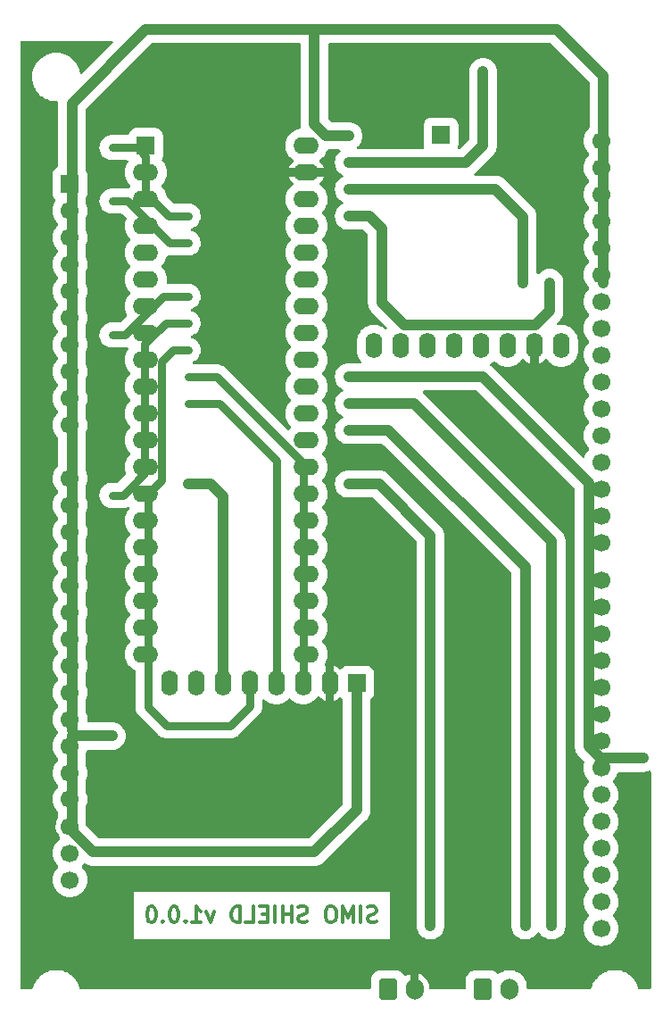
<source format=gbr>
%TF.GenerationSoftware,KiCad,Pcbnew,6.0.11+dfsg-1~bpo11+1*%
%TF.CreationDate,2023-08-01T15:36:19-03:00*%
%TF.ProjectId,simo_shield_1,73696d6f-5f73-4686-9965-6c645f312e6b,0003*%
%TF.SameCoordinates,PX69db9c0PY791ddc0*%
%TF.FileFunction,Copper,L2,Bot*%
%TF.FilePolarity,Positive*%
%FSLAX46Y46*%
G04 Gerber Fmt 4.6, Leading zero omitted, Abs format (unit mm)*
G04 Created by KiCad (PCBNEW 6.0.11+dfsg-1~bpo11+1) date 2023-08-01 15:36:19*
%MOMM*%
%LPD*%
G01*
G04 APERTURE LIST*
G04 Aperture macros list*
%AMRoundRect*
0 Rectangle with rounded corners*
0 $1 Rounding radius*
0 $2 $3 $4 $5 $6 $7 $8 $9 X,Y pos of 4 corners*
0 Add a 4 corners polygon primitive as box body*
4,1,4,$2,$3,$4,$5,$6,$7,$8,$9,$2,$3,0*
0 Add four circle primitives for the rounded corners*
1,1,$1+$1,$2,$3*
1,1,$1+$1,$4,$5*
1,1,$1+$1,$6,$7*
1,1,$1+$1,$8,$9*
0 Add four rect primitives between the rounded corners*
20,1,$1+$1,$2,$3,$4,$5,0*
20,1,$1+$1,$4,$5,$6,$7,0*
20,1,$1+$1,$6,$7,$8,$9,0*
20,1,$1+$1,$8,$9,$2,$3,0*%
G04 Aperture macros list end*
%ADD10C,0.300000*%
%TA.AperFunction,NonConductor*%
%ADD11C,0.300000*%
%TD*%
%TA.AperFunction,ComponentPad*%
%ADD12O,1.600000X2.400000*%
%TD*%
%TA.AperFunction,ComponentPad*%
%ADD13RoundRect,0.250000X-0.600000X-0.750000X0.600000X-0.750000X0.600000X0.750000X-0.600000X0.750000X0*%
%TD*%
%TA.AperFunction,ComponentPad*%
%ADD14O,1.700000X2.000000*%
%TD*%
%TA.AperFunction,ComponentPad*%
%ADD15R,1.700000X1.700000*%
%TD*%
%TA.AperFunction,ComponentPad*%
%ADD16O,2.400000X1.600000*%
%TD*%
%TA.AperFunction,ComponentPad*%
%ADD17C,1.700000*%
%TD*%
%TA.AperFunction,Conductor*%
%ADD18C,1.000000*%
%TD*%
%TA.AperFunction,Conductor*%
%ADD19C,0.800000*%
%TD*%
G04 APERTURE END LIST*
D10*
D11*
X34892857Y11392858D02*
X34678571Y11321429D01*
X34321428Y11321429D01*
X34178571Y11392858D01*
X34107142Y11464286D01*
X34035714Y11607143D01*
X34035714Y11750000D01*
X34107142Y11892858D01*
X34178571Y11964286D01*
X34321428Y12035715D01*
X34607142Y12107143D01*
X34750000Y12178572D01*
X34821428Y12250000D01*
X34892857Y12392858D01*
X34892857Y12535715D01*
X34821428Y12678572D01*
X34750000Y12750000D01*
X34607142Y12821429D01*
X34250000Y12821429D01*
X34035714Y12750000D01*
X33392857Y11321429D02*
X33392857Y12821429D01*
X32678571Y11321429D02*
X32678571Y12821429D01*
X32178571Y11750000D01*
X31678571Y12821429D01*
X31678571Y11321429D01*
X30678571Y12821429D02*
X30392857Y12821429D01*
X30250000Y12750000D01*
X30107142Y12607143D01*
X30035714Y12321429D01*
X30035714Y11821429D01*
X30107142Y11535715D01*
X30250000Y11392858D01*
X30392857Y11321429D01*
X30678571Y11321429D01*
X30821428Y11392858D01*
X30964285Y11535715D01*
X31035714Y11821429D01*
X31035714Y12321429D01*
X30964285Y12607143D01*
X30821428Y12750000D01*
X30678571Y12821429D01*
X28321428Y11392858D02*
X28107142Y11321429D01*
X27750000Y11321429D01*
X27607142Y11392858D01*
X27535714Y11464286D01*
X27464285Y11607143D01*
X27464285Y11750000D01*
X27535714Y11892858D01*
X27607142Y11964286D01*
X27750000Y12035715D01*
X28035714Y12107143D01*
X28178571Y12178572D01*
X28250000Y12250000D01*
X28321428Y12392858D01*
X28321428Y12535715D01*
X28250000Y12678572D01*
X28178571Y12750000D01*
X28035714Y12821429D01*
X27678571Y12821429D01*
X27464285Y12750000D01*
X26821428Y11321429D02*
X26821428Y12821429D01*
X26821428Y12107143D02*
X25964285Y12107143D01*
X25964285Y11321429D02*
X25964285Y12821429D01*
X25250000Y11321429D02*
X25250000Y12821429D01*
X24535714Y12107143D02*
X24035714Y12107143D01*
X23821428Y11321429D02*
X24535714Y11321429D01*
X24535714Y12821429D01*
X23821428Y12821429D01*
X22464285Y11321429D02*
X23178571Y11321429D01*
X23178571Y12821429D01*
X21964285Y11321429D02*
X21964285Y12821429D01*
X21607142Y12821429D01*
X21392857Y12750000D01*
X21250000Y12607143D01*
X21178571Y12464286D01*
X21107142Y12178572D01*
X21107142Y11964286D01*
X21178571Y11678572D01*
X21250000Y11535715D01*
X21392857Y11392858D01*
X21607142Y11321429D01*
X21964285Y11321429D01*
X19464285Y12321429D02*
X19107142Y11321429D01*
X18750000Y12321429D01*
X17392857Y11321429D02*
X18250000Y11321429D01*
X17821428Y11321429D02*
X17821428Y12821429D01*
X17964285Y12607143D01*
X18107142Y12464286D01*
X18250000Y12392858D01*
X16750000Y11464286D02*
X16678571Y11392858D01*
X16750000Y11321429D01*
X16821428Y11392858D01*
X16750000Y11464286D01*
X16750000Y11321429D01*
X15750000Y12821429D02*
X15607142Y12821429D01*
X15464285Y12750000D01*
X15392857Y12678572D01*
X15321428Y12535715D01*
X15250000Y12250000D01*
X15250000Y11892858D01*
X15321428Y11607143D01*
X15392857Y11464286D01*
X15464285Y11392858D01*
X15607142Y11321429D01*
X15750000Y11321429D01*
X15892857Y11392858D01*
X15964285Y11464286D01*
X16035714Y11607143D01*
X16107142Y11892858D01*
X16107142Y12250000D01*
X16035714Y12535715D01*
X15964285Y12678572D01*
X15892857Y12750000D01*
X15750000Y12821429D01*
X14607142Y11464286D02*
X14535714Y11392858D01*
X14607142Y11321429D01*
X14678571Y11392858D01*
X14607142Y11464286D01*
X14607142Y11321429D01*
X13607142Y12821429D02*
X13464285Y12821429D01*
X13321428Y12750000D01*
X13250000Y12678572D01*
X13178571Y12535715D01*
X13107142Y12250000D01*
X13107142Y11892858D01*
X13178571Y11607143D01*
X13250000Y11464286D01*
X13321428Y11392858D01*
X13464285Y11321429D01*
X13607142Y11321429D01*
X13750000Y11392858D01*
X13821428Y11464286D01*
X13892857Y11607143D01*
X13964285Y11892858D01*
X13964285Y12250000D01*
X13892857Y12535715D01*
X13821428Y12678572D01*
X13750000Y12750000D01*
X13607142Y12821429D01*
D12*
%TO.P,U4,1,INT*%
%TO.N,unconnected-(U4-Pad1)*%
X34625000Y66000000D03*
%TO.P,U4,2,AD0*%
%TO.N,unconnected-(U4-Pad2)*%
X37165000Y66000000D03*
%TO.P,U4,3,XCL*%
%TO.N,unconnected-(U4-Pad3)*%
X39705000Y66000000D03*
%TO.P,U4,4,XDA*%
%TO.N,unconnected-(U4-Pad4)*%
X42245000Y66000000D03*
%TO.P,U4,5,SDA*%
%TO.N,Net-(U3-Pad36)*%
X44785000Y66000000D03*
%TO.P,U4,6,SCL*%
%TO.N,Net-(U3-Pad35)*%
X47325000Y66000000D03*
%TO.P,U4,7,GND*%
%TO.N,GND*%
X49865000Y66000000D03*
%TO.P,U4,8,VCC*%
%TO.N,+3.3V*%
X52405000Y66000000D03*
%TD*%
D13*
%TO.P,J1,1,Pin_1*%
%TO.N,Net-(J1-Pad1)*%
X36000000Y5000000D03*
D14*
%TO.P,J1,2,Pin_2*%
%TO.N,GND*%
X38500000Y5000000D03*
%TD*%
D13*
%TO.P,J2,1,Pin_1*%
%TO.N,/UART_DEBUG_RX*%
X45000000Y5000000D03*
D14*
%TO.P,J2,2,Pin_2*%
%TO.N,/UART_DEBUG_TX*%
X47500000Y5000000D03*
%TD*%
D15*
%TO.P,U3,1,PB12*%
%TO.N,unconnected-(U3-Pad1)*%
X13000000Y85000000D03*
D16*
%TO.P,U3,2,PB13*%
%TO.N,unconnected-(U3-Pad2)*%
X13000000Y82460000D03*
%TO.P,U3,3,PB14*%
%TO.N,unconnected-(U3-Pad3)*%
X13000000Y79920000D03*
%TO.P,U3,4,PB15*%
%TO.N,unconnected-(U3-Pad4)*%
X13000000Y77380000D03*
%TO.P,U3,5,PA8*%
%TO.N,unconnected-(U3-Pad5)*%
X13000000Y74840000D03*
%TO.P,U3,6,PA9*%
%TO.N,Net-(U3-Pad6)*%
X13000000Y72300000D03*
%TO.P,U3,7,PA10*%
%TO.N,Net-(U1-Pad4)*%
X13000000Y69760000D03*
%TO.P,U3,8,PA11*%
%TO.N,unconnected-(U3-Pad8)*%
X13000000Y67220000D03*
%TO.P,U3,9,PA12*%
%TO.N,Net-(U1-Pad9)*%
X13000000Y64680000D03*
%TO.P,U3,10,PA15*%
%TO.N,Net-(U1-Pad14)*%
X13000000Y62140000D03*
%TO.P,U3,11,PB3*%
%TO.N,Net-(U2-Pad5)*%
X13000000Y59600000D03*
%TO.P,U3,12,PB4*%
%TO.N,Net-(U2-Pad3)*%
X13000000Y57060000D03*
%TO.P,U3,13,PB5*%
%TO.N,Net-(U2-Pad4)*%
X13000000Y54520000D03*
%TO.P,U3,14,PB6*%
%TO.N,unconnected-(U3-Pad14)*%
X13000000Y51980000D03*
%TO.P,U3,15,PB7*%
%TO.N,unconnected-(U3-Pad15)*%
X13000000Y49440000D03*
%TO.P,U3,16,PB8*%
%TO.N,Net-(U2-Pad6)*%
X13000000Y46900000D03*
%TO.P,U3,17,PB9*%
%TO.N,unconnected-(U3-Pad17)*%
X13000000Y44360000D03*
%TO.P,U3,18,5V*%
%TO.N,unconnected-(U3-Pad18)*%
X13000000Y41820000D03*
%TO.P,U3,19,GND*%
%TO.N,unconnected-(U3-Pad19)*%
X13000000Y39280000D03*
%TO.P,U3,20,3V3*%
%TO.N,unconnected-(U3-Pad20)*%
X13000000Y36740000D03*
%TO.P,U3,21,VBat*%
%TO.N,unconnected-(U3-Pad21)*%
X28240000Y36740000D03*
%TO.P,U3,22,PC13*%
%TO.N,unconnected-(U3-Pad22)*%
X28240000Y39280000D03*
%TO.P,U3,23,PC14*%
%TO.N,unconnected-(U3-Pad23)*%
X28240000Y41820000D03*
%TO.P,U3,24,PC15*%
%TO.N,unconnected-(U3-Pad24)*%
X28240000Y44360000D03*
%TO.P,U3,25,PA0*%
%TO.N,Net-(J1-Pad1)*%
X28240000Y46900000D03*
%TO.P,U3,26,PA1*%
%TO.N,unconnected-(U3-Pad26)*%
X28240000Y49440000D03*
%TO.P,U3,27,PA2*%
%TO.N,/UART_DEBUG_RX*%
X28240000Y51980000D03*
%TO.P,U3,28,PA3*%
%TO.N,/UART_DEBUG_TX*%
X28240000Y54520000D03*
%TO.P,U3,29,PA4*%
%TO.N,/BAT_ENA_PIN*%
X28240000Y57060000D03*
%TO.P,U3,30,PA5*%
%TO.N,unconnected-(U3-Pad30)*%
X28240000Y59600000D03*
%TO.P,U3,31,PA6*%
%TO.N,unconnected-(U3-Pad31)*%
X28240000Y62140000D03*
%TO.P,U3,32,PA7*%
%TO.N,unconnected-(U3-Pad32)*%
X28240000Y64680000D03*
%TO.P,U3,33,PB0*%
%TO.N,unconnected-(U3-Pad33)*%
X28240000Y67220000D03*
%TO.P,U3,34,PB1*%
%TO.N,unconnected-(U3-Pad34)*%
X28240000Y69760000D03*
%TO.P,U3,35,PB10*%
%TO.N,Net-(U3-Pad35)*%
X28240000Y72300000D03*
%TO.P,U3,36,PB11*%
%TO.N,Net-(U3-Pad36)*%
X28240000Y74840000D03*
%TO.P,U3,37,RST*%
%TO.N,Net-(J3-Pad1)*%
X28240000Y77380000D03*
%TO.P,U3,38,3V3*%
%TO.N,+3.3V*%
X28240000Y79920000D03*
%TO.P,U3,39,GND*%
%TO.N,GND*%
X28240000Y82460000D03*
%TO.P,U3,40,5v*%
%TO.N,unconnected-(U3-Pad40)*%
X28240000Y85000000D03*
%TD*%
D15*
%TO.P,J3,1,Pin_1*%
%TO.N,Net-(J3-Pad1)*%
X41000000Y86000000D03*
%TD*%
%TO.P,U2,1,VCC*%
%TO.N,+3.3V*%
X33000000Y34000000D03*
D12*
%TO.P,U2,2,GND*%
%TO.N,GND*%
X30460000Y34000000D03*
%TO.P,U2,3,MISO*%
%TO.N,Net-(U2-Pad3)*%
X27920000Y34000000D03*
%TO.P,U2,4,MOSI*%
%TO.N,Net-(U2-Pad4)*%
X25380000Y34000000D03*
%TO.P,U2,5,SCK*%
%TO.N,Net-(U2-Pad5)*%
X22840000Y34000000D03*
%TO.P,U2,6,/CS*%
%TO.N,Net-(U2-Pad6)*%
X20300000Y34000000D03*
%TO.P,U2,7,/WP*%
%TO.N,unconnected-(U2-Pad7)*%
X17760000Y34000000D03*
%TO.P,U2,8,/RST*%
%TO.N,unconnected-(U2-Pad8)*%
X15220000Y34000000D03*
%TD*%
D15*
%TO.P,U1,1,PA07*%
%TO.N,unconnected-(U1-Pad1)*%
X5795000Y81355000D03*
D17*
%TO.P,U1,2,SER3_RX*%
%TO.N,Net-(U3-Pad6)*%
X5795000Y78815000D03*
%TO.P,U1,3,PA05*%
%TO.N,unconnected-(U1-Pad3)*%
X5795000Y76275000D03*
%TO.P,U1,4,SER3_TX*%
%TO.N,Net-(U1-Pad4)*%
X5795000Y73735000D03*
%TO.P,U1,5,SER1_TX*%
%TO.N,unconnected-(U1-Pad5)*%
X5795000Y71195000D03*
%TO.P,U1,6,SER1_RX*%
%TO.N,unconnected-(U1-Pad6)*%
X5795000Y68655000D03*
%TO.P,U1,7,STATUS*%
%TO.N,unconnected-(U1-Pad7)*%
X5795000Y66115000D03*
%TO.P,U1,8,D4*%
%TO.N,unconnected-(U1-Pad8)*%
X5795000Y63575000D03*
%TO.P,U1,9,PWRKEY*%
%TO.N,Net-(U1-Pad9)*%
X5795000Y61035000D03*
%TO.P,U1,10,GND*%
%TO.N,unconnected-(U1-Pad10)*%
X5795000Y58495000D03*
%TO.P,U1,11,D6*%
%TO.N,unconnected-(U1-Pad11)*%
X5795000Y53455000D03*
%TO.P,U1,12,A5*%
%TO.N,unconnected-(U1-Pad12)*%
X5795000Y50915000D03*
%TO.P,U1,13,A4*%
%TO.N,unconnected-(U1-Pad13)*%
X5795000Y48375000D03*
%TO.P,U1,14,RI*%
%TO.N,Net-(U1-Pad14)*%
X5795000Y45835000D03*
%TO.P,U1,15,RESET*%
%TO.N,unconnected-(U1-Pad15)*%
X5795000Y43295000D03*
%TO.P,U1,16,A1*%
%TO.N,unconnected-(U1-Pad16)*%
X5795000Y40755000D03*
%TO.P,U1,17,A2*%
%TO.N,unconnected-(U1-Pad17)*%
X5795000Y38215000D03*
%TO.P,U1,18,PB31*%
%TO.N,unconnected-(U1-Pad18)*%
X5795000Y35675000D03*
%TO.P,U1,19,WIRE_SDA*%
%TO.N,unconnected-(U1-Pad19)*%
X5795000Y33135000D03*
%TO.P,U1,20,WIRE_SCL*%
%TO.N,unconnected-(U1-Pad20)*%
X5795000Y30595000D03*
%TO.P,U1,21,+3.3V*%
%TO.N,unconnected-(U1-Pad21)*%
X5795000Y28055000D03*
%TO.P,U1,22,+3.3V*%
%TO.N,unconnected-(U1-Pad22)*%
X5795000Y25515000D03*
%TO.P,U1,23,USB33*%
%TO.N,+3.3V*%
X5795000Y22995008D03*
%TO.P,U1,24,GND*%
%TO.N,GND*%
X5795000Y20435000D03*
%TO.P,U1,25,+5VUSB*%
%TO.N,unconnected-(U1-Pad25)*%
X5795000Y17895000D03*
%TO.P,U1,26,+BATT*%
%TO.N,unconnected-(U1-Pad26)*%
X5795000Y15355000D03*
%TO.P,U1,27,A2*%
%TO.N,unconnected-(U1-Pad27)*%
X56195000Y85455000D03*
%TO.P,U1,28,A3*%
%TO.N,unconnected-(U1-Pad28)*%
X56195000Y82915000D03*
%TO.P,U1,29,D18*%
%TO.N,unconnected-(U1-Pad29)*%
X56195000Y80375000D03*
%TO.P,U1,30,D19*%
%TO.N,unconnected-(U1-Pad30)*%
X56195000Y77835000D03*
%TO.P,U1,31,D10*%
%TO.N,unconnected-(U1-Pad31)*%
X56195000Y75295000D03*
%TO.P,U1,32,D11*%
%TO.N,unconnected-(U1-Pad32)*%
X56195000Y72755000D03*
%TO.P,U1,33,D20*%
%TO.N,unconnected-(U1-Pad33)*%
X56195000Y70215000D03*
%TO.P,U1,34,D21*%
%TO.N,unconnected-(U1-Pad34)*%
X56195000Y67675000D03*
%TO.P,U1,35,D13*%
%TO.N,unconnected-(U1-Pad35)*%
X56195000Y65135000D03*
%TO.P,U1,36,SER2_RX*%
%TO.N,unconnected-(U1-Pad36)*%
X56195000Y62595000D03*
%TO.P,U1,37,PA17*%
%TO.N,unconnected-(U1-Pad37)*%
X56195000Y60055000D03*
%TO.P,U1,38,SER2_TX*%
%TO.N,unconnected-(U1-Pad38)*%
X56195000Y57515000D03*
%TO.P,U1,39,PA19*%
%TO.N,unconnected-(U1-Pad39)*%
X56195000Y54975000D03*
%TO.P,U1,40,D8*%
%TO.N,unconnected-(U1-Pad40)*%
X56195000Y52435000D03*
%TO.P,U1,41,D9*%
%TO.N,unconnected-(U1-Pad41)*%
X56195000Y49895000D03*
%TO.P,U1,42,GND*%
%TO.N,unconnected-(U1-Pad42)*%
X56195000Y47355000D03*
%TO.P,U1,43,NRST*%
%TO.N,unconnected-(U1-Pad43)*%
X56195000Y43755000D03*
%TO.P,U1,44,SER_TX*%
%TO.N,unconnected-(U1-Pad44)*%
X56195000Y41215000D03*
%TO.P,U1,45,SER_RX*%
%TO.N,unconnected-(U1-Pad45)*%
X56195000Y38675000D03*
%TO.P,U1,46,D12*%
%TO.N,unconnected-(U1-Pad46)*%
X56195000Y36135000D03*
%TO.P,U1,47,SPI_MISO*%
%TO.N,unconnected-(U1-Pad47)*%
X56195000Y33595000D03*
%TO.P,U1,48,SPI_SS*%
%TO.N,unconnected-(U1-Pad48)*%
X56195000Y31055000D03*
%TO.P,U1,49,SPI_MOSI*%
%TO.N,unconnected-(U1-Pad49)*%
X56195000Y28515000D03*
%TO.P,U1,50,SPI_SCK*%
%TO.N,unconnected-(U1-Pad50)*%
X56195000Y25975000D03*
%TO.P,U1,51,D15*%
%TO.N,unconnected-(U1-Pad51)*%
X56195000Y23435000D03*
%TO.P,U1,52,BAT_ENA*%
%TO.N,/BAT_ENA_PIN*%
X56195000Y20895000D03*
%TO.P,U1,53,PB11*%
%TO.N,unconnected-(U1-Pad53)*%
X56195000Y18355000D03*
%TO.P,U1,54,PB10*%
%TO.N,unconnected-(U1-Pad54)*%
X56195000Y15815000D03*
%TO.P,U1,55,ESP_RXD0*%
%TO.N,unconnected-(U1-Pad55)*%
X56195000Y13275000D03*
%TO.P,U1,56,ESP_TXD0*%
%TO.N,unconnected-(U1-Pad56)*%
X56195000Y10735000D03*
%TD*%
D18*
%TO.N,/UART_DEBUG_RX*%
X36020000Y57980000D02*
X49000000Y45000000D01*
X32240000Y57980000D02*
X36020000Y57980000D01*
X49000000Y45000000D02*
X49000000Y11000000D01*
%TO.N,Net-(J1-Pad1)*%
X40000000Y48000000D02*
X40000000Y11000000D01*
X35100000Y52900000D02*
X40000000Y48000000D01*
X32240000Y52900000D02*
X35100000Y52900000D01*
D19*
%TO.N,Net-(U1-Pad9)*%
X14680000Y70680000D02*
X17000000Y70680000D01*
X11035000Y67035000D02*
X14680000Y70680000D01*
X9795000Y67035000D02*
X11035000Y67035000D01*
%TO.N,Net-(U1-Pad14)*%
X10835000Y51835000D02*
X12900000Y53900000D01*
X9795000Y51835000D02*
X10835000Y51835000D01*
X14877258Y68140000D02*
X17000000Y68140000D01*
X12900000Y53900000D02*
X12900000Y66162742D01*
X12900000Y66162742D02*
X14877258Y68140000D01*
D18*
%TO.N,/UART_DEBUG_TX*%
X38480000Y60520000D02*
X32240000Y60520000D01*
X51500000Y47500000D02*
X38480000Y60520000D01*
X51500000Y11000000D02*
X51500000Y47500000D01*
%TO.N,/BAT_ENA_PIN*%
X56105000Y26895000D02*
X60195000Y26895000D01*
X44940000Y63060000D02*
X55000000Y53000000D01*
X32240000Y63060000D02*
X44940000Y63060000D01*
X55000000Y28000000D02*
X56105000Y26895000D01*
X55000000Y53000000D02*
X55000000Y28000000D01*
D19*
%TO.N,Net-(U2-Pad4)*%
X25380000Y34000000D02*
X25380000Y55120000D01*
X19980000Y60520000D02*
X17000000Y60520000D01*
X25380000Y55120000D02*
X19980000Y60520000D01*
%TO.N,Net-(U2-Pad3)*%
X27920000Y54842742D02*
X27920000Y34000000D01*
X19702742Y63060000D02*
X27920000Y54842742D01*
X17000000Y63060000D02*
X19702742Y63060000D01*
%TO.N,Net-(U2-Pad5)*%
X13220000Y51957258D02*
X14500000Y53237258D01*
X21000000Y30000000D02*
X15000000Y30000000D01*
X14500000Y53237258D02*
X14500000Y64500000D01*
X22840000Y34000000D02*
X22840000Y31840000D01*
X15600000Y65600000D02*
X17000000Y65600000D01*
X13220000Y31780000D02*
X13220000Y51957258D01*
X14500000Y64500000D02*
X15600000Y65600000D01*
X15000000Y30000000D02*
X13220000Y31780000D01*
X22840000Y31840000D02*
X21000000Y30000000D01*
%TO.N,Net-(U3-Pad6)*%
X15200000Y78300000D02*
X17000000Y78300000D01*
X13000000Y80500000D02*
X15200000Y78300000D01*
X12185000Y84815000D02*
X13000000Y84000000D01*
X13000000Y84000000D02*
X13000000Y80500000D01*
X9795000Y84815000D02*
X12185000Y84815000D01*
D18*
%TO.N,Net-(U3-Pad35)*%
X51325000Y69325000D02*
X51325000Y72000000D01*
X50000000Y68000000D02*
X51325000Y69325000D01*
X35369848Y77130152D02*
X35369848Y70107413D01*
X34200000Y78300000D02*
X35369848Y77130152D01*
X32240000Y78300000D02*
X34200000Y78300000D01*
X37477261Y68000000D02*
X50000000Y68000000D01*
X35369848Y70107413D02*
X37477261Y68000000D01*
%TO.N,Net-(U3-Pad36)*%
X48785000Y78215000D02*
X46160000Y80840000D01*
X46160000Y80840000D02*
X32240000Y80840000D01*
X48785000Y72000000D02*
X48785000Y78215000D01*
%TO.N,Net-(U2-Pad6)*%
X17000000Y52900000D02*
X19100000Y52900000D01*
X20300000Y51700000D02*
X20300000Y34000000D01*
X19100000Y52900000D02*
X20300000Y51700000D01*
%TO.N,+3.3V*%
X30080000Y85920000D02*
X32240000Y85920000D01*
X29000000Y96000000D02*
X29000000Y94500000D01*
X6000000Y28995008D02*
X6000000Y20000000D01*
X29000000Y87000000D02*
X30080000Y85920000D01*
X6000000Y20000000D02*
X8000000Y18000000D01*
X52000000Y96000000D02*
X29000000Y96000000D01*
X33000000Y22000000D02*
X33000000Y34000000D01*
X29000000Y94500000D02*
X29000000Y87000000D01*
X29000000Y18000000D02*
X33000000Y22000000D01*
X13000000Y96000000D02*
X6000000Y89000000D01*
X6000000Y89000000D02*
X6000000Y29575000D01*
X9795000Y28995008D02*
X6595000Y28995008D01*
X56405000Y72000000D02*
X56405000Y91595000D01*
X29000000Y94500000D02*
X29000000Y95250000D01*
X8000000Y18000000D02*
X29000000Y18000000D01*
X56405000Y91595000D02*
X52000000Y96000000D01*
X13000000Y96000000D02*
X29000000Y96000000D01*
%TO.N,Net-(J3-Pad1)*%
X45000000Y85000000D02*
X43380000Y83380000D01*
X43380000Y83380000D02*
X32240000Y83380000D01*
X45000000Y92000000D02*
X45000000Y85000000D01*
D19*
%TO.N,Net-(U1-Pad4)*%
X11265000Y79735000D02*
X15240000Y75760000D01*
X9795000Y79735000D02*
X11265000Y79735000D01*
X15240000Y75760000D02*
X17000000Y75760000D01*
%TD*%
%TA.AperFunction,Conductor*%
%TO.N,GND*%
G36*
X9849246Y94904498D02*
G01*
X9895739Y94850842D01*
X9905843Y94780568D01*
X9876349Y94715988D01*
X9870220Y94709405D01*
X6981603Y91820788D01*
X6919291Y91786762D01*
X6848476Y91791827D01*
X6791640Y91834374D01*
X6768929Y91885301D01*
X6727686Y92092641D01*
X6727684Y92092647D01*
X6726880Y92096691D01*
X6680947Y92232007D01*
X6631271Y92378346D01*
X6631271Y92378347D01*
X6629945Y92382252D01*
X6566865Y92510166D01*
X6498393Y92649014D01*
X6498390Y92649019D01*
X6496566Y92652718D01*
X6456643Y92712467D01*
X6331318Y92900030D01*
X6331314Y92900035D01*
X6329025Y92903461D01*
X6326311Y92906555D01*
X6326307Y92906561D01*
X6132898Y93127100D01*
X6130189Y93130189D01*
X6127100Y93132898D01*
X5906561Y93326307D01*
X5906555Y93326311D01*
X5903461Y93329025D01*
X5900035Y93331314D01*
X5900030Y93331318D01*
X5656151Y93494272D01*
X5652718Y93496566D01*
X5649019Y93498390D01*
X5649014Y93498393D01*
X5510166Y93566865D01*
X5382252Y93629945D01*
X5378346Y93631271D01*
X5100604Y93725552D01*
X5100600Y93725553D01*
X5096691Y93726880D01*
X5092647Y93727684D01*
X5092641Y93727686D01*
X4804959Y93784910D01*
X4804953Y93784911D01*
X4800920Y93785713D01*
X4796815Y93785982D01*
X4796808Y93785983D01*
X4577359Y93800366D01*
X4577350Y93800366D01*
X4575310Y93800500D01*
X4424690Y93800500D01*
X4422650Y93800366D01*
X4422641Y93800366D01*
X4203192Y93785983D01*
X4203185Y93785982D01*
X4199080Y93785713D01*
X4195047Y93784911D01*
X4195041Y93784910D01*
X3907359Y93727686D01*
X3907353Y93727684D01*
X3903309Y93726880D01*
X3899400Y93725553D01*
X3899396Y93725552D01*
X3621654Y93631271D01*
X3617748Y93629945D01*
X3489834Y93566865D01*
X3350986Y93498393D01*
X3350981Y93498390D01*
X3347282Y93496566D01*
X3343849Y93494272D01*
X3099970Y93331318D01*
X3099965Y93331314D01*
X3096539Y93329025D01*
X3093445Y93326311D01*
X3093439Y93326307D01*
X2872900Y93132898D01*
X2869811Y93130189D01*
X2867102Y93127100D01*
X2673693Y92906561D01*
X2673689Y92906555D01*
X2670975Y92903461D01*
X2668686Y92900035D01*
X2668682Y92900030D01*
X2543357Y92712467D01*
X2503434Y92652718D01*
X2501610Y92649019D01*
X2501607Y92649014D01*
X2433135Y92510166D01*
X2370055Y92382252D01*
X2368729Y92378347D01*
X2368729Y92378346D01*
X2319054Y92232007D01*
X2273120Y92096691D01*
X2272316Y92092647D01*
X2272314Y92092641D01*
X2231072Y91885301D01*
X2214287Y91800920D01*
X2194564Y91500000D01*
X2214287Y91199080D01*
X2215089Y91195047D01*
X2215090Y91195041D01*
X2253066Y91004125D01*
X2273120Y90903309D01*
X2370055Y90617748D01*
X2503434Y90347282D01*
X2670975Y90096539D01*
X2673689Y90093445D01*
X2673693Y90093439D01*
X2867102Y89872900D01*
X2869811Y89869811D01*
X2872900Y89867102D01*
X3093439Y89673693D01*
X3093445Y89673689D01*
X3096539Y89670975D01*
X3099965Y89668686D01*
X3099970Y89668682D01*
X3287533Y89543357D01*
X3347282Y89503434D01*
X3350981Y89501610D01*
X3350986Y89501607D01*
X3489834Y89433135D01*
X3617748Y89370055D01*
X3621653Y89368729D01*
X3621654Y89368729D01*
X3899396Y89274448D01*
X3899400Y89274447D01*
X3903309Y89273120D01*
X3907353Y89272316D01*
X3907359Y89272314D01*
X4195041Y89215090D01*
X4195047Y89215089D01*
X4199080Y89214287D01*
X4203185Y89214018D01*
X4203192Y89214017D01*
X4422641Y89199634D01*
X4422650Y89199634D01*
X4424690Y89199500D01*
X4573499Y89199500D01*
X4641620Y89179498D01*
X4688113Y89125842D01*
X4699499Y89073500D01*
X4699499Y88886233D01*
X4699500Y88886209D01*
X4699500Y83054539D01*
X4679498Y82986418D01*
X4628339Y82941099D01*
X4515734Y82886664D01*
X4510226Y82882267D01*
X4487310Y82863973D01*
X4375380Y82774620D01*
X4263336Y82634266D01*
X4185173Y82472577D01*
X4144774Y82297589D01*
X4144500Y82292837D01*
X4144501Y80417164D01*
X4144774Y80412411D01*
X4185173Y80237423D01*
X4214885Y80175961D01*
X4246195Y80111193D01*
X4263336Y80075734D01*
X4375380Y79935380D01*
X4402864Y79913440D01*
X4443621Y79855309D01*
X4446481Y79784370D01*
X4431686Y79749136D01*
X4319846Y79566628D01*
X4317953Y79562058D01*
X4317951Y79562054D01*
X4236636Y79365743D01*
X4220427Y79326610D01*
X4219272Y79321798D01*
X4160934Y79078807D01*
X4160933Y79078801D01*
X4159779Y79073994D01*
X4139396Y78815000D01*
X4159779Y78556006D01*
X4160933Y78551199D01*
X4160934Y78551193D01*
X4168132Y78521212D01*
X4220427Y78303390D01*
X4222320Y78298819D01*
X4222321Y78298817D01*
X4309206Y78089060D01*
X4319846Y78063372D01*
X4455588Y77841860D01*
X4624311Y77644311D01*
X4628067Y77641103D01*
X4628072Y77641098D01*
X4628408Y77640811D01*
X4628500Y77640670D01*
X4631575Y77637595D01*
X4630929Y77636949D01*
X4667217Y77581361D01*
X4667725Y77510366D01*
X4630905Y77453075D01*
X4631575Y77452405D01*
X4628496Y77449326D01*
X4628408Y77449189D01*
X4628072Y77448902D01*
X4628067Y77448897D01*
X4624311Y77445689D01*
X4455588Y77248140D01*
X4319846Y77026628D01*
X4317953Y77022058D01*
X4317951Y77022054D01*
X4222321Y76791183D01*
X4220427Y76786610D01*
X4219272Y76781798D01*
X4160934Y76538807D01*
X4160933Y76538801D01*
X4159779Y76533994D01*
X4139396Y76275000D01*
X4159779Y76016006D01*
X4160933Y76011199D01*
X4160934Y76011193D01*
X4168798Y75978439D01*
X4220427Y75763390D01*
X4222320Y75758819D01*
X4222321Y75758817D01*
X4309206Y75549060D01*
X4319846Y75523372D01*
X4455588Y75301860D01*
X4624311Y75104311D01*
X4628067Y75101103D01*
X4628072Y75101098D01*
X4628408Y75100811D01*
X4628500Y75100670D01*
X4631575Y75097595D01*
X4630929Y75096949D01*
X4667217Y75041361D01*
X4667725Y74970366D01*
X4630905Y74913075D01*
X4631575Y74912405D01*
X4628496Y74909326D01*
X4628408Y74909189D01*
X4628072Y74908902D01*
X4628067Y74908897D01*
X4624311Y74905689D01*
X4455588Y74708140D01*
X4319846Y74486628D01*
X4317953Y74482058D01*
X4317951Y74482054D01*
X4222321Y74251183D01*
X4220427Y74246610D01*
X4219272Y74241798D01*
X4160934Y73998807D01*
X4160933Y73998801D01*
X4159779Y73993994D01*
X4139396Y73735000D01*
X4159779Y73476006D01*
X4160933Y73471199D01*
X4160934Y73471193D01*
X4168798Y73438439D01*
X4220427Y73223390D01*
X4222320Y73218819D01*
X4222321Y73218817D01*
X4309206Y73009060D01*
X4319846Y72983372D01*
X4455588Y72761860D01*
X4624311Y72564311D01*
X4628067Y72561103D01*
X4628072Y72561098D01*
X4628408Y72560811D01*
X4628500Y72560670D01*
X4631575Y72557595D01*
X4630929Y72556949D01*
X4667217Y72501361D01*
X4667725Y72430366D01*
X4630905Y72373075D01*
X4631575Y72372405D01*
X4628496Y72369326D01*
X4628408Y72369189D01*
X4628072Y72368902D01*
X4628067Y72368897D01*
X4624311Y72365689D01*
X4455588Y72168140D01*
X4319846Y71946628D01*
X4317953Y71942058D01*
X4317951Y71942054D01*
X4222321Y71711183D01*
X4220427Y71706610D01*
X4219272Y71701798D01*
X4160934Y71458807D01*
X4160933Y71458801D01*
X4159779Y71453994D01*
X4139396Y71195000D01*
X4159779Y70936006D01*
X4160933Y70931199D01*
X4160934Y70931193D01*
X4197163Y70780292D01*
X4220427Y70683390D01*
X4222320Y70678819D01*
X4222321Y70678817D01*
X4309206Y70469060D01*
X4319846Y70443372D01*
X4455588Y70221860D01*
X4624311Y70024311D01*
X4628067Y70021103D01*
X4628072Y70021098D01*
X4628408Y70020811D01*
X4628500Y70020670D01*
X4631575Y70017595D01*
X4630929Y70016949D01*
X4667217Y69961361D01*
X4667725Y69890366D01*
X4630905Y69833075D01*
X4631575Y69832405D01*
X4628496Y69829326D01*
X4628408Y69829189D01*
X4628072Y69828902D01*
X4628067Y69828897D01*
X4624311Y69825689D01*
X4455588Y69628140D01*
X4319846Y69406628D01*
X4317953Y69402058D01*
X4317951Y69402054D01*
X4236660Y69205800D01*
X4220427Y69166610D01*
X4217660Y69155083D01*
X4160934Y68918807D01*
X4160933Y68918801D01*
X4159779Y68913994D01*
X4139396Y68655000D01*
X4159779Y68396006D01*
X4160933Y68391199D01*
X4160934Y68391193D01*
X4189453Y68272405D01*
X4220427Y68143390D01*
X4222320Y68138819D01*
X4222321Y68138817D01*
X4310171Y67926730D01*
X4319846Y67903372D01*
X4455588Y67681860D01*
X4624311Y67484311D01*
X4628067Y67481103D01*
X4628072Y67481098D01*
X4628408Y67480811D01*
X4628500Y67480670D01*
X4631575Y67477595D01*
X4630929Y67476949D01*
X4667217Y67421361D01*
X4667725Y67350366D01*
X4630905Y67293075D01*
X4631575Y67292405D01*
X4628496Y67289326D01*
X4628408Y67289189D01*
X4628072Y67288902D01*
X4628067Y67288897D01*
X4624311Y67285689D01*
X4455588Y67088140D01*
X4319846Y66866628D01*
X4317953Y66862058D01*
X4317951Y66862054D01*
X4230591Y66651148D01*
X4220427Y66626610D01*
X4219272Y66621798D01*
X4160934Y66378807D01*
X4160933Y66378801D01*
X4159779Y66373994D01*
X4139396Y66115000D01*
X4159779Y65856006D01*
X4160933Y65851199D01*
X4160934Y65851193D01*
X4194078Y65713140D01*
X4220427Y65603390D01*
X4222320Y65598819D01*
X4222321Y65598817D01*
X4309206Y65389060D01*
X4319846Y65363372D01*
X4455588Y65141860D01*
X4624311Y64944311D01*
X4628067Y64941103D01*
X4628072Y64941098D01*
X4628408Y64940811D01*
X4628500Y64940670D01*
X4631575Y64937595D01*
X4630929Y64936949D01*
X4667217Y64881361D01*
X4667725Y64810366D01*
X4630905Y64753075D01*
X4631575Y64752405D01*
X4628496Y64749326D01*
X4628408Y64749189D01*
X4628072Y64748902D01*
X4628067Y64748897D01*
X4624311Y64745689D01*
X4455588Y64548140D01*
X4319846Y64326628D01*
X4317953Y64322058D01*
X4317951Y64322054D01*
X4232596Y64115989D01*
X4220427Y64086610D01*
X4211616Y64049908D01*
X4160934Y63838807D01*
X4160933Y63838801D01*
X4159779Y63833994D01*
X4139396Y63575000D01*
X4159779Y63316006D01*
X4160933Y63311199D01*
X4160934Y63311193D01*
X4168132Y63281212D01*
X4220427Y63063390D01*
X4222320Y63058819D01*
X4222321Y63058817D01*
X4309206Y62849060D01*
X4319846Y62823372D01*
X4455588Y62601860D01*
X4624311Y62404311D01*
X4628067Y62401103D01*
X4628072Y62401098D01*
X4628408Y62400811D01*
X4628500Y62400670D01*
X4631575Y62397595D01*
X4630929Y62396949D01*
X4667217Y62341361D01*
X4667725Y62270366D01*
X4630905Y62213075D01*
X4631575Y62212405D01*
X4628496Y62209326D01*
X4628408Y62209189D01*
X4628072Y62208902D01*
X4628067Y62208897D01*
X4624311Y62205689D01*
X4455588Y62008140D01*
X4319846Y61786628D01*
X4317953Y61782058D01*
X4317951Y61782054D01*
X4236636Y61585743D01*
X4220427Y61546610D01*
X4219272Y61541798D01*
X4160934Y61298807D01*
X4160933Y61298801D01*
X4159779Y61293994D01*
X4139396Y61035000D01*
X4159779Y60776006D01*
X4160933Y60771199D01*
X4160934Y60771193D01*
X4168132Y60741212D01*
X4220427Y60523390D01*
X4222320Y60518819D01*
X4222321Y60518817D01*
X4309206Y60309060D01*
X4319846Y60283372D01*
X4455588Y60061860D01*
X4624311Y59864311D01*
X4628067Y59861103D01*
X4628072Y59861098D01*
X4628408Y59860811D01*
X4628500Y59860670D01*
X4631575Y59857595D01*
X4630929Y59856949D01*
X4667217Y59801361D01*
X4667725Y59730366D01*
X4630905Y59673075D01*
X4631575Y59672405D01*
X4628496Y59669326D01*
X4628408Y59669189D01*
X4628072Y59668902D01*
X4628067Y59668897D01*
X4624311Y59665689D01*
X4455588Y59468140D01*
X4319846Y59246628D01*
X4317953Y59242058D01*
X4317951Y59242054D01*
X4236636Y59045743D01*
X4220427Y59006610D01*
X4219272Y59001798D01*
X4160934Y58758807D01*
X4160933Y58758801D01*
X4159779Y58753994D01*
X4139396Y58495000D01*
X4159779Y58236006D01*
X4160933Y58231199D01*
X4160934Y58231193D01*
X4168132Y58201212D01*
X4220427Y57983390D01*
X4222320Y57978819D01*
X4222321Y57978817D01*
X4309206Y57769060D01*
X4319846Y57743372D01*
X4455588Y57521860D01*
X4624311Y57324311D01*
X4628067Y57321103D01*
X4655331Y57297817D01*
X4694140Y57238366D01*
X4699500Y57202006D01*
X4699500Y54747994D01*
X4679498Y54679873D01*
X4655331Y54652183D01*
X4624311Y54625689D01*
X4455588Y54428140D01*
X4319846Y54206628D01*
X4317953Y54202058D01*
X4317951Y54202054D01*
X4222321Y53971183D01*
X4220427Y53966610D01*
X4199220Y53878276D01*
X4160934Y53718807D01*
X4160933Y53718801D01*
X4159779Y53713994D01*
X4139396Y53455000D01*
X4159779Y53196006D01*
X4160933Y53191199D01*
X4160934Y53191193D01*
X4187495Y53080559D01*
X4220427Y52943390D01*
X4222320Y52938819D01*
X4222321Y52938817D01*
X4310171Y52726730D01*
X4319846Y52703372D01*
X4455588Y52481860D01*
X4624311Y52284311D01*
X4628067Y52281103D01*
X4628072Y52281098D01*
X4628408Y52280811D01*
X4628500Y52280670D01*
X4631575Y52277595D01*
X4630929Y52276949D01*
X4667217Y52221361D01*
X4667725Y52150366D01*
X4630905Y52093075D01*
X4631575Y52092405D01*
X4628496Y52089326D01*
X4628408Y52089189D01*
X4628072Y52088902D01*
X4628067Y52088897D01*
X4624311Y52085689D01*
X4455588Y51888140D01*
X4319846Y51666628D01*
X4317953Y51662058D01*
X4317951Y51662054D01*
X4235028Y51461860D01*
X4220427Y51426610D01*
X4219272Y51421798D01*
X4160934Y51178807D01*
X4160933Y51178801D01*
X4159779Y51173994D01*
X4139396Y50915000D01*
X4159779Y50656006D01*
X4160933Y50651199D01*
X4160934Y50651193D01*
X4185152Y50550321D01*
X4220427Y50403390D01*
X4222320Y50398819D01*
X4222321Y50398817D01*
X4289500Y50236634D01*
X4319846Y50163372D01*
X4455588Y49941860D01*
X4624311Y49744311D01*
X4628067Y49741103D01*
X4628072Y49741098D01*
X4628408Y49740811D01*
X4628500Y49740670D01*
X4631575Y49737595D01*
X4630929Y49736949D01*
X4667217Y49681361D01*
X4667725Y49610366D01*
X4630905Y49553075D01*
X4631575Y49552405D01*
X4628496Y49549326D01*
X4628408Y49549189D01*
X4628072Y49548902D01*
X4628067Y49548897D01*
X4624311Y49545689D01*
X4455588Y49348140D01*
X4319846Y49126628D01*
X4317953Y49122058D01*
X4317951Y49122054D01*
X4235028Y48921860D01*
X4220427Y48886610D01*
X4219272Y48881798D01*
X4160934Y48638807D01*
X4160933Y48638801D01*
X4159779Y48633994D01*
X4139396Y48375000D01*
X4159779Y48116006D01*
X4160933Y48111199D01*
X4160934Y48111193D01*
X4186831Y48003327D01*
X4220427Y47863390D01*
X4222320Y47858819D01*
X4222321Y47858817D01*
X4300567Y47669916D01*
X4319846Y47623372D01*
X4455588Y47401860D01*
X4624311Y47204311D01*
X4628067Y47201103D01*
X4628072Y47201098D01*
X4628408Y47200811D01*
X4628500Y47200670D01*
X4631575Y47197595D01*
X4630929Y47196949D01*
X4667217Y47141361D01*
X4667725Y47070366D01*
X4630905Y47013075D01*
X4631575Y47012405D01*
X4628496Y47009326D01*
X4628408Y47009189D01*
X4628072Y47008902D01*
X4628067Y47008897D01*
X4624311Y47005689D01*
X4455588Y46808140D01*
X4319846Y46586628D01*
X4317953Y46582058D01*
X4317951Y46582054D01*
X4235028Y46381860D01*
X4220427Y46346610D01*
X4219272Y46341798D01*
X4160934Y46098807D01*
X4160933Y46098801D01*
X4159779Y46093994D01*
X4139396Y45835000D01*
X4159779Y45576006D01*
X4160933Y45571199D01*
X4160934Y45571193D01*
X4197605Y45418449D01*
X4220427Y45323390D01*
X4222320Y45318819D01*
X4222321Y45318817D01*
X4314204Y45096994D01*
X4319846Y45083372D01*
X4455588Y44861860D01*
X4624311Y44664311D01*
X4628067Y44661103D01*
X4628072Y44661098D01*
X4628408Y44660811D01*
X4628500Y44660670D01*
X4631575Y44657595D01*
X4630929Y44656949D01*
X4667217Y44601361D01*
X4667725Y44530366D01*
X4630905Y44473075D01*
X4631575Y44472405D01*
X4628496Y44469326D01*
X4628408Y44469189D01*
X4628072Y44468902D01*
X4628067Y44468897D01*
X4624311Y44465689D01*
X4455588Y44268140D01*
X4319846Y44046628D01*
X4317953Y44042058D01*
X4317951Y44042054D01*
X4222321Y43811183D01*
X4220427Y43806610D01*
X4206853Y43750070D01*
X4160934Y43558807D01*
X4160933Y43558801D01*
X4159779Y43553994D01*
X4139396Y43295000D01*
X4159779Y43036006D01*
X4160933Y43031199D01*
X4160934Y43031193D01*
X4199220Y42871724D01*
X4220427Y42783390D01*
X4222320Y42778819D01*
X4222321Y42778817D01*
X4305948Y42576925D01*
X4319846Y42543372D01*
X4455588Y42321860D01*
X4624311Y42124311D01*
X4628067Y42121103D01*
X4628072Y42121098D01*
X4628408Y42120811D01*
X4628500Y42120670D01*
X4631575Y42117595D01*
X4630929Y42116949D01*
X4667217Y42061361D01*
X4667725Y41990366D01*
X4630905Y41933075D01*
X4631575Y41932405D01*
X4628496Y41929326D01*
X4628408Y41929189D01*
X4628072Y41928902D01*
X4628067Y41928897D01*
X4624311Y41925689D01*
X4455588Y41728140D01*
X4319846Y41506628D01*
X4317953Y41502058D01*
X4317951Y41502054D01*
X4222321Y41271183D01*
X4220427Y41266610D01*
X4206853Y41210070D01*
X4160934Y41018807D01*
X4160933Y41018801D01*
X4159779Y41013994D01*
X4139396Y40755000D01*
X4159779Y40496006D01*
X4160933Y40491199D01*
X4160934Y40491193D01*
X4199220Y40331724D01*
X4220427Y40243390D01*
X4222320Y40238819D01*
X4222321Y40238817D01*
X4305948Y40036925D01*
X4319846Y40003372D01*
X4455588Y39781860D01*
X4624311Y39584311D01*
X4628067Y39581103D01*
X4628072Y39581098D01*
X4628408Y39580811D01*
X4628500Y39580670D01*
X4631575Y39577595D01*
X4630929Y39576949D01*
X4667217Y39521361D01*
X4667725Y39450366D01*
X4630905Y39393075D01*
X4631575Y39392405D01*
X4628496Y39389326D01*
X4628408Y39389189D01*
X4628072Y39388902D01*
X4628067Y39388897D01*
X4624311Y39385689D01*
X4455588Y39188140D01*
X4319846Y38966628D01*
X4317953Y38962058D01*
X4317951Y38962054D01*
X4222321Y38731183D01*
X4220427Y38726610D01*
X4206853Y38670070D01*
X4160934Y38478807D01*
X4160933Y38478801D01*
X4159779Y38473994D01*
X4139396Y38215000D01*
X4159779Y37956006D01*
X4160933Y37951199D01*
X4160934Y37951193D01*
X4199220Y37791724D01*
X4220427Y37703390D01*
X4222320Y37698819D01*
X4222321Y37698817D01*
X4305948Y37496925D01*
X4319846Y37463372D01*
X4455588Y37241860D01*
X4624311Y37044311D01*
X4628067Y37041103D01*
X4628072Y37041098D01*
X4628408Y37040811D01*
X4628500Y37040670D01*
X4631575Y37037595D01*
X4630929Y37036949D01*
X4667217Y36981361D01*
X4667725Y36910366D01*
X4630905Y36853075D01*
X4631575Y36852405D01*
X4628496Y36849326D01*
X4628408Y36849189D01*
X4628072Y36848902D01*
X4628067Y36848897D01*
X4624311Y36845689D01*
X4455588Y36648140D01*
X4319846Y36426628D01*
X4317953Y36422058D01*
X4317951Y36422054D01*
X4222321Y36191183D01*
X4220427Y36186610D01*
X4206853Y36130070D01*
X4160934Y35938807D01*
X4160933Y35938801D01*
X4159779Y35933994D01*
X4139396Y35675000D01*
X4159779Y35416006D01*
X4160933Y35411199D01*
X4160934Y35411193D01*
X4194131Y35272922D01*
X4220427Y35163390D01*
X4222320Y35158819D01*
X4222321Y35158817D01*
X4313855Y34937836D01*
X4319846Y34923372D01*
X4455588Y34701860D01*
X4624311Y34504311D01*
X4628067Y34501103D01*
X4628072Y34501098D01*
X4628408Y34500811D01*
X4628500Y34500670D01*
X4631575Y34497595D01*
X4630929Y34496949D01*
X4667217Y34441361D01*
X4667725Y34370366D01*
X4630905Y34313075D01*
X4631575Y34312405D01*
X4628496Y34309326D01*
X4628408Y34309189D01*
X4628072Y34308902D01*
X4628067Y34308897D01*
X4624311Y34305689D01*
X4455588Y34108140D01*
X4319846Y33886628D01*
X4317953Y33882058D01*
X4317951Y33882054D01*
X4222321Y33651183D01*
X4220427Y33646610D01*
X4206853Y33590070D01*
X4160934Y33398807D01*
X4160933Y33398801D01*
X4159779Y33393994D01*
X4139396Y33135000D01*
X4159779Y32876006D01*
X4160933Y32871199D01*
X4160934Y32871193D01*
X4181139Y32787035D01*
X4220427Y32623390D01*
X4222320Y32618819D01*
X4222321Y32618817D01*
X4305948Y32416925D01*
X4319846Y32383372D01*
X4455588Y32161860D01*
X4624311Y31964311D01*
X4628067Y31961103D01*
X4628072Y31961098D01*
X4628408Y31960811D01*
X4628500Y31960670D01*
X4631575Y31957595D01*
X4630929Y31956949D01*
X4667217Y31901361D01*
X4667725Y31830366D01*
X4630905Y31773075D01*
X4631575Y31772405D01*
X4628496Y31769326D01*
X4628408Y31769189D01*
X4628072Y31768902D01*
X4628067Y31768897D01*
X4624311Y31765689D01*
X4455588Y31568140D01*
X4319846Y31346628D01*
X4317953Y31342058D01*
X4317951Y31342054D01*
X4225485Y31118822D01*
X4220427Y31106610D01*
X4206921Y31050352D01*
X4160934Y30858807D01*
X4160933Y30858801D01*
X4159779Y30853994D01*
X4139396Y30595000D01*
X4159779Y30336006D01*
X4160933Y30331199D01*
X4160934Y30331193D01*
X4187210Y30221747D01*
X4220427Y30083390D01*
X4222320Y30078819D01*
X4222321Y30078817D01*
X4305948Y29876925D01*
X4319846Y29843372D01*
X4455588Y29621860D01*
X4624311Y29424311D01*
X4628067Y29421103D01*
X4628072Y29421098D01*
X4628408Y29420811D01*
X4628500Y29420670D01*
X4631575Y29417595D01*
X4630929Y29416949D01*
X4667217Y29361361D01*
X4667725Y29290366D01*
X4630906Y29233068D01*
X4631573Y29232401D01*
X4628510Y29229339D01*
X4628421Y29229199D01*
X4624311Y29225689D01*
X4621098Y29221927D01*
X4621096Y29221925D01*
X4585149Y29179836D01*
X4455588Y29028140D01*
X4319846Y28806628D01*
X4317953Y28802058D01*
X4317951Y28802054D01*
X4301775Y28763001D01*
X4220427Y28566610D01*
X4206853Y28510070D01*
X4160934Y28318807D01*
X4160933Y28318801D01*
X4159779Y28313994D01*
X4139396Y28055000D01*
X4159779Y27796006D01*
X4160933Y27791199D01*
X4160934Y27791193D01*
X4184707Y27692174D01*
X4220427Y27543390D01*
X4222320Y27538819D01*
X4222321Y27538817D01*
X4289500Y27376634D01*
X4319846Y27303372D01*
X4455588Y27081860D01*
X4624311Y26884311D01*
X4628067Y26881103D01*
X4628072Y26881098D01*
X4628408Y26880811D01*
X4628500Y26880670D01*
X4631575Y26877595D01*
X4630929Y26876949D01*
X4667217Y26821361D01*
X4667725Y26750366D01*
X4630905Y26693075D01*
X4631575Y26692405D01*
X4628496Y26689326D01*
X4628408Y26689189D01*
X4628072Y26688902D01*
X4628067Y26688897D01*
X4624311Y26685689D01*
X4455588Y26488140D01*
X4319846Y26266628D01*
X4317953Y26262058D01*
X4317951Y26262054D01*
X4234412Y26060373D01*
X4220427Y26026610D01*
X4199220Y25938276D01*
X4160934Y25778807D01*
X4160933Y25778801D01*
X4159779Y25773994D01*
X4139396Y25515000D01*
X4159779Y25256006D01*
X4160933Y25251199D01*
X4160934Y25251193D01*
X4199220Y25091724D01*
X4220427Y25003390D01*
X4222320Y24998819D01*
X4222321Y24998817D01*
X4305948Y24796925D01*
X4319846Y24763372D01*
X4455588Y24541860D01*
X4624311Y24344311D01*
X4625518Y24343280D01*
X4659097Y24281787D01*
X4654032Y24210972D01*
X4625694Y24166878D01*
X4624311Y24165697D01*
X4455588Y23968148D01*
X4319846Y23746636D01*
X4317953Y23742066D01*
X4317951Y23742062D01*
X4222321Y23511191D01*
X4220427Y23506618D01*
X4219272Y23501806D01*
X4160934Y23258815D01*
X4160933Y23258809D01*
X4159779Y23254002D01*
X4139396Y22995008D01*
X4159779Y22736014D01*
X4160933Y22731207D01*
X4160934Y22731201D01*
X4171319Y22687946D01*
X4220427Y22483398D01*
X4222320Y22478827D01*
X4222321Y22478825D01*
X4314226Y22256949D01*
X4319846Y22243380D01*
X4455588Y22021868D01*
X4624311Y21824319D01*
X4628067Y21821111D01*
X4655331Y21797825D01*
X4694140Y21738374D01*
X4699500Y21702014D01*
X4699500Y21277894D01*
X4677588Y21206889D01*
X4613091Y21112341D01*
X4608003Y21103385D01*
X4518338Y20910217D01*
X4514775Y20900530D01*
X4457864Y20695319D01*
X4455933Y20685200D01*
X4433302Y20473426D01*
X4433050Y20463137D01*
X4445309Y20250523D01*
X4446745Y20240303D01*
X4493565Y20032554D01*
X4496645Y20022725D01*
X4576770Y19825398D01*
X4581415Y19816203D01*
X4583008Y19813604D01*
X4594786Y19802948D01*
X4626954Y19797618D01*
X4629667Y19797948D01*
X4693594Y19767063D01*
X4730675Y19706519D01*
X4733124Y19695528D01*
X4739015Y19662120D01*
X4740895Y19656955D01*
X4740897Y19656947D01*
X4756626Y19613733D01*
X4759932Y19603248D01*
X4771836Y19558820D01*
X4771838Y19558814D01*
X4773261Y19553504D01*
X4787983Y19521933D01*
X4795026Y19506829D01*
X4799232Y19496673D01*
X4816844Y19448285D01*
X4819596Y19443519D01*
X4819597Y19443516D01*
X4842598Y19403677D01*
X4847668Y19393938D01*
X4853025Y19382449D01*
X4863687Y19312260D01*
X4834708Y19247447D01*
X4820662Y19233389D01*
X4624311Y19065689D01*
X4455588Y18868140D01*
X4319846Y18646628D01*
X4317953Y18642058D01*
X4317951Y18642054D01*
X4222321Y18411183D01*
X4220427Y18406610D01*
X4206853Y18350070D01*
X4160934Y18158807D01*
X4160933Y18158801D01*
X4159779Y18153994D01*
X4139396Y17895000D01*
X4159779Y17636006D01*
X4160933Y17631199D01*
X4160934Y17631193D01*
X4199220Y17471724D01*
X4220427Y17383390D01*
X4222320Y17378819D01*
X4222321Y17378817D01*
X4312602Y17160861D01*
X4319846Y17143372D01*
X4455588Y16921860D01*
X4624311Y16724311D01*
X4628067Y16721103D01*
X4628072Y16721098D01*
X4628408Y16720811D01*
X4628500Y16720670D01*
X4631575Y16717595D01*
X4630929Y16716949D01*
X4667217Y16661361D01*
X4667725Y16590366D01*
X4630905Y16533075D01*
X4631575Y16532405D01*
X4628496Y16529326D01*
X4628408Y16529189D01*
X4628072Y16528902D01*
X4628067Y16528897D01*
X4624311Y16525689D01*
X4455588Y16328140D01*
X4319846Y16106628D01*
X4317953Y16102058D01*
X4317951Y16102054D01*
X4222321Y15871183D01*
X4220427Y15866610D01*
X4206853Y15810070D01*
X4160934Y15618807D01*
X4160933Y15618801D01*
X4159779Y15613994D01*
X4139396Y15355000D01*
X4159779Y15096006D01*
X4160933Y15091199D01*
X4160934Y15091193D01*
X4199220Y14931724D01*
X4220427Y14843390D01*
X4222320Y14838819D01*
X4222321Y14838817D01*
X4305948Y14636925D01*
X4319846Y14603372D01*
X4455588Y14381860D01*
X4624311Y14184311D01*
X4821860Y14015588D01*
X5043372Y13879846D01*
X5047942Y13877953D01*
X5047946Y13877951D01*
X5278817Y13782321D01*
X5283390Y13780427D01*
X5371724Y13759220D01*
X5531193Y13720934D01*
X5531199Y13720933D01*
X5536006Y13719779D01*
X5795000Y13699396D01*
X6053994Y13719779D01*
X6058801Y13720933D01*
X6058807Y13720934D01*
X6218276Y13759220D01*
X6306610Y13780427D01*
X6311183Y13782321D01*
X6542054Y13877951D01*
X6542058Y13877953D01*
X6546628Y13879846D01*
X6768140Y14015588D01*
X6965689Y14184311D01*
X7134412Y14381860D01*
X7270154Y14603372D01*
X7284053Y14636925D01*
X7367679Y14838817D01*
X7367680Y14838819D01*
X7369573Y14843390D01*
X7390780Y14931724D01*
X7429066Y15091193D01*
X7429067Y15091199D01*
X7430221Y15096006D01*
X7450604Y15355000D01*
X7430221Y15613994D01*
X7429067Y15618801D01*
X7429066Y15618807D01*
X7383147Y15810070D01*
X7369573Y15866610D01*
X7367679Y15871183D01*
X7272049Y16102054D01*
X7272047Y16102058D01*
X7270154Y16106628D01*
X7134412Y16328140D01*
X6965689Y16525689D01*
X6961933Y16528897D01*
X6961928Y16528902D01*
X6961592Y16529189D01*
X6961500Y16529330D01*
X6958425Y16532405D01*
X6959071Y16533051D01*
X6922783Y16588639D01*
X6922275Y16659634D01*
X6959095Y16716925D01*
X6958425Y16717595D01*
X6961504Y16720674D01*
X6961592Y16720811D01*
X6961928Y16721098D01*
X6961933Y16721103D01*
X6965689Y16724311D01*
X6977432Y16738060D01*
X7109942Y16893209D01*
X7169393Y16932018D01*
X7240387Y16932524D01*
X7268753Y16920497D01*
X7295820Y16904870D01*
X7305076Y16898973D01*
X7347266Y16869432D01*
X7393946Y16847664D01*
X7403677Y16842598D01*
X7443516Y16819597D01*
X7443519Y16819596D01*
X7448285Y16816844D01*
X7453460Y16814960D01*
X7453461Y16814960D01*
X7496673Y16799232D01*
X7506826Y16795027D01*
X7553504Y16773261D01*
X7558814Y16771838D01*
X7558820Y16771836D01*
X7603248Y16759932D01*
X7613733Y16756626D01*
X7656947Y16740897D01*
X7656955Y16740895D01*
X7662120Y16739015D01*
X7707546Y16731005D01*
X7712836Y16730072D01*
X7723564Y16727694D01*
X7773308Y16714365D01*
X7778790Y16713885D01*
X7778798Y16713884D01*
X7824604Y16709876D01*
X7835501Y16708442D01*
X7874720Y16701527D01*
X7886221Y16699499D01*
X8113779Y16699499D01*
X8113783Y16699500D01*
X28886217Y16699500D01*
X28886221Y16699499D01*
X29113779Y16699499D01*
X29125280Y16701527D01*
X29164499Y16708442D01*
X29175396Y16709876D01*
X29221202Y16713884D01*
X29221210Y16713885D01*
X29226692Y16714365D01*
X29276436Y16727694D01*
X29287164Y16730072D01*
X29292454Y16731005D01*
X29337880Y16739015D01*
X29343045Y16740895D01*
X29343053Y16740897D01*
X29386267Y16756626D01*
X29396752Y16759932D01*
X29441180Y16771836D01*
X29441186Y16771838D01*
X29446496Y16773261D01*
X29493174Y16795027D01*
X29503327Y16799232D01*
X29546539Y16814960D01*
X29546540Y16814960D01*
X29551715Y16816844D01*
X29556481Y16819596D01*
X29556484Y16819597D01*
X29596323Y16842598D01*
X29606054Y16847664D01*
X29652734Y16869432D01*
X29694924Y16898973D01*
X29704170Y16904864D01*
X29748786Y16930623D01*
X29788235Y16963725D01*
X29796952Y16970414D01*
X29818768Y16985689D01*
X29839139Y16999953D01*
X30000047Y17160861D01*
X30000049Y17160864D01*
X33839136Y20999951D01*
X33839139Y20999953D01*
X34000047Y21160861D01*
X34029589Y21203053D01*
X34036279Y21211770D01*
X34065838Y21246997D01*
X34069377Y21251214D01*
X34095136Y21295830D01*
X34101027Y21305076D01*
X34130568Y21347266D01*
X34152336Y21393946D01*
X34157402Y21403677D01*
X34180403Y21443516D01*
X34180404Y21443519D01*
X34183156Y21448285D01*
X34200768Y21496673D01*
X34204974Y21506829D01*
X34224414Y21548519D01*
X34226739Y21553504D01*
X34228162Y21558814D01*
X34228164Y21558820D01*
X34240068Y21603248D01*
X34243374Y21613733D01*
X34259103Y21656947D01*
X34259105Y21656955D01*
X34260985Y21662120D01*
X34269928Y21712836D01*
X34272307Y21723567D01*
X34285635Y21773308D01*
X34286115Y21778790D01*
X34286116Y21778798D01*
X34290124Y21824604D01*
X34291558Y21835501D01*
X34299545Y21880800D01*
X34300501Y21886221D01*
X34300501Y22113779D01*
X34300500Y22113785D01*
X34300500Y32424648D01*
X34320502Y32492769D01*
X34347891Y32523119D01*
X34414117Y32575987D01*
X34419620Y32580380D01*
X34531664Y32720734D01*
X34609827Y32882423D01*
X34650226Y33057411D01*
X34650500Y33062163D01*
X34650499Y34937836D01*
X34650226Y34942589D01*
X34609827Y35117577D01*
X34531664Y35279266D01*
X34419620Y35419620D01*
X34279266Y35531664D01*
X34265624Y35538259D01*
X34134672Y35601563D01*
X34117577Y35609827D01*
X34058829Y35623390D01*
X33947788Y35649026D01*
X33947785Y35649026D01*
X33942589Y35650226D01*
X33937837Y35650500D01*
X33936013Y35650500D01*
X32991963Y35650499D01*
X32062164Y35650499D01*
X32057411Y35650226D01*
X31882423Y35609827D01*
X31865328Y35601563D01*
X31734377Y35538259D01*
X31720734Y35531664D01*
X31580380Y35419620D01*
X31539468Y35368371D01*
X31481339Y35327614D01*
X31410400Y35324754D01*
X31351904Y35357887D01*
X31307875Y35401916D01*
X31299467Y35408972D01*
X31121007Y35533931D01*
X31111511Y35539414D01*
X30914050Y35631491D01*
X30903760Y35635236D01*
X30877499Y35642273D01*
X30863401Y35641938D01*
X30860000Y35633997D01*
X30860000Y32371153D01*
X30863973Y32357622D01*
X30872521Y32356393D01*
X30903760Y32364764D01*
X30914050Y32368509D01*
X31111511Y32460586D01*
X31121007Y32466069D01*
X31299467Y32591028D01*
X31307875Y32598084D01*
X31351904Y32642113D01*
X31414216Y32676139D01*
X31485031Y32671074D01*
X31539468Y32631629D01*
X31580380Y32580380D01*
X31585883Y32575987D01*
X31652109Y32523119D01*
X31692868Y32464988D01*
X31699500Y32424648D01*
X31699500Y22590875D01*
X31679498Y22522754D01*
X31662595Y22501780D01*
X28498220Y19337405D01*
X28435908Y19303379D01*
X28409125Y19300500D01*
X8590875Y19300500D01*
X8522754Y19320502D01*
X8501780Y19337405D01*
X7337405Y20501780D01*
X7303379Y20564092D01*
X7300500Y20590875D01*
X7300500Y22291579D01*
X7310091Y22339797D01*
X7367679Y22478825D01*
X7367680Y22478827D01*
X7369573Y22483398D01*
X7418681Y22687946D01*
X7429066Y22731201D01*
X7429067Y22731207D01*
X7430221Y22736014D01*
X7450604Y22995008D01*
X7430221Y23254002D01*
X7429067Y23258809D01*
X7429066Y23258815D01*
X7370728Y23501806D01*
X7369573Y23506618D01*
X7310091Y23650220D01*
X7300500Y23698437D01*
X7300500Y24811571D01*
X7310091Y24859789D01*
X7367679Y24998817D01*
X7367680Y24998819D01*
X7369573Y25003390D01*
X7390780Y25091724D01*
X7429066Y25251193D01*
X7429067Y25251199D01*
X7430221Y25256006D01*
X7450604Y25515000D01*
X7430221Y25773994D01*
X7429067Y25778801D01*
X7429066Y25778807D01*
X7390780Y25938276D01*
X7369573Y26026610D01*
X7310091Y26170212D01*
X7300500Y26218429D01*
X7300500Y27351571D01*
X7310091Y27399789D01*
X7311702Y27403677D01*
X7369573Y27543390D01*
X7382665Y27597922D01*
X7418017Y27659491D01*
X7481044Y27692174D01*
X7505184Y27694508D01*
X9851784Y27694508D01*
X9854501Y27694746D01*
X9854508Y27694746D01*
X9922698Y27700712D01*
X10021692Y27709373D01*
X10027005Y27710797D01*
X10027007Y27710797D01*
X10236186Y27766846D01*
X10236188Y27766847D01*
X10241496Y27768269D01*
X10252302Y27773308D01*
X10442753Y27862117D01*
X10442756Y27862119D01*
X10447734Y27864440D01*
X10634139Y27994961D01*
X10795047Y28155869D01*
X10925568Y28342274D01*
X11021739Y28548512D01*
X11026589Y28566610D01*
X11079211Y28763001D01*
X11079211Y28763003D01*
X11080635Y28768316D01*
X11100468Y28995008D01*
X11080635Y29221700D01*
X11043213Y29361361D01*
X11023162Y29436194D01*
X11023161Y29436196D01*
X11021739Y29441504D01*
X10925568Y29647742D01*
X10795047Y29834147D01*
X10634139Y29995055D01*
X10447734Y30125576D01*
X10442756Y30127897D01*
X10442753Y30127899D01*
X10246478Y30219424D01*
X10246476Y30219425D01*
X10241496Y30221747D01*
X10236188Y30223169D01*
X10236186Y30223170D01*
X10027007Y30279219D01*
X10027005Y30279219D01*
X10021692Y30280643D01*
X9922698Y30289304D01*
X9854508Y30295270D01*
X9854501Y30295270D01*
X9851784Y30295508D01*
X7563340Y30295508D01*
X7495219Y30315510D01*
X7448726Y30369166D01*
X7437728Y30431394D01*
X7450216Y30590070D01*
X7450604Y30595000D01*
X7430221Y30853994D01*
X7429067Y30858801D01*
X7429066Y30858807D01*
X7383079Y31050352D01*
X7369573Y31106610D01*
X7342932Y31170928D01*
X7315396Y31237404D01*
X7310091Y31250212D01*
X7300500Y31298429D01*
X7300500Y32431571D01*
X7310091Y32479789D01*
X7312369Y32485287D01*
X7369573Y32623390D01*
X7408861Y32787035D01*
X7429066Y32871193D01*
X7429067Y32871199D01*
X7430221Y32876006D01*
X7450604Y33135000D01*
X7430221Y33393994D01*
X7429067Y33398801D01*
X7429066Y33398807D01*
X7383147Y33590070D01*
X7369573Y33646610D01*
X7310091Y33790212D01*
X7300500Y33838429D01*
X7300500Y34971571D01*
X7310091Y35019789D01*
X7367679Y35158817D01*
X7367680Y35158819D01*
X7369573Y35163390D01*
X7395869Y35272922D01*
X7429066Y35411193D01*
X7429067Y35411199D01*
X7430221Y35416006D01*
X7450604Y35675000D01*
X7430221Y35933994D01*
X7429067Y35938801D01*
X7429066Y35938807D01*
X7383147Y36130070D01*
X7369573Y36186610D01*
X7310091Y36330212D01*
X7300500Y36378429D01*
X7300500Y37511571D01*
X7310091Y37559789D01*
X7367679Y37698817D01*
X7367680Y37698819D01*
X7369573Y37703390D01*
X7390780Y37791724D01*
X7429066Y37951193D01*
X7429067Y37951199D01*
X7430221Y37956006D01*
X7450604Y38215000D01*
X7430221Y38473994D01*
X7429067Y38478801D01*
X7429066Y38478807D01*
X7383147Y38670070D01*
X7369573Y38726610D01*
X7310091Y38870212D01*
X7300500Y38918429D01*
X7300500Y40051571D01*
X7310091Y40099789D01*
X7367679Y40238817D01*
X7367680Y40238819D01*
X7369573Y40243390D01*
X7390780Y40331724D01*
X7429066Y40491193D01*
X7429067Y40491199D01*
X7430221Y40496006D01*
X7450604Y40755000D01*
X7430221Y41013994D01*
X7429067Y41018801D01*
X7429066Y41018807D01*
X7383147Y41210070D01*
X7369573Y41266610D01*
X7310091Y41410212D01*
X7300500Y41458429D01*
X7300500Y42591571D01*
X7310091Y42639789D01*
X7367679Y42778817D01*
X7367680Y42778819D01*
X7369573Y42783390D01*
X7390780Y42871724D01*
X7429066Y43031193D01*
X7429067Y43031199D01*
X7430221Y43036006D01*
X7450604Y43295000D01*
X7430221Y43553994D01*
X7429067Y43558801D01*
X7429066Y43558807D01*
X7383147Y43750070D01*
X7369573Y43806610D01*
X7310091Y43950212D01*
X7300500Y43998429D01*
X7300500Y45131571D01*
X7310091Y45179789D01*
X7367679Y45318817D01*
X7367680Y45318819D01*
X7369573Y45323390D01*
X7392395Y45418449D01*
X7429066Y45571193D01*
X7429067Y45571199D01*
X7430221Y45576006D01*
X7450604Y45835000D01*
X7430221Y46093994D01*
X7429067Y46098801D01*
X7429066Y46098807D01*
X7370728Y46341798D01*
X7369573Y46346610D01*
X7310091Y46490212D01*
X7300500Y46538429D01*
X7300500Y47671571D01*
X7310091Y47719789D01*
X7312951Y47726692D01*
X7359006Y47837879D01*
X7367679Y47858817D01*
X7367680Y47858819D01*
X7369573Y47863390D01*
X7403169Y48003327D01*
X7429066Y48111193D01*
X7429067Y48111199D01*
X7430221Y48116006D01*
X7450604Y48375000D01*
X7430221Y48633994D01*
X7429067Y48638801D01*
X7429066Y48638807D01*
X7370728Y48881798D01*
X7369573Y48886610D01*
X7310091Y49030212D01*
X7300500Y49078429D01*
X7300500Y50211571D01*
X7310091Y50259789D01*
X7367679Y50398817D01*
X7367680Y50398819D01*
X7369573Y50403390D01*
X7404848Y50550321D01*
X7429066Y50651193D01*
X7429067Y50651199D01*
X7430221Y50656006D01*
X7450604Y50915000D01*
X7430221Y51173994D01*
X7429067Y51178801D01*
X7429066Y51178807D01*
X7370728Y51421798D01*
X7369573Y51426610D01*
X7310091Y51570212D01*
X7300500Y51618429D01*
X7300500Y51740406D01*
X8593074Y51740406D01*
X8594053Y51734709D01*
X8594053Y51734708D01*
X8594212Y51733786D01*
X8630438Y51522957D01*
X8706804Y51315957D01*
X8709756Y51310996D01*
X8709756Y51310995D01*
X8798807Y51161315D01*
X8819614Y51126341D01*
X8965090Y50960457D01*
X9138360Y50823863D01*
X9333620Y50721131D01*
X9544333Y50655703D01*
X9550070Y50655024D01*
X9719789Y50634936D01*
X9719795Y50634936D01*
X9723476Y50634500D01*
X10790271Y50634500D01*
X10798513Y50634230D01*
X10866560Y50629770D01*
X10958927Y50640702D01*
X10962149Y50641040D01*
X11054711Y50649546D01*
X11060278Y50651116D01*
X11060282Y50651117D01*
X11060406Y50651152D01*
X11079789Y50655008D01*
X11079929Y50655025D01*
X11085667Y50655704D01*
X11174459Y50683274D01*
X11177535Y50684186D01*
X11267064Y50709435D01*
X11270080Y50710922D01*
X11340062Y50716598D01*
X11402695Y50683168D01*
X11437312Y50621182D01*
X11432921Y50550321D01*
X11410263Y50511398D01*
X11301164Y50383659D01*
X11169534Y50168859D01*
X11167641Y50164289D01*
X11167639Y50164285D01*
X11161333Y50149060D01*
X11073127Y49936111D01*
X11071972Y49931299D01*
X11025313Y49736949D01*
X11014317Y49691148D01*
X10994551Y49440000D01*
X11014317Y49188852D01*
X11015471Y49184045D01*
X11015472Y49184039D01*
X11040827Y49078429D01*
X11073127Y48943889D01*
X11075020Y48939318D01*
X11075021Y48939316D01*
X11166861Y48717595D01*
X11169534Y48711141D01*
X11301164Y48496341D01*
X11304376Y48492581D01*
X11304379Y48492576D01*
X11461558Y48308543D01*
X11461563Y48308538D01*
X11464776Y48304776D01*
X11468538Y48301563D01*
X11468540Y48301561D01*
X11510398Y48265811D01*
X11549207Y48206360D01*
X11549713Y48135366D01*
X11510398Y48074189D01*
X11464776Y48035224D01*
X11461563Y48031462D01*
X11461558Y48031457D01*
X11304379Y47847424D01*
X11304376Y47847419D01*
X11301164Y47843659D01*
X11169534Y47628859D01*
X11167641Y47624289D01*
X11167639Y47624285D01*
X11089612Y47435909D01*
X11073127Y47396111D01*
X11071972Y47391299D01*
X11025313Y47196949D01*
X11014317Y47151148D01*
X10994551Y46900000D01*
X11014317Y46648852D01*
X11015471Y46644045D01*
X11015472Y46644039D01*
X11040827Y46538429D01*
X11073127Y46403889D01*
X11075020Y46399318D01*
X11075021Y46399316D01*
X11165408Y46181103D01*
X11169534Y46171141D01*
X11301164Y45956341D01*
X11304376Y45952581D01*
X11304379Y45952576D01*
X11461558Y45768543D01*
X11461563Y45768538D01*
X11464776Y45764776D01*
X11468538Y45761563D01*
X11468540Y45761561D01*
X11510398Y45725811D01*
X11549207Y45666360D01*
X11549713Y45595366D01*
X11510398Y45534189D01*
X11492351Y45518775D01*
X11464776Y45495224D01*
X11461563Y45491462D01*
X11461558Y45491457D01*
X11304379Y45307424D01*
X11304376Y45307419D01*
X11301164Y45303659D01*
X11169534Y45088859D01*
X11073127Y44856111D01*
X11071972Y44851299D01*
X11025313Y44656949D01*
X11014317Y44611148D01*
X10994551Y44360000D01*
X11014317Y44108852D01*
X11015471Y44104045D01*
X11015472Y44104039D01*
X11035935Y44018807D01*
X11073127Y43863889D01*
X11075020Y43859318D01*
X11075021Y43859316D01*
X11096853Y43806610D01*
X11169534Y43631141D01*
X11301164Y43416341D01*
X11304376Y43412581D01*
X11304379Y43412576D01*
X11461558Y43228543D01*
X11461563Y43228538D01*
X11464776Y43224776D01*
X11468538Y43221563D01*
X11468540Y43221561D01*
X11510398Y43185811D01*
X11549207Y43126360D01*
X11549713Y43055366D01*
X11510398Y42994189D01*
X11464776Y42955224D01*
X11461563Y42951462D01*
X11461558Y42951457D01*
X11304379Y42767424D01*
X11304376Y42767419D01*
X11301164Y42763659D01*
X11169534Y42548859D01*
X11167641Y42544289D01*
X11167639Y42544285D01*
X11104996Y42393051D01*
X11073127Y42316111D01*
X11071972Y42311299D01*
X11025313Y42116949D01*
X11014317Y42071148D01*
X10994551Y41820000D01*
X11014317Y41568852D01*
X11015471Y41564045D01*
X11015472Y41564039D01*
X11035935Y41478807D01*
X11073127Y41323889D01*
X11075020Y41319318D01*
X11075021Y41319316D01*
X11096853Y41266610D01*
X11169534Y41091141D01*
X11301164Y40876341D01*
X11304376Y40872581D01*
X11304379Y40872576D01*
X11461558Y40688543D01*
X11461563Y40688538D01*
X11464776Y40684776D01*
X11468538Y40681563D01*
X11468540Y40681561D01*
X11510398Y40645811D01*
X11549207Y40586360D01*
X11549713Y40515366D01*
X11510398Y40454189D01*
X11464776Y40415224D01*
X11461563Y40411462D01*
X11461558Y40411457D01*
X11304379Y40227424D01*
X11304376Y40227419D01*
X11301164Y40223659D01*
X11169534Y40008859D01*
X11167641Y40004289D01*
X11167639Y40004285D01*
X11104996Y39853051D01*
X11073127Y39776111D01*
X11071972Y39771299D01*
X11025313Y39576949D01*
X11014317Y39531148D01*
X10994551Y39280000D01*
X11014317Y39028852D01*
X11015471Y39024045D01*
X11015472Y39024039D01*
X11035935Y38938807D01*
X11073127Y38783889D01*
X11075020Y38779318D01*
X11075021Y38779316D01*
X11096853Y38726610D01*
X11169534Y38551141D01*
X11301164Y38336341D01*
X11304376Y38332581D01*
X11304379Y38332576D01*
X11461558Y38148543D01*
X11461563Y38148538D01*
X11464776Y38144776D01*
X11468538Y38141563D01*
X11468540Y38141561D01*
X11510398Y38105811D01*
X11549207Y38046360D01*
X11549713Y37975366D01*
X11510398Y37914189D01*
X11464776Y37875224D01*
X11461563Y37871462D01*
X11461558Y37871457D01*
X11304379Y37687424D01*
X11304376Y37687419D01*
X11301164Y37683659D01*
X11169534Y37468859D01*
X11167641Y37464289D01*
X11167639Y37464285D01*
X11104996Y37313051D01*
X11073127Y37236111D01*
X11071972Y37231299D01*
X11025313Y37036949D01*
X11014317Y36991148D01*
X10994551Y36740000D01*
X11014317Y36488852D01*
X11015471Y36484045D01*
X11015472Y36484039D01*
X11035935Y36398807D01*
X11073127Y36243889D01*
X11075020Y36239318D01*
X11075021Y36239316D01*
X11151725Y36054137D01*
X11169534Y36011141D01*
X11301164Y35796341D01*
X11304376Y35792581D01*
X11304379Y35792576D01*
X11433037Y35641938D01*
X11464776Y35604776D01*
X11468538Y35601563D01*
X11652576Y35444379D01*
X11652581Y35444376D01*
X11656341Y35441164D01*
X11871141Y35309534D01*
X11875711Y35307641D01*
X11875715Y35307639D01*
X11941718Y35280300D01*
X11996999Y35235752D01*
X12019500Y35163891D01*
X12019500Y31824729D01*
X12019230Y31816488D01*
X12014770Y31748440D01*
X12022483Y31683280D01*
X12025699Y31656105D01*
X12026040Y31652851D01*
X12034546Y31560289D01*
X12036116Y31554722D01*
X12036117Y31554718D01*
X12036152Y31554594D01*
X12040008Y31535211D01*
X12040704Y31529333D01*
X12068272Y31440549D01*
X12069186Y31437465D01*
X12094435Y31347936D01*
X12096988Y31342759D01*
X12096992Y31342749D01*
X12097054Y31342624D01*
X12104379Y31324263D01*
X12106131Y31318621D01*
X12149403Y31236375D01*
X12150896Y31233444D01*
X12192020Y31150053D01*
X12195564Y31145307D01*
X12206108Y31128595D01*
X12208863Y31123359D01*
X12258866Y31059930D01*
X12266417Y31050352D01*
X12268413Y31047750D01*
X12324033Y30973267D01*
X12332850Y30965117D01*
X12387518Y30914582D01*
X12391084Y30911152D01*
X14119480Y29182757D01*
X14125117Y29176739D01*
X14170090Y29125457D01*
X14243142Y29067868D01*
X14245633Y29065850D01*
X14298600Y29021798D01*
X14317116Y29006398D01*
X14322151Y29003578D01*
X14322157Y29003574D01*
X14322287Y29003501D01*
X14338713Y28992526D01*
X14338818Y28992443D01*
X14338822Y28992440D01*
X14343360Y28988863D01*
X14425622Y28945583D01*
X14428495Y28944023D01*
X14509621Y28898590D01*
X14515220Y28896690D01*
X14533387Y28888884D01*
X14533465Y28888843D01*
X14538620Y28886131D01*
X14568053Y28876992D01*
X14627384Y28858569D01*
X14630520Y28857550D01*
X14713079Y28829525D01*
X14713084Y28829524D01*
X14718548Y28827669D01*
X14724416Y28826818D01*
X14743670Y28822461D01*
X14743817Y28822415D01*
X14743823Y28822414D01*
X14749333Y28820703D01*
X14755061Y28820025D01*
X14755066Y28820024D01*
X14828806Y28811297D01*
X14841656Y28809776D01*
X14844915Y28809347D01*
X14861173Y28806990D01*
X14931189Y28796837D01*
X14931193Y28796837D01*
X14936902Y28796009D01*
X15023286Y28799403D01*
X15028233Y28799500D01*
X20955271Y28799500D01*
X20963513Y28799230D01*
X21031560Y28794770D01*
X21123927Y28805702D01*
X21127149Y28806040D01*
X21219711Y28814546D01*
X21225278Y28816116D01*
X21225282Y28816117D01*
X21225406Y28816152D01*
X21244789Y28820008D01*
X21244929Y28820025D01*
X21250667Y28820704D01*
X21339459Y28848274D01*
X21342535Y28849186D01*
X21432064Y28874435D01*
X21437241Y28876988D01*
X21437251Y28876992D01*
X21437376Y28877054D01*
X21455737Y28884379D01*
X21455860Y28884417D01*
X21455864Y28884419D01*
X21461379Y28886131D01*
X21543634Y28929407D01*
X21546565Y28930901D01*
X21576366Y28945597D01*
X21629947Y28972020D01*
X21634693Y28975564D01*
X21651405Y28986108D01*
X21656641Y28988863D01*
X21729663Y29046428D01*
X21732265Y29048425D01*
X21802109Y29100580D01*
X21806733Y29104033D01*
X21865418Y29167519D01*
X21868848Y29171084D01*
X23657243Y30959480D01*
X23663261Y30965117D01*
X23710204Y31006285D01*
X23714543Y31010090D01*
X23746283Y31050352D01*
X23772111Y31083114D01*
X23774186Y31085676D01*
X23829908Y31152675D01*
X23829910Y31152677D01*
X23833602Y31157117D01*
X23836498Y31162287D01*
X23847471Y31178709D01*
X23847562Y31178824D01*
X23847565Y31178829D01*
X23851137Y31183360D01*
X23867139Y31213775D01*
X23894415Y31265617D01*
X23895989Y31268517D01*
X23938586Y31344578D01*
X23938587Y31344580D01*
X23941410Y31349621D01*
X23943310Y31355220D01*
X23951116Y31373387D01*
X23951178Y31373506D01*
X23953869Y31378620D01*
X23981434Y31467394D01*
X23982450Y31470520D01*
X24010475Y31553079D01*
X24010476Y31553084D01*
X24012331Y31558548D01*
X24013182Y31564416D01*
X24017539Y31583670D01*
X24017585Y31583817D01*
X24017586Y31583823D01*
X24019297Y31589333D01*
X24026812Y31652824D01*
X24030223Y31681650D01*
X24030654Y31684922D01*
X24043163Y31771189D01*
X24043163Y31771193D01*
X24043991Y31776902D01*
X24040597Y31863286D01*
X24040500Y31868233D01*
X24040500Y32365930D01*
X24060502Y32434051D01*
X24114158Y32480544D01*
X24184432Y32490648D01*
X24248328Y32461742D01*
X24436341Y32301164D01*
X24651141Y32169534D01*
X24655711Y32167641D01*
X24655715Y32167639D01*
X24879316Y32075021D01*
X24883889Y32073127D01*
X24968289Y32052865D01*
X25124039Y32015472D01*
X25124045Y32015471D01*
X25128852Y32014317D01*
X25380000Y31994551D01*
X25631148Y32014317D01*
X25635955Y32015471D01*
X25635961Y32015472D01*
X25791711Y32052865D01*
X25876111Y32073127D01*
X25880684Y32075021D01*
X26104285Y32167639D01*
X26104289Y32167641D01*
X26108859Y32169534D01*
X26323659Y32301164D01*
X26327419Y32304376D01*
X26327424Y32304379D01*
X26511457Y32461558D01*
X26511462Y32461563D01*
X26515224Y32464776D01*
X26528047Y32479789D01*
X26554189Y32510398D01*
X26613640Y32549207D01*
X26684634Y32549713D01*
X26745811Y32510398D01*
X26771954Y32479789D01*
X26784776Y32464776D01*
X26788538Y32461563D01*
X26788543Y32461558D01*
X26972576Y32304379D01*
X26972581Y32304376D01*
X26976341Y32301164D01*
X27191141Y32169534D01*
X27195711Y32167641D01*
X27195715Y32167639D01*
X27419316Y32075021D01*
X27423889Y32073127D01*
X27508289Y32052865D01*
X27664039Y32015472D01*
X27664045Y32015471D01*
X27668852Y32014317D01*
X27920000Y31994551D01*
X28171148Y32014317D01*
X28175955Y32015471D01*
X28175961Y32015472D01*
X28331711Y32052865D01*
X28416111Y32073127D01*
X28420684Y32075021D01*
X28644285Y32167639D01*
X28644289Y32167641D01*
X28648859Y32169534D01*
X28863659Y32301164D01*
X28867419Y32304376D01*
X28867424Y32304379D01*
X29051462Y32461563D01*
X29055224Y32464776D01*
X29127767Y32549713D01*
X29215621Y32652576D01*
X29215624Y32652581D01*
X29218836Y32656341D01*
X29221424Y32660564D01*
X29262624Y32727796D01*
X29315272Y32775428D01*
X29385313Y32787035D01*
X29450511Y32758932D01*
X29459152Y32751057D01*
X29612125Y32598084D01*
X29620533Y32591028D01*
X29798993Y32466069D01*
X29808489Y32460586D01*
X30005950Y32368509D01*
X30016240Y32364764D01*
X30042501Y32357727D01*
X30056599Y32358062D01*
X30060000Y32366003D01*
X30060000Y35628847D01*
X30056027Y35642378D01*
X30051185Y35643074D01*
X29986604Y35672567D01*
X29948221Y35732293D01*
X29948221Y35803290D01*
X29961685Y35833626D01*
X30067875Y36006911D01*
X30067881Y36006922D01*
X30070466Y36011141D01*
X30088276Y36054137D01*
X30164979Y36239316D01*
X30164980Y36239318D01*
X30166873Y36243889D01*
X30204065Y36398807D01*
X30224528Y36484039D01*
X30224529Y36484045D01*
X30225683Y36488852D01*
X30245449Y36740000D01*
X30225683Y36991148D01*
X30214688Y37036949D01*
X30168028Y37231299D01*
X30166873Y37236111D01*
X30135004Y37313051D01*
X30072361Y37464285D01*
X30072359Y37464289D01*
X30070466Y37468859D01*
X29938836Y37683659D01*
X29935624Y37687419D01*
X29935621Y37687424D01*
X29778442Y37871457D01*
X29778437Y37871462D01*
X29775224Y37875224D01*
X29729602Y37914189D01*
X29690793Y37973640D01*
X29690287Y38044634D01*
X29729602Y38105811D01*
X29771460Y38141561D01*
X29771462Y38141563D01*
X29775224Y38144776D01*
X29778437Y38148538D01*
X29778442Y38148543D01*
X29935621Y38332576D01*
X29935624Y38332581D01*
X29938836Y38336341D01*
X30070466Y38551141D01*
X30143148Y38726610D01*
X30164979Y38779316D01*
X30164980Y38779318D01*
X30166873Y38783889D01*
X30204065Y38938807D01*
X30224528Y39024039D01*
X30224529Y39024045D01*
X30225683Y39028852D01*
X30245449Y39280000D01*
X30225683Y39531148D01*
X30214688Y39576949D01*
X30168028Y39771299D01*
X30166873Y39776111D01*
X30135004Y39853051D01*
X30072361Y40004285D01*
X30072359Y40004289D01*
X30070466Y40008859D01*
X29938836Y40223659D01*
X29935624Y40227419D01*
X29935621Y40227424D01*
X29778442Y40411457D01*
X29778437Y40411462D01*
X29775224Y40415224D01*
X29729602Y40454189D01*
X29690793Y40513640D01*
X29690287Y40584634D01*
X29729602Y40645811D01*
X29771460Y40681561D01*
X29771462Y40681563D01*
X29775224Y40684776D01*
X29778437Y40688538D01*
X29778442Y40688543D01*
X29935621Y40872576D01*
X29935624Y40872581D01*
X29938836Y40876341D01*
X30070466Y41091141D01*
X30143148Y41266610D01*
X30164979Y41319316D01*
X30164980Y41319318D01*
X30166873Y41323889D01*
X30204065Y41478807D01*
X30224528Y41564039D01*
X30224529Y41564045D01*
X30225683Y41568852D01*
X30245449Y41820000D01*
X30225683Y42071148D01*
X30214688Y42116949D01*
X30168028Y42311299D01*
X30166873Y42316111D01*
X30135004Y42393051D01*
X30072361Y42544285D01*
X30072359Y42544289D01*
X30070466Y42548859D01*
X29938836Y42763659D01*
X29935624Y42767419D01*
X29935621Y42767424D01*
X29778442Y42951457D01*
X29778437Y42951462D01*
X29775224Y42955224D01*
X29729602Y42994189D01*
X29690793Y43053640D01*
X29690287Y43124634D01*
X29729602Y43185811D01*
X29771460Y43221561D01*
X29771462Y43221563D01*
X29775224Y43224776D01*
X29778437Y43228538D01*
X29778442Y43228543D01*
X29935621Y43412576D01*
X29935624Y43412581D01*
X29938836Y43416341D01*
X30070466Y43631141D01*
X30143148Y43806610D01*
X30164979Y43859316D01*
X30164980Y43859318D01*
X30166873Y43863889D01*
X30204065Y44018807D01*
X30224528Y44104039D01*
X30224529Y44104045D01*
X30225683Y44108852D01*
X30245449Y44360000D01*
X30225683Y44611148D01*
X30214688Y44656949D01*
X30168028Y44851299D01*
X30166873Y44856111D01*
X30070466Y45088859D01*
X29938836Y45303659D01*
X29935624Y45307419D01*
X29935621Y45307424D01*
X29778442Y45491457D01*
X29778437Y45491462D01*
X29775224Y45495224D01*
X29747650Y45518775D01*
X29729602Y45534189D01*
X29690793Y45593640D01*
X29690287Y45664634D01*
X29729602Y45725811D01*
X29771460Y45761561D01*
X29771462Y45761563D01*
X29775224Y45764776D01*
X29778437Y45768538D01*
X29778442Y45768543D01*
X29935621Y45952576D01*
X29935624Y45952581D01*
X29938836Y45956341D01*
X30070466Y46171141D01*
X30074593Y46181103D01*
X30164979Y46399316D01*
X30164980Y46399318D01*
X30166873Y46403889D01*
X30199173Y46538429D01*
X30224528Y46644039D01*
X30224529Y46644045D01*
X30225683Y46648852D01*
X30245449Y46900000D01*
X30225683Y47151148D01*
X30214688Y47196949D01*
X30168028Y47391299D01*
X30166873Y47396111D01*
X30150388Y47435909D01*
X30072361Y47624285D01*
X30072359Y47624289D01*
X30070466Y47628859D01*
X29938836Y47843659D01*
X29935624Y47847419D01*
X29935621Y47847424D01*
X29778442Y48031457D01*
X29778437Y48031462D01*
X29775224Y48035224D01*
X29729602Y48074189D01*
X29690793Y48133640D01*
X29690287Y48204634D01*
X29729602Y48265811D01*
X29771460Y48301561D01*
X29771462Y48301563D01*
X29775224Y48304776D01*
X29778437Y48308538D01*
X29778442Y48308543D01*
X29935621Y48492576D01*
X29935624Y48492581D01*
X29938836Y48496341D01*
X30070466Y48711141D01*
X30073140Y48717595D01*
X30164979Y48939316D01*
X30164980Y48939318D01*
X30166873Y48943889D01*
X30199173Y49078429D01*
X30224528Y49184039D01*
X30224529Y49184045D01*
X30225683Y49188852D01*
X30245449Y49440000D01*
X30225683Y49691148D01*
X30214688Y49736949D01*
X30168028Y49931299D01*
X30166873Y49936111D01*
X30078667Y50149060D01*
X30072361Y50164285D01*
X30072359Y50164289D01*
X30070466Y50168859D01*
X29938836Y50383659D01*
X29935624Y50387419D01*
X29935621Y50387424D01*
X29778442Y50571457D01*
X29778437Y50571462D01*
X29775224Y50575224D01*
X29729602Y50614189D01*
X29690793Y50673640D01*
X29690287Y50744634D01*
X29729602Y50805811D01*
X29771460Y50841561D01*
X29771462Y50841563D01*
X29775224Y50844776D01*
X29778437Y50848538D01*
X29778442Y50848543D01*
X29935621Y51032576D01*
X29935624Y51032581D01*
X29938836Y51036341D01*
X30070466Y51251141D01*
X30073140Y51257595D01*
X30164979Y51479316D01*
X30164980Y51479318D01*
X30166873Y51483889D01*
X30191441Y51586221D01*
X30224528Y51724039D01*
X30224529Y51724045D01*
X30225683Y51728852D01*
X30245449Y51980000D01*
X30225683Y52231148D01*
X30221814Y52247266D01*
X30176743Y52435000D01*
X30166873Y52476111D01*
X30160108Y52492444D01*
X30072361Y52704285D01*
X30072359Y52704289D01*
X30070466Y52708859D01*
X29953334Y52900000D01*
X30934532Y52900000D01*
X30954365Y52673308D01*
X30955789Y52667995D01*
X30955789Y52667993D01*
X31007204Y52476111D01*
X31013261Y52453504D01*
X31015583Y52448524D01*
X31015584Y52448522D01*
X31093790Y52280811D01*
X31109432Y52247266D01*
X31239953Y52060861D01*
X31400861Y51899953D01*
X31587266Y51769432D01*
X31592244Y51767111D01*
X31592247Y51767109D01*
X31788522Y51675584D01*
X31793504Y51673261D01*
X31798812Y51671839D01*
X31798814Y51671838D01*
X32007993Y51615789D01*
X32007995Y51615789D01*
X32013308Y51614365D01*
X32112302Y51605704D01*
X32180492Y51599738D01*
X32180499Y51599738D01*
X32183216Y51599500D01*
X34509125Y51599500D01*
X34577246Y51579498D01*
X34598220Y51562595D01*
X38662595Y47498221D01*
X38696621Y47435909D01*
X38699500Y47409126D01*
X38699500Y10943216D01*
X38714365Y10773308D01*
X38715789Y10767995D01*
X38715789Y10767993D01*
X38725951Y10730070D01*
X38773261Y10553504D01*
X38775583Y10548524D01*
X38775584Y10548522D01*
X38830273Y10431243D01*
X38869432Y10347266D01*
X38999953Y10160861D01*
X39160861Y9999953D01*
X39347266Y9869432D01*
X39352244Y9867111D01*
X39352247Y9867109D01*
X39528083Y9785115D01*
X39553504Y9773261D01*
X39558812Y9771839D01*
X39558814Y9771838D01*
X39767993Y9715789D01*
X39767995Y9715789D01*
X39773308Y9714365D01*
X40000000Y9694532D01*
X40226692Y9714365D01*
X40232005Y9715789D01*
X40232007Y9715789D01*
X40441186Y9771838D01*
X40441188Y9771839D01*
X40446496Y9773261D01*
X40471917Y9785115D01*
X40647753Y9867109D01*
X40647756Y9867111D01*
X40652734Y9869432D01*
X40839139Y9999953D01*
X41000047Y10160861D01*
X41130568Y10347266D01*
X41169728Y10431243D01*
X41224416Y10548522D01*
X41224417Y10548524D01*
X41226739Y10553504D01*
X41274050Y10730070D01*
X41284211Y10767993D01*
X41284211Y10767995D01*
X41285635Y10773308D01*
X41300500Y10943216D01*
X41300500Y47886215D01*
X41300501Y47886221D01*
X41300501Y48113779D01*
X41296999Y48133640D01*
X41291558Y48164499D01*
X41290124Y48175396D01*
X41286116Y48221202D01*
X41286115Y48221210D01*
X41285635Y48226692D01*
X41272306Y48276436D01*
X41269928Y48287164D01*
X41261940Y48332464D01*
X41260985Y48337880D01*
X41243373Y48386268D01*
X41240067Y48396753D01*
X41228163Y48441183D01*
X41228161Y48441188D01*
X41226739Y48446496D01*
X41204967Y48493186D01*
X41200768Y48503325D01*
X41185038Y48546543D01*
X41185036Y48546548D01*
X41183155Y48551715D01*
X41157405Y48596317D01*
X41152340Y48606044D01*
X41130568Y48652734D01*
X41127413Y48657240D01*
X41127410Y48657245D01*
X41101025Y48694928D01*
X41095120Y48704196D01*
X41091110Y48711141D01*
X41069376Y48748786D01*
X41036266Y48788245D01*
X41029599Y48796934D01*
X41000047Y48839139D01*
X40839139Y49000047D01*
X40839134Y49000050D01*
X40839126Y49000058D01*
X36100049Y53739136D01*
X36100047Y53739139D01*
X35939139Y53900047D01*
X35896947Y53929589D01*
X35888230Y53936279D01*
X35857818Y53961798D01*
X35848786Y53969377D01*
X35804170Y53995136D01*
X35794924Y54001027D01*
X35752734Y54030568D01*
X35706054Y54052336D01*
X35696323Y54057402D01*
X35656484Y54080403D01*
X35656481Y54080404D01*
X35651715Y54083156D01*
X35646539Y54085040D01*
X35603327Y54100768D01*
X35593171Y54104974D01*
X35581940Y54110211D01*
X35546496Y54126739D01*
X35541186Y54128162D01*
X35541180Y54128164D01*
X35496752Y54140068D01*
X35486267Y54143374D01*
X35443053Y54159103D01*
X35443045Y54159105D01*
X35437880Y54160985D01*
X35387165Y54169928D01*
X35376433Y54172307D01*
X35326692Y54185635D01*
X35321210Y54186115D01*
X35321202Y54186116D01*
X35275396Y54190124D01*
X35264499Y54191558D01*
X35225280Y54198473D01*
X35213779Y54200501D01*
X34986221Y54200501D01*
X34986217Y54200500D01*
X32183216Y54200500D01*
X32180499Y54200262D01*
X32180492Y54200262D01*
X32112302Y54194296D01*
X32013308Y54185635D01*
X32007995Y54184211D01*
X32007993Y54184211D01*
X31798814Y54128162D01*
X31798812Y54128161D01*
X31793504Y54126739D01*
X31788524Y54124417D01*
X31788522Y54124416D01*
X31592247Y54032891D01*
X31592244Y54032889D01*
X31587266Y54030568D01*
X31400861Y53900047D01*
X31239953Y53739139D01*
X31109432Y53552734D01*
X31107111Y53547756D01*
X31107109Y53547753D01*
X31015584Y53351478D01*
X31013261Y53346496D01*
X31011839Y53341188D01*
X31011838Y53341186D01*
X30971648Y53191193D01*
X30954365Y53126692D01*
X30934532Y52900000D01*
X29953334Y52900000D01*
X29938836Y52923659D01*
X29935624Y52927419D01*
X29935621Y52927424D01*
X29778442Y53111457D01*
X29778437Y53111462D01*
X29775224Y53115224D01*
X29729602Y53154189D01*
X29690793Y53213640D01*
X29690287Y53284634D01*
X29729602Y53345811D01*
X29771460Y53381561D01*
X29771462Y53381563D01*
X29775224Y53384776D01*
X29778437Y53388538D01*
X29778442Y53388543D01*
X29935621Y53572576D01*
X29935624Y53572581D01*
X29938836Y53576341D01*
X30070466Y53791141D01*
X30073140Y53797595D01*
X30164979Y54019316D01*
X30164980Y54019318D01*
X30166873Y54023889D01*
X30206897Y54190602D01*
X30224528Y54264039D01*
X30224529Y54264045D01*
X30225683Y54268852D01*
X30245449Y54520000D01*
X30225683Y54771148D01*
X30166873Y55016111D01*
X30078667Y55229060D01*
X30072361Y55244285D01*
X30072359Y55244289D01*
X30070466Y55248859D01*
X29938836Y55463659D01*
X29935624Y55467419D01*
X29935621Y55467424D01*
X29778442Y55651457D01*
X29778437Y55651462D01*
X29775224Y55655224D01*
X29729602Y55694189D01*
X29690793Y55753640D01*
X29690287Y55824634D01*
X29729602Y55885811D01*
X29771460Y55921561D01*
X29771462Y55921563D01*
X29775224Y55924776D01*
X29778437Y55928538D01*
X29778442Y55928543D01*
X29935621Y56112576D01*
X29935624Y56112581D01*
X29938836Y56116341D01*
X30070466Y56331141D01*
X30073140Y56337595D01*
X30164979Y56559316D01*
X30164980Y56559318D01*
X30166873Y56563889D01*
X30198539Y56695789D01*
X30224528Y56804039D01*
X30224529Y56804045D01*
X30225683Y56808852D01*
X30245449Y57060000D01*
X30225683Y57311148D01*
X30223294Y57321103D01*
X30172300Y57533504D01*
X30166873Y57556111D01*
X30164979Y57560684D01*
X30072361Y57784285D01*
X30072359Y57784289D01*
X30070466Y57788859D01*
X29938836Y58003659D01*
X29935624Y58007419D01*
X29935621Y58007424D01*
X29778442Y58191457D01*
X29778437Y58191462D01*
X29775224Y58195224D01*
X29729602Y58234189D01*
X29690793Y58293640D01*
X29690287Y58364634D01*
X29729602Y58425811D01*
X29771460Y58461561D01*
X29771462Y58461563D01*
X29775224Y58464776D01*
X29778437Y58468538D01*
X29778442Y58468543D01*
X29935621Y58652576D01*
X29935624Y58652581D01*
X29938836Y58656341D01*
X30070466Y58871141D01*
X30073140Y58877595D01*
X30164979Y59099316D01*
X30164980Y59099318D01*
X30166873Y59103889D01*
X30191565Y59206739D01*
X30224528Y59344039D01*
X30224529Y59344045D01*
X30225683Y59348852D01*
X30245449Y59600000D01*
X30225683Y59851148D01*
X30224291Y59856949D01*
X30172300Y60073504D01*
X30166873Y60096111D01*
X30120545Y60207957D01*
X30072361Y60324285D01*
X30072359Y60324289D01*
X30070466Y60328859D01*
X29938836Y60543659D01*
X29935624Y60547419D01*
X29935621Y60547424D01*
X29778442Y60731457D01*
X29778437Y60731462D01*
X29775224Y60735224D01*
X29729602Y60774189D01*
X29690793Y60833640D01*
X29690287Y60904634D01*
X29729602Y60965811D01*
X29771460Y61001561D01*
X29771462Y61001563D01*
X29775224Y61004776D01*
X29778437Y61008538D01*
X29778442Y61008543D01*
X29935621Y61192576D01*
X29935624Y61192581D01*
X29938836Y61196341D01*
X30070466Y61411141D01*
X30073140Y61417595D01*
X30164979Y61639316D01*
X30164980Y61639318D01*
X30166873Y61643889D01*
X30191565Y61746739D01*
X30224528Y61884039D01*
X30224529Y61884045D01*
X30225683Y61888852D01*
X30245449Y62140000D01*
X30225683Y62391148D01*
X30224291Y62396949D01*
X30172300Y62613504D01*
X30166873Y62636111D01*
X30120545Y62747957D01*
X30072361Y62864285D01*
X30072359Y62864289D01*
X30070466Y62868859D01*
X29938836Y63083659D01*
X29935624Y63087419D01*
X29935621Y63087424D01*
X29778442Y63271457D01*
X29778437Y63271462D01*
X29775224Y63275224D01*
X29729602Y63314189D01*
X29690793Y63373640D01*
X29690287Y63444634D01*
X29729602Y63505811D01*
X29771460Y63541561D01*
X29771462Y63541563D01*
X29775224Y63544776D01*
X29778437Y63548538D01*
X29778442Y63548543D01*
X29935621Y63732576D01*
X29935624Y63732581D01*
X29938836Y63736341D01*
X30070466Y63951141D01*
X30073140Y63957595D01*
X30164979Y64179316D01*
X30164980Y64179318D01*
X30166873Y64183889D01*
X30200953Y64325842D01*
X30224528Y64424039D01*
X30224529Y64424045D01*
X30225683Y64428852D01*
X30245449Y64680000D01*
X30225683Y64931148D01*
X30224291Y64936949D01*
X30168028Y65171299D01*
X30166873Y65176111D01*
X30130782Y65263243D01*
X30072361Y65404285D01*
X30072359Y65404289D01*
X30070466Y65408859D01*
X29938836Y65623659D01*
X29935624Y65627419D01*
X29935621Y65627424D01*
X29778442Y65811457D01*
X29778437Y65811462D01*
X29775224Y65815224D01*
X29729602Y65854189D01*
X29690793Y65913640D01*
X29690287Y65984634D01*
X29729602Y66045811D01*
X29771460Y66081561D01*
X29771462Y66081563D01*
X29775224Y66084776D01*
X29778437Y66088538D01*
X29778442Y66088543D01*
X29935621Y66272576D01*
X29935624Y66272581D01*
X29938836Y66276341D01*
X30070466Y66491141D01*
X30073140Y66497595D01*
X30164979Y66719316D01*
X30164980Y66719318D01*
X30166873Y66723889D01*
X30200043Y66862054D01*
X30224528Y66964039D01*
X30224529Y66964045D01*
X30225683Y66968852D01*
X30245449Y67220000D01*
X30225683Y67471148D01*
X30224291Y67476949D01*
X30168028Y67711299D01*
X30166873Y67716111D01*
X30159009Y67735097D01*
X30072361Y67944285D01*
X30072359Y67944289D01*
X30070466Y67948859D01*
X29938836Y68163659D01*
X29935624Y68167419D01*
X29935621Y68167424D01*
X29778442Y68351457D01*
X29778437Y68351462D01*
X29775224Y68355224D01*
X29729602Y68394189D01*
X29690793Y68453640D01*
X29690287Y68524634D01*
X29729602Y68585811D01*
X29771460Y68621561D01*
X29771462Y68621563D01*
X29775224Y68624776D01*
X29778437Y68628538D01*
X29778442Y68628543D01*
X29935621Y68812576D01*
X29935624Y68812581D01*
X29938836Y68816341D01*
X30070466Y69031141D01*
X30073140Y69037595D01*
X30164979Y69259316D01*
X30164980Y69259318D01*
X30166873Y69263889D01*
X30200326Y69403232D01*
X30224528Y69504039D01*
X30224529Y69504045D01*
X30225683Y69508852D01*
X30245449Y69760000D01*
X30225683Y70011148D01*
X30224291Y70016949D01*
X30168028Y70251299D01*
X30166873Y70256111D01*
X30130782Y70343243D01*
X30072361Y70484285D01*
X30072359Y70484289D01*
X30070466Y70488859D01*
X29938836Y70703659D01*
X29935624Y70707419D01*
X29935621Y70707424D01*
X29778442Y70891457D01*
X29778437Y70891462D01*
X29775224Y70895224D01*
X29729602Y70934189D01*
X29690793Y70993640D01*
X29690287Y71064634D01*
X29729602Y71125811D01*
X29771460Y71161561D01*
X29771462Y71161563D01*
X29775224Y71164776D01*
X29778437Y71168538D01*
X29778442Y71168543D01*
X29935621Y71352576D01*
X29935624Y71352581D01*
X29938836Y71356341D01*
X30070466Y71571141D01*
X30073140Y71577595D01*
X30164979Y71799316D01*
X30164980Y71799318D01*
X30166873Y71803889D01*
X30200980Y71945956D01*
X30224528Y72044039D01*
X30224529Y72044045D01*
X30225683Y72048852D01*
X30245449Y72300000D01*
X30225683Y72551148D01*
X30224291Y72556949D01*
X30168028Y72791299D01*
X30166873Y72796111D01*
X30150917Y72834632D01*
X30072361Y73024285D01*
X30072359Y73024289D01*
X30070466Y73028859D01*
X29938836Y73243659D01*
X29935624Y73247419D01*
X29935621Y73247424D01*
X29778442Y73431457D01*
X29778437Y73431462D01*
X29775224Y73435224D01*
X29729602Y73474189D01*
X29690793Y73533640D01*
X29690287Y73604634D01*
X29729602Y73665811D01*
X29771460Y73701561D01*
X29771462Y73701563D01*
X29775224Y73704776D01*
X29778437Y73708538D01*
X29778442Y73708543D01*
X29935621Y73892576D01*
X29935624Y73892581D01*
X29938836Y73896341D01*
X30070466Y74111141D01*
X30073140Y74117595D01*
X30164979Y74339316D01*
X30164980Y74339318D01*
X30166873Y74343889D01*
X30200043Y74482054D01*
X30224528Y74584039D01*
X30224529Y74584045D01*
X30225683Y74588852D01*
X30245449Y74840000D01*
X30225683Y75091148D01*
X30224291Y75096949D01*
X30168028Y75331299D01*
X30166873Y75336111D01*
X30130782Y75423243D01*
X30072361Y75564285D01*
X30072359Y75564289D01*
X30070466Y75568859D01*
X29938836Y75783659D01*
X29935624Y75787419D01*
X29935621Y75787424D01*
X29778442Y75971457D01*
X29778437Y75971462D01*
X29775224Y75975224D01*
X29729602Y76014189D01*
X29690793Y76073640D01*
X29690287Y76144634D01*
X29729602Y76205811D01*
X29771460Y76241561D01*
X29771462Y76241563D01*
X29775224Y76244776D01*
X29778437Y76248538D01*
X29778442Y76248543D01*
X29935621Y76432576D01*
X29935624Y76432581D01*
X29938836Y76436341D01*
X30070466Y76651141D01*
X30073140Y76657595D01*
X30164979Y76879316D01*
X30164980Y76879318D01*
X30166873Y76883889D01*
X30198539Y77015789D01*
X30224528Y77124039D01*
X30224529Y77124045D01*
X30225683Y77128852D01*
X30245449Y77380000D01*
X30225683Y77631148D01*
X30224291Y77636949D01*
X30172300Y77853504D01*
X30166873Y77876111D01*
X30095701Y78047937D01*
X30072361Y78104285D01*
X30072359Y78104289D01*
X30070466Y78108859D01*
X29938836Y78323659D01*
X29935624Y78327419D01*
X29935621Y78327424D01*
X29778442Y78511457D01*
X29778437Y78511462D01*
X29775224Y78515224D01*
X29729602Y78554189D01*
X29690793Y78613640D01*
X29690287Y78684634D01*
X29729602Y78745811D01*
X29771460Y78781561D01*
X29771462Y78781563D01*
X29775224Y78784776D01*
X29778437Y78788538D01*
X29778442Y78788543D01*
X29935621Y78972576D01*
X29935624Y78972581D01*
X29938836Y78976341D01*
X30070466Y79191141D01*
X30073140Y79197595D01*
X30164979Y79419316D01*
X30164980Y79419318D01*
X30166873Y79423889D01*
X30191565Y79526739D01*
X30224528Y79664039D01*
X30224529Y79664045D01*
X30225683Y79668852D01*
X30245449Y79920000D01*
X30225683Y80171148D01*
X30221814Y80187266D01*
X30172300Y80393504D01*
X30166873Y80416111D01*
X30164979Y80420684D01*
X30072361Y80644285D01*
X30072359Y80644289D01*
X30070466Y80648859D01*
X29938836Y80863659D01*
X29935624Y80867419D01*
X29935621Y80867424D01*
X29778437Y81051462D01*
X29775224Y81055224D01*
X29617422Y81190000D01*
X29587424Y81215621D01*
X29587419Y81215624D01*
X29583659Y81218836D01*
X29512204Y81262624D01*
X29464572Y81315272D01*
X29452965Y81385313D01*
X29481068Y81450511D01*
X29488943Y81459152D01*
X29641916Y81612125D01*
X29648972Y81620533D01*
X29773931Y81798993D01*
X29779414Y81808489D01*
X29871491Y82005950D01*
X29875236Y82016240D01*
X29882273Y82042501D01*
X29881938Y82056599D01*
X29873997Y82060000D01*
X26611153Y82060000D01*
X26597622Y82056027D01*
X26596393Y82047479D01*
X26604764Y82016240D01*
X26608509Y82005950D01*
X26700586Y81808489D01*
X26706069Y81798993D01*
X26831028Y81620533D01*
X26838084Y81612125D01*
X26991057Y81459152D01*
X27025083Y81396840D01*
X27020018Y81326025D01*
X26977471Y81269189D01*
X26967796Y81262624D01*
X26896341Y81218836D01*
X26892581Y81215624D01*
X26892576Y81215621D01*
X26862578Y81190000D01*
X26704776Y81055224D01*
X26701563Y81051462D01*
X26544379Y80867424D01*
X26544376Y80867419D01*
X26541164Y80863659D01*
X26409534Y80648859D01*
X26407641Y80644289D01*
X26407639Y80644285D01*
X26315021Y80420684D01*
X26313127Y80416111D01*
X26307700Y80393504D01*
X26258187Y80187266D01*
X26254317Y80171148D01*
X26234551Y79920000D01*
X26254317Y79668852D01*
X26255471Y79664045D01*
X26255472Y79664039D01*
X26288435Y79526739D01*
X26313127Y79423889D01*
X26315020Y79419318D01*
X26315021Y79419316D01*
X26406861Y79197595D01*
X26409534Y79191141D01*
X26541164Y78976341D01*
X26544376Y78972581D01*
X26544379Y78972576D01*
X26701558Y78788543D01*
X26701563Y78788538D01*
X26704776Y78784776D01*
X26708538Y78781563D01*
X26708540Y78781561D01*
X26750398Y78745811D01*
X26789207Y78686360D01*
X26789713Y78615366D01*
X26750398Y78554189D01*
X26704776Y78515224D01*
X26701563Y78511462D01*
X26701558Y78511457D01*
X26544379Y78327424D01*
X26544376Y78327419D01*
X26541164Y78323659D01*
X26409534Y78108859D01*
X26407641Y78104289D01*
X26407639Y78104285D01*
X26384299Y78047937D01*
X26313127Y77876111D01*
X26307700Y77853504D01*
X26255710Y77636949D01*
X26254317Y77631148D01*
X26234551Y77380000D01*
X26254317Y77128852D01*
X26255471Y77124045D01*
X26255472Y77124039D01*
X26281461Y77015789D01*
X26313127Y76883889D01*
X26315020Y76879318D01*
X26315021Y76879316D01*
X26406861Y76657595D01*
X26409534Y76651141D01*
X26541164Y76436341D01*
X26544376Y76432581D01*
X26544379Y76432576D01*
X26701558Y76248543D01*
X26701563Y76248538D01*
X26704776Y76244776D01*
X26708538Y76241563D01*
X26708540Y76241561D01*
X26750398Y76205811D01*
X26789207Y76146360D01*
X26789713Y76075366D01*
X26750398Y76014189D01*
X26704776Y75975224D01*
X26701563Y75971462D01*
X26701558Y75971457D01*
X26544379Y75787424D01*
X26544376Y75787419D01*
X26541164Y75783659D01*
X26409534Y75568859D01*
X26407641Y75564289D01*
X26407639Y75564285D01*
X26349218Y75423243D01*
X26313127Y75336111D01*
X26311972Y75331299D01*
X26255710Y75096949D01*
X26254317Y75091148D01*
X26234551Y74840000D01*
X26254317Y74588852D01*
X26255471Y74584045D01*
X26255472Y74584039D01*
X26279957Y74482054D01*
X26313127Y74343889D01*
X26315020Y74339318D01*
X26315021Y74339316D01*
X26406861Y74117595D01*
X26409534Y74111141D01*
X26541164Y73896341D01*
X26544376Y73892581D01*
X26544379Y73892576D01*
X26701558Y73708543D01*
X26701563Y73708538D01*
X26704776Y73704776D01*
X26708538Y73701563D01*
X26708540Y73701561D01*
X26750398Y73665811D01*
X26789207Y73606360D01*
X26789713Y73535366D01*
X26750398Y73474189D01*
X26704776Y73435224D01*
X26701563Y73431462D01*
X26701558Y73431457D01*
X26544379Y73247424D01*
X26544376Y73247419D01*
X26541164Y73243659D01*
X26409534Y73028859D01*
X26407641Y73024289D01*
X26407639Y73024285D01*
X26329083Y72834632D01*
X26313127Y72796111D01*
X26311972Y72791299D01*
X26255710Y72556949D01*
X26254317Y72551148D01*
X26234551Y72300000D01*
X26254317Y72048852D01*
X26255471Y72044045D01*
X26255472Y72044039D01*
X26279020Y71945956D01*
X26313127Y71803889D01*
X26315020Y71799318D01*
X26315021Y71799316D01*
X26406861Y71577595D01*
X26409534Y71571141D01*
X26541164Y71356341D01*
X26544376Y71352581D01*
X26544379Y71352576D01*
X26701558Y71168543D01*
X26701563Y71168538D01*
X26704776Y71164776D01*
X26708538Y71161563D01*
X26708540Y71161561D01*
X26750398Y71125811D01*
X26789207Y71066360D01*
X26789713Y70995366D01*
X26750398Y70934189D01*
X26704776Y70895224D01*
X26701563Y70891462D01*
X26701558Y70891457D01*
X26544379Y70707424D01*
X26544376Y70707419D01*
X26541164Y70703659D01*
X26409534Y70488859D01*
X26407641Y70484289D01*
X26407639Y70484285D01*
X26349218Y70343243D01*
X26313127Y70256111D01*
X26311972Y70251299D01*
X26255710Y70016949D01*
X26254317Y70011148D01*
X26234551Y69760000D01*
X26254317Y69508852D01*
X26255471Y69504045D01*
X26255472Y69504039D01*
X26279674Y69403232D01*
X26313127Y69263889D01*
X26315020Y69259318D01*
X26315021Y69259316D01*
X26406861Y69037595D01*
X26409534Y69031141D01*
X26541164Y68816341D01*
X26544376Y68812581D01*
X26544379Y68812576D01*
X26701558Y68628543D01*
X26701563Y68628538D01*
X26704776Y68624776D01*
X26708538Y68621563D01*
X26708540Y68621561D01*
X26750398Y68585811D01*
X26789207Y68526360D01*
X26789713Y68455366D01*
X26750398Y68394189D01*
X26704776Y68355224D01*
X26701563Y68351462D01*
X26701558Y68351457D01*
X26544379Y68167424D01*
X26544376Y68167419D01*
X26541164Y68163659D01*
X26409534Y67948859D01*
X26407641Y67944289D01*
X26407639Y67944285D01*
X26320991Y67735097D01*
X26313127Y67716111D01*
X26311972Y67711299D01*
X26255710Y67476949D01*
X26254317Y67471148D01*
X26234551Y67220000D01*
X26254317Y66968852D01*
X26255471Y66964045D01*
X26255472Y66964039D01*
X26279957Y66862054D01*
X26313127Y66723889D01*
X26315020Y66719318D01*
X26315021Y66719316D01*
X26406861Y66497595D01*
X26409534Y66491141D01*
X26541164Y66276341D01*
X26544376Y66272581D01*
X26544379Y66272576D01*
X26701558Y66088543D01*
X26701563Y66088538D01*
X26704776Y66084776D01*
X26708538Y66081563D01*
X26708540Y66081561D01*
X26750398Y66045811D01*
X26789207Y65986360D01*
X26789713Y65915366D01*
X26750398Y65854189D01*
X26704776Y65815224D01*
X26701563Y65811462D01*
X26701558Y65811457D01*
X26544379Y65627424D01*
X26544376Y65627419D01*
X26541164Y65623659D01*
X26409534Y65408859D01*
X26407641Y65404289D01*
X26407639Y65404285D01*
X26349218Y65263243D01*
X26313127Y65176111D01*
X26311972Y65171299D01*
X26255710Y64936949D01*
X26254317Y64931148D01*
X26234551Y64680000D01*
X26254317Y64428852D01*
X26255471Y64424045D01*
X26255472Y64424039D01*
X26279047Y64325842D01*
X26313127Y64183889D01*
X26315020Y64179318D01*
X26315021Y64179316D01*
X26406861Y63957595D01*
X26409534Y63951141D01*
X26541164Y63736341D01*
X26544376Y63732581D01*
X26544379Y63732576D01*
X26701558Y63548543D01*
X26701563Y63548538D01*
X26704776Y63544776D01*
X26708538Y63541563D01*
X26708540Y63541561D01*
X26750398Y63505811D01*
X26789207Y63446360D01*
X26789713Y63375366D01*
X26750398Y63314189D01*
X26704776Y63275224D01*
X26701563Y63271462D01*
X26701558Y63271457D01*
X26544379Y63087424D01*
X26544376Y63087419D01*
X26541164Y63083659D01*
X26409534Y62868859D01*
X26407641Y62864289D01*
X26407639Y62864285D01*
X26359455Y62747957D01*
X26313127Y62636111D01*
X26307700Y62613504D01*
X26255710Y62396949D01*
X26254317Y62391148D01*
X26234551Y62140000D01*
X26254317Y61888852D01*
X26255471Y61884045D01*
X26255472Y61884039D01*
X26288435Y61746739D01*
X26313127Y61643889D01*
X26315020Y61639318D01*
X26315021Y61639316D01*
X26406861Y61417595D01*
X26409534Y61411141D01*
X26541164Y61196341D01*
X26544376Y61192581D01*
X26544379Y61192576D01*
X26701558Y61008543D01*
X26701563Y61008538D01*
X26704776Y61004776D01*
X26708538Y61001563D01*
X26708540Y61001561D01*
X26750398Y60965811D01*
X26789207Y60906360D01*
X26789713Y60835366D01*
X26750398Y60774189D01*
X26704776Y60735224D01*
X26701563Y60731462D01*
X26701558Y60731457D01*
X26544379Y60547424D01*
X26544376Y60547419D01*
X26541164Y60543659D01*
X26409534Y60328859D01*
X26407641Y60324289D01*
X26407639Y60324285D01*
X26359455Y60207957D01*
X26313127Y60096111D01*
X26307700Y60073504D01*
X26255710Y59856949D01*
X26254317Y59851148D01*
X26234551Y59600000D01*
X26254317Y59348852D01*
X26255471Y59344045D01*
X26255472Y59344039D01*
X26288435Y59206739D01*
X26313127Y59103889D01*
X26315020Y59099318D01*
X26315021Y59099316D01*
X26406861Y58877595D01*
X26409534Y58871141D01*
X26541164Y58656341D01*
X26544376Y58652581D01*
X26544379Y58652576D01*
X26701558Y58468543D01*
X26701563Y58468538D01*
X26704776Y58464776D01*
X26708538Y58461563D01*
X26708540Y58461561D01*
X26750398Y58425811D01*
X26789207Y58366360D01*
X26789713Y58295366D01*
X26750398Y58234189D01*
X26704776Y58195224D01*
X26590846Y58061829D01*
X26531395Y58023020D01*
X26460400Y58022514D01*
X26405940Y58054565D01*
X20583262Y63877243D01*
X20577625Y63883261D01*
X20536457Y63930204D01*
X20532652Y63934543D01*
X20511598Y63951141D01*
X20459628Y63992111D01*
X20457066Y63994186D01*
X20390067Y64049908D01*
X20390065Y64049910D01*
X20385625Y64053602D01*
X20380581Y64056427D01*
X20380455Y64056498D01*
X20364033Y64067471D01*
X20363918Y64067562D01*
X20363913Y64067565D01*
X20359382Y64071137D01*
X20277125Y64114415D01*
X20274244Y64115979D01*
X20193121Y64161410D01*
X20187522Y64163310D01*
X20169355Y64171116D01*
X20169236Y64171178D01*
X20164122Y64173869D01*
X20075348Y64201434D01*
X20072222Y64202450D01*
X19989663Y64230475D01*
X19989658Y64230476D01*
X19984194Y64232331D01*
X19978326Y64233182D01*
X19959072Y64237539D01*
X19958925Y64237585D01*
X19958919Y64237586D01*
X19953409Y64239297D01*
X19947681Y64239975D01*
X19947676Y64239976D01*
X19873936Y64248703D01*
X19861086Y64250224D01*
X19857827Y64250653D01*
X19839117Y64253366D01*
X19771553Y64263163D01*
X19771549Y64263163D01*
X19765840Y64263991D01*
X19679456Y64260597D01*
X19674509Y64260500D01*
X17538631Y64260500D01*
X17470510Y64280502D01*
X17424017Y64334158D01*
X17413913Y64404432D01*
X17443407Y64469012D01*
X17482903Y64499506D01*
X17624766Y64569465D01*
X17629947Y64572020D01*
X17692616Y64618817D01*
X17802109Y64700580D01*
X17802110Y64700580D01*
X17806733Y64704033D01*
X17956501Y64866051D01*
X18074236Y65052650D01*
X18155994Y65257579D01*
X18174150Y65348852D01*
X18197911Y65468309D01*
X18197911Y65468312D01*
X18199038Y65473976D01*
X18199833Y65534661D01*
X18201235Y65641798D01*
X18201926Y65694594D01*
X18174191Y65856006D01*
X18165541Y65906346D01*
X18165541Y65906347D01*
X18164562Y65912043D01*
X18088196Y66119043D01*
X17994613Y66276341D01*
X17978340Y66303694D01*
X17978339Y66303695D01*
X17975386Y66308659D01*
X17829910Y66474543D01*
X17656640Y66611137D01*
X17461380Y66713869D01*
X17346408Y66749569D01*
X17287284Y66788871D01*
X17258793Y66853900D01*
X17269983Y66924010D01*
X17317300Y66976940D01*
X17349572Y66991170D01*
X17381754Y67000246D01*
X17432064Y67014435D01*
X17629947Y67112020D01*
X17692616Y67158817D01*
X17802109Y67240580D01*
X17802110Y67240580D01*
X17806733Y67244033D01*
X17956501Y67406051D01*
X18074236Y67592650D01*
X18155994Y67797579D01*
X18162022Y67827880D01*
X18197911Y68008309D01*
X18197911Y68008312D01*
X18199038Y68013976D01*
X18199680Y68062980D01*
X18201358Y68191183D01*
X18201926Y68234594D01*
X18164562Y68452043D01*
X18088196Y68659043D01*
X17994613Y68816341D01*
X17978340Y68843694D01*
X17978339Y68843695D01*
X17975386Y68848659D01*
X17829910Y69014543D01*
X17656640Y69151137D01*
X17461380Y69253869D01*
X17346408Y69289569D01*
X17287284Y69328871D01*
X17258793Y69393900D01*
X17269983Y69464010D01*
X17317300Y69516940D01*
X17349572Y69531170D01*
X17381754Y69540246D01*
X17432064Y69554435D01*
X17629947Y69652020D01*
X17641862Y69660917D01*
X17802109Y69780580D01*
X17802110Y69780580D01*
X17806733Y69784033D01*
X17956501Y69946051D01*
X18074236Y70132650D01*
X18155994Y70337579D01*
X18177948Y70447946D01*
X18197911Y70548309D01*
X18197911Y70548312D01*
X18199038Y70553976D01*
X18201926Y70774594D01*
X18164562Y70992043D01*
X18088196Y71199043D01*
X18071490Y71227123D01*
X17978340Y71383694D01*
X17978339Y71383695D01*
X17975386Y71388659D01*
X17829910Y71554543D01*
X17656640Y71691137D01*
X17461380Y71793869D01*
X17250667Y71859297D01*
X17236718Y71860948D01*
X17075211Y71880064D01*
X17075205Y71880064D01*
X17071524Y71880500D01*
X15105096Y71880500D01*
X15036975Y71900502D01*
X14990482Y71954158D01*
X14980378Y72024432D01*
X14982577Y72035913D01*
X14984527Y72044036D01*
X14984527Y72044038D01*
X14985683Y72048852D01*
X15005449Y72300000D01*
X14985683Y72551148D01*
X14984291Y72556949D01*
X14928028Y72791299D01*
X14926873Y72796111D01*
X14910917Y72834632D01*
X14832361Y73024285D01*
X14832359Y73024289D01*
X14830466Y73028859D01*
X14698836Y73243659D01*
X14695624Y73247419D01*
X14695621Y73247424D01*
X14538442Y73431457D01*
X14538437Y73431462D01*
X14535224Y73435224D01*
X14489602Y73474189D01*
X14450793Y73533640D01*
X14450287Y73604634D01*
X14489602Y73665811D01*
X14531460Y73701561D01*
X14531462Y73701563D01*
X14535224Y73704776D01*
X14538437Y73708538D01*
X14538442Y73708543D01*
X14695621Y73892576D01*
X14695624Y73892581D01*
X14698836Y73896341D01*
X14830466Y74111141D01*
X14833140Y74117595D01*
X14924979Y74339316D01*
X14924980Y74339318D01*
X14926873Y74343889D01*
X14957661Y74472130D01*
X14993013Y74533699D01*
X15056040Y74566382D01*
X15098260Y74567412D01*
X15124877Y74563553D01*
X15171189Y74556837D01*
X15171193Y74556837D01*
X15176902Y74556009D01*
X15263286Y74559403D01*
X15268233Y74559500D01*
X17055970Y74559500D01*
X17219711Y74574546D01*
X17225273Y74576115D01*
X17225275Y74576115D01*
X17325888Y74604491D01*
X17432064Y74634435D01*
X17629947Y74732020D01*
X17692616Y74778817D01*
X17802109Y74860580D01*
X17802110Y74860580D01*
X17806733Y74864033D01*
X17956501Y75026051D01*
X18074236Y75212650D01*
X18155994Y75417579D01*
X18177948Y75527946D01*
X18197911Y75628309D01*
X18197911Y75628312D01*
X18199038Y75633976D01*
X18201926Y75854594D01*
X18164562Y76072043D01*
X18088196Y76279043D01*
X17994613Y76436341D01*
X17978340Y76463694D01*
X17978339Y76463695D01*
X17975386Y76468659D01*
X17829910Y76634543D01*
X17656640Y76771137D01*
X17461380Y76873869D01*
X17346408Y76909569D01*
X17287284Y76948871D01*
X17258793Y77013900D01*
X17269983Y77084010D01*
X17317300Y77136940D01*
X17349572Y77151170D01*
X17381754Y77160246D01*
X17432064Y77174435D01*
X17629947Y77272020D01*
X17660254Y77294651D01*
X17802109Y77400580D01*
X17802110Y77400580D01*
X17806733Y77404033D01*
X17956501Y77566051D01*
X18074236Y77752650D01*
X18155994Y77957579D01*
X18173968Y78047937D01*
X18197911Y78168309D01*
X18197911Y78168312D01*
X18199038Y78173976D01*
X18201926Y78394594D01*
X18184373Y78496750D01*
X18165541Y78606346D01*
X18165541Y78606347D01*
X18164562Y78612043D01*
X18088196Y78819043D01*
X18002083Y78963785D01*
X17978340Y79003694D01*
X17978339Y79003695D01*
X17975386Y79008659D01*
X17829910Y79174543D01*
X17656640Y79311137D01*
X17461380Y79413869D01*
X17250667Y79479297D01*
X17218063Y79483156D01*
X17075211Y79500064D01*
X17075205Y79500064D01*
X17071524Y79500500D01*
X15749453Y79500500D01*
X15681332Y79520502D01*
X15660358Y79537405D01*
X14997881Y80199882D01*
X14964457Y80259563D01*
X14935559Y80379930D01*
X14926873Y80416111D01*
X14924979Y80420684D01*
X14832361Y80644285D01*
X14832359Y80644289D01*
X14830466Y80648859D01*
X14698836Y80863659D01*
X14695624Y80867419D01*
X14695621Y80867424D01*
X14538442Y81051457D01*
X14538437Y81051462D01*
X14535224Y81055224D01*
X14489602Y81094189D01*
X14450793Y81153640D01*
X14450287Y81224634D01*
X14489602Y81285811D01*
X14531460Y81321561D01*
X14531462Y81321563D01*
X14535224Y81324776D01*
X14538437Y81328538D01*
X14538442Y81328543D01*
X14695621Y81512576D01*
X14695624Y81512581D01*
X14698836Y81516341D01*
X14830466Y81731141D01*
X14833140Y81737595D01*
X14924979Y81959316D01*
X14924980Y81959318D01*
X14926873Y81963889D01*
X14966897Y82130602D01*
X14984528Y82204039D01*
X14984529Y82204045D01*
X14985683Y82208852D01*
X15005449Y82460000D01*
X14985683Y82711148D01*
X14981814Y82727266D01*
X14932300Y82933504D01*
X14926873Y82956111D01*
X14923263Y82964827D01*
X14832361Y83184285D01*
X14832359Y83184289D01*
X14830466Y83188859D01*
X14698836Y83403659D01*
X14547366Y83581008D01*
X14518336Y83645795D01*
X14528941Y83715995D01*
X14531217Y83720174D01*
X14531664Y83720734D01*
X14609827Y83882423D01*
X14636960Y83999948D01*
X14649026Y84052212D01*
X14649026Y84052215D01*
X14650226Y84057411D01*
X14650500Y84062163D01*
X14650500Y85000000D01*
X14650499Y85936043D01*
X14650499Y85937836D01*
X14650226Y85942589D01*
X14609827Y86117577D01*
X14573821Y86192060D01*
X14534731Y86272922D01*
X14534730Y86272923D01*
X14531664Y86279266D01*
X14419620Y86419620D01*
X14279266Y86531664D01*
X14117577Y86609827D01*
X14034954Y86628902D01*
X13947788Y86649026D01*
X13947785Y86649026D01*
X13942589Y86650226D01*
X13937837Y86650500D01*
X13936013Y86650500D01*
X12991963Y86650499D01*
X12062164Y86650499D01*
X12057411Y86650226D01*
X11882423Y86609827D01*
X11720734Y86531664D01*
X11580380Y86419620D01*
X11468336Y86279266D01*
X11465270Y86272923D01*
X11465269Y86272922D01*
X11401599Y86141212D01*
X11390173Y86117577D01*
X11388589Y86110716D01*
X11386248Y86104067D01*
X11384401Y86104717D01*
X11354348Y86051289D01*
X11291612Y86018052D01*
X11266382Y86015500D01*
X9739030Y86015500D01*
X9575289Y86000454D01*
X9569727Y85998885D01*
X9569725Y85998885D01*
X9471501Y85971183D01*
X9362936Y85940565D01*
X9165053Y85842980D01*
X8988267Y85710967D01*
X8838499Y85548949D01*
X8720764Y85362350D01*
X8639006Y85157421D01*
X8637880Y85151761D01*
X8637879Y85151757D01*
X8607693Y85000000D01*
X8595962Y84941024D01*
X8595886Y84935249D01*
X8595886Y84935245D01*
X8595112Y84876080D01*
X8593074Y84720406D01*
X8594053Y84714709D01*
X8594053Y84714708D01*
X8621753Y84553504D01*
X8630438Y84502957D01*
X8706804Y84295957D01*
X8709756Y84290996D01*
X8709756Y84290995D01*
X8759400Y84207552D01*
X8819614Y84106341D01*
X8965090Y83940457D01*
X9138360Y83803863D01*
X9333620Y83701131D01*
X9544333Y83635703D01*
X9550070Y83635024D01*
X9719789Y83614936D01*
X9719795Y83614936D01*
X9723476Y83614500D01*
X11207925Y83614500D01*
X11276046Y83594498D01*
X11322539Y83540842D01*
X11332643Y83470568D01*
X11306231Y83412191D01*
X11307286Y83411424D01*
X11304380Y83407424D01*
X11301164Y83403659D01*
X11169534Y83188859D01*
X11167641Y83184289D01*
X11167639Y83184285D01*
X11076737Y82964827D01*
X11073127Y82956111D01*
X11067700Y82933504D01*
X11018187Y82727266D01*
X11014317Y82711148D01*
X10994551Y82460000D01*
X11014317Y82208852D01*
X11015471Y82204045D01*
X11015472Y82204039D01*
X11033103Y82130602D01*
X11073127Y81963889D01*
X11075020Y81959318D01*
X11075021Y81959316D01*
X11166861Y81737595D01*
X11169534Y81731141D01*
X11301164Y81516341D01*
X11304376Y81512581D01*
X11304379Y81512576D01*
X11461558Y81328543D01*
X11461563Y81328538D01*
X11464776Y81324776D01*
X11468538Y81321563D01*
X11468540Y81321561D01*
X11510398Y81285811D01*
X11549207Y81226360D01*
X11549713Y81155366D01*
X11510398Y81094189D01*
X11464776Y81055224D01*
X11402596Y80982420D01*
X11343145Y80943611D01*
X11311732Y80938348D01*
X11241714Y80935597D01*
X11236767Y80935500D01*
X9739030Y80935500D01*
X9575289Y80920454D01*
X9569727Y80918885D01*
X9569725Y80918885D01*
X9471501Y80891183D01*
X9362936Y80860565D01*
X9165053Y80762980D01*
X8988267Y80630967D01*
X8838499Y80468949D01*
X8720764Y80282350D01*
X8639006Y80077421D01*
X8637880Y80071761D01*
X8637879Y80071757D01*
X8607693Y79920000D01*
X8595962Y79861024D01*
X8595886Y79855249D01*
X8595886Y79855245D01*
X8594497Y79749135D01*
X8593074Y79640406D01*
X8594053Y79634709D01*
X8594053Y79634708D01*
X8624992Y79454654D01*
X8630438Y79422957D01*
X8706804Y79215957D01*
X8709756Y79210996D01*
X8709756Y79210995D01*
X8800759Y79058034D01*
X8819614Y79026341D01*
X8965090Y78860457D01*
X9138360Y78723863D01*
X9333620Y78621131D01*
X9544333Y78555703D01*
X9550070Y78555024D01*
X9719789Y78534936D01*
X9719795Y78534936D01*
X9723476Y78534500D01*
X10715546Y78534500D01*
X10783667Y78514498D01*
X10804641Y78497595D01*
X11116986Y78185250D01*
X11151012Y78122938D01*
X11144300Y78047939D01*
X11073127Y77876111D01*
X11067700Y77853504D01*
X11015710Y77636949D01*
X11014317Y77631148D01*
X10994551Y77380000D01*
X11014317Y77128852D01*
X11015471Y77124045D01*
X11015472Y77124039D01*
X11041461Y77015789D01*
X11073127Y76883889D01*
X11075020Y76879318D01*
X11075021Y76879316D01*
X11166861Y76657595D01*
X11169534Y76651141D01*
X11301164Y76436341D01*
X11304376Y76432581D01*
X11304379Y76432576D01*
X11461558Y76248543D01*
X11461563Y76248538D01*
X11464776Y76244776D01*
X11468538Y76241563D01*
X11468540Y76241561D01*
X11510398Y76205811D01*
X11549207Y76146360D01*
X11549713Y76075366D01*
X11510398Y76014189D01*
X11464776Y75975224D01*
X11461563Y75971462D01*
X11461558Y75971457D01*
X11304379Y75787424D01*
X11304376Y75787419D01*
X11301164Y75783659D01*
X11169534Y75568859D01*
X11167641Y75564289D01*
X11167639Y75564285D01*
X11109218Y75423243D01*
X11073127Y75336111D01*
X11071972Y75331299D01*
X11015710Y75096949D01*
X11014317Y75091148D01*
X10994551Y74840000D01*
X11014317Y74588852D01*
X11015471Y74584045D01*
X11015472Y74584039D01*
X11039957Y74482054D01*
X11073127Y74343889D01*
X11075020Y74339318D01*
X11075021Y74339316D01*
X11166861Y74117595D01*
X11169534Y74111141D01*
X11301164Y73896341D01*
X11304376Y73892581D01*
X11304379Y73892576D01*
X11461558Y73708543D01*
X11461563Y73708538D01*
X11464776Y73704776D01*
X11468538Y73701563D01*
X11468540Y73701561D01*
X11510398Y73665811D01*
X11549207Y73606360D01*
X11549713Y73535366D01*
X11510398Y73474189D01*
X11464776Y73435224D01*
X11461563Y73431462D01*
X11461558Y73431457D01*
X11304379Y73247424D01*
X11304376Y73247419D01*
X11301164Y73243659D01*
X11169534Y73028859D01*
X11167641Y73024289D01*
X11167639Y73024285D01*
X11089083Y72834632D01*
X11073127Y72796111D01*
X11071972Y72791299D01*
X11015710Y72556949D01*
X11014317Y72551148D01*
X10994551Y72300000D01*
X11014317Y72048852D01*
X11015471Y72044045D01*
X11015472Y72044039D01*
X11039020Y71945956D01*
X11073127Y71803889D01*
X11075020Y71799318D01*
X11075021Y71799316D01*
X11166861Y71577595D01*
X11169534Y71571141D01*
X11301164Y71356341D01*
X11304376Y71352581D01*
X11304379Y71352576D01*
X11461558Y71168543D01*
X11461563Y71168538D01*
X11464776Y71164776D01*
X11468538Y71161563D01*
X11468540Y71161561D01*
X11510398Y71125811D01*
X11549207Y71066360D01*
X11549713Y70995366D01*
X11510398Y70934189D01*
X11464776Y70895224D01*
X11461563Y70891462D01*
X11461558Y70891457D01*
X11304379Y70707424D01*
X11304376Y70707419D01*
X11301164Y70703659D01*
X11169534Y70488859D01*
X11167641Y70484289D01*
X11167639Y70484285D01*
X11109218Y70343243D01*
X11073127Y70256111D01*
X11071972Y70251299D01*
X11015710Y70016949D01*
X11014317Y70011148D01*
X10994551Y69760000D01*
X11014317Y69508852D01*
X11015471Y69504045D01*
X11015472Y69504039D01*
X11039674Y69403232D01*
X11073127Y69263889D01*
X11169534Y69031141D01*
X11172120Y69026921D01*
X11179889Y69014243D01*
X11198427Y68945710D01*
X11176970Y68878033D01*
X11161551Y68859314D01*
X10574642Y68272405D01*
X10512330Y68238379D01*
X10485547Y68235500D01*
X9739030Y68235500D01*
X9575289Y68220454D01*
X9569727Y68218885D01*
X9569725Y68218885D01*
X9493938Y68197511D01*
X9362936Y68160565D01*
X9165053Y68062980D01*
X9160427Y68059526D01*
X9160426Y68059525D01*
X9049422Y67976634D01*
X8988267Y67930967D01*
X8838499Y67768949D01*
X8720764Y67582350D01*
X8639006Y67377421D01*
X8637880Y67371761D01*
X8637879Y67371757D01*
X8607693Y67220000D01*
X8595962Y67161024D01*
X8595886Y67155249D01*
X8595886Y67155245D01*
X8595287Y67109465D01*
X8593074Y66940406D01*
X8594053Y66934709D01*
X8594053Y66934708D01*
X8629380Y66729117D01*
X8630438Y66722957D01*
X8706804Y66515957D01*
X8709756Y66510996D01*
X8709756Y66510995D01*
X8752212Y66439634D01*
X8819614Y66326341D01*
X8965090Y66160457D01*
X9138360Y66023863D01*
X9333620Y65921131D01*
X9544333Y65855703D01*
X9550070Y65855024D01*
X9719789Y65834936D01*
X9719795Y65834936D01*
X9723476Y65834500D01*
X10990271Y65834500D01*
X10998513Y65834230D01*
X11066560Y65829770D01*
X11158928Y65840702D01*
X11162082Y65841034D01*
X11205867Y65845058D01*
X11275530Y65831372D01*
X11326737Y65782195D01*
X11343228Y65713140D01*
X11319767Y65646132D01*
X11313214Y65637767D01*
X11301164Y65623659D01*
X11169534Y65408859D01*
X11167641Y65404289D01*
X11167639Y65404285D01*
X11109218Y65263243D01*
X11073127Y65176111D01*
X11071972Y65171299D01*
X11015710Y64936949D01*
X11014317Y64931148D01*
X10994551Y64680000D01*
X11014317Y64428852D01*
X11015471Y64424045D01*
X11015472Y64424039D01*
X11039047Y64325842D01*
X11073127Y64183889D01*
X11075020Y64179318D01*
X11075021Y64179316D01*
X11166861Y63957595D01*
X11169534Y63951141D01*
X11301164Y63736341D01*
X11304376Y63732581D01*
X11304379Y63732576D01*
X11461558Y63548543D01*
X11461563Y63548538D01*
X11464776Y63544776D01*
X11468538Y63541563D01*
X11468540Y63541561D01*
X11510398Y63505811D01*
X11549207Y63446360D01*
X11549713Y63375366D01*
X11510398Y63314189D01*
X11464776Y63275224D01*
X11461563Y63271462D01*
X11461558Y63271457D01*
X11304379Y63087424D01*
X11304376Y63087419D01*
X11301164Y63083659D01*
X11169534Y62868859D01*
X11167641Y62864289D01*
X11167639Y62864285D01*
X11119455Y62747957D01*
X11073127Y62636111D01*
X11067700Y62613504D01*
X11015710Y62396949D01*
X11014317Y62391148D01*
X10994551Y62140000D01*
X11014317Y61888852D01*
X11015471Y61884045D01*
X11015472Y61884039D01*
X11048435Y61746739D01*
X11073127Y61643889D01*
X11075020Y61639318D01*
X11075021Y61639316D01*
X11166861Y61417595D01*
X11169534Y61411141D01*
X11301164Y61196341D01*
X11304376Y61192581D01*
X11304379Y61192576D01*
X11461558Y61008543D01*
X11461563Y61008538D01*
X11464776Y61004776D01*
X11468538Y61001563D01*
X11468540Y61001561D01*
X11510398Y60965811D01*
X11549207Y60906360D01*
X11549713Y60835366D01*
X11510398Y60774189D01*
X11464776Y60735224D01*
X11461563Y60731462D01*
X11461558Y60731457D01*
X11304379Y60547424D01*
X11304376Y60547419D01*
X11301164Y60543659D01*
X11169534Y60328859D01*
X11167641Y60324289D01*
X11167639Y60324285D01*
X11119455Y60207957D01*
X11073127Y60096111D01*
X11067700Y60073504D01*
X11015710Y59856949D01*
X11014317Y59851148D01*
X10994551Y59600000D01*
X11014317Y59348852D01*
X11015471Y59344045D01*
X11015472Y59344039D01*
X11048435Y59206739D01*
X11073127Y59103889D01*
X11075020Y59099318D01*
X11075021Y59099316D01*
X11166861Y58877595D01*
X11169534Y58871141D01*
X11301164Y58656341D01*
X11304376Y58652581D01*
X11304379Y58652576D01*
X11461558Y58468543D01*
X11461563Y58468538D01*
X11464776Y58464776D01*
X11468538Y58461563D01*
X11468540Y58461561D01*
X11510398Y58425811D01*
X11549207Y58366360D01*
X11549713Y58295366D01*
X11510398Y58234189D01*
X11464776Y58195224D01*
X11461563Y58191462D01*
X11461558Y58191457D01*
X11304379Y58007424D01*
X11304376Y58007419D01*
X11301164Y58003659D01*
X11169534Y57788859D01*
X11167641Y57784289D01*
X11167639Y57784285D01*
X11075021Y57560684D01*
X11073127Y57556111D01*
X11067700Y57533504D01*
X11016707Y57321103D01*
X11014317Y57311148D01*
X10994551Y57060000D01*
X11014317Y56808852D01*
X11015471Y56804045D01*
X11015472Y56804039D01*
X11041461Y56695789D01*
X11073127Y56563889D01*
X11075020Y56559318D01*
X11075021Y56559316D01*
X11166861Y56337595D01*
X11169534Y56331141D01*
X11301164Y56116341D01*
X11304376Y56112581D01*
X11304379Y56112576D01*
X11461558Y55928543D01*
X11461563Y55928538D01*
X11464776Y55924776D01*
X11468538Y55921563D01*
X11468540Y55921561D01*
X11510398Y55885811D01*
X11549207Y55826360D01*
X11549713Y55755366D01*
X11510398Y55694189D01*
X11464776Y55655224D01*
X11461563Y55651462D01*
X11461558Y55651457D01*
X11304379Y55467424D01*
X11304376Y55467419D01*
X11301164Y55463659D01*
X11169534Y55248859D01*
X11167641Y55244289D01*
X11167639Y55244285D01*
X11161333Y55229060D01*
X11073127Y55016111D01*
X11014317Y54771148D01*
X10994551Y54520000D01*
X11014317Y54268852D01*
X11015471Y54264045D01*
X11015472Y54264039D01*
X11033103Y54190602D01*
X11073127Y54023889D01*
X11075020Y54019318D01*
X11075021Y54019316D01*
X11115010Y53922774D01*
X11122599Y53852184D01*
X11087697Y53785461D01*
X10374642Y53072405D01*
X10312329Y53038380D01*
X10285546Y53035500D01*
X9739030Y53035500D01*
X9575289Y53020454D01*
X9569727Y53018885D01*
X9569725Y53018885D01*
X9469112Y52990509D01*
X9362936Y52960565D01*
X9165053Y52862980D01*
X8988267Y52730967D01*
X8926671Y52664333D01*
X8845091Y52576080D01*
X8838499Y52568949D01*
X8720764Y52382350D01*
X8639006Y52177421D01*
X8637880Y52171761D01*
X8637879Y52171757D01*
X8599027Y51976433D01*
X8595962Y51961024D01*
X8595886Y51955249D01*
X8595886Y51955245D01*
X8595121Y51896794D01*
X8593074Y51740406D01*
X7300500Y51740406D01*
X7300500Y52751571D01*
X7310091Y52799789D01*
X7367679Y52938817D01*
X7367680Y52938819D01*
X7369573Y52943390D01*
X7402505Y53080559D01*
X7429066Y53191193D01*
X7429067Y53191199D01*
X7430221Y53196006D01*
X7450604Y53455000D01*
X7430221Y53713994D01*
X7429067Y53718801D01*
X7429066Y53718807D01*
X7390780Y53878276D01*
X7369573Y53966610D01*
X7367288Y53972128D01*
X7333104Y54054654D01*
X7310091Y54110212D01*
X7300500Y54158429D01*
X7300500Y57791571D01*
X7310091Y57839789D01*
X7367679Y57978817D01*
X7367680Y57978819D01*
X7369573Y57983390D01*
X7421868Y58201212D01*
X7429066Y58231193D01*
X7429067Y58231199D01*
X7430221Y58236006D01*
X7450604Y58495000D01*
X7430221Y58753994D01*
X7429067Y58758801D01*
X7429066Y58758807D01*
X7370728Y59001798D01*
X7369573Y59006610D01*
X7353364Y59045743D01*
X7325550Y59112891D01*
X7310091Y59150212D01*
X7300500Y59198429D01*
X7300500Y60331571D01*
X7310091Y60379789D01*
X7367679Y60518817D01*
X7367680Y60518819D01*
X7369573Y60523390D01*
X7421868Y60741212D01*
X7429066Y60771193D01*
X7429067Y60771199D01*
X7430221Y60776006D01*
X7450604Y61035000D01*
X7430221Y61293994D01*
X7429067Y61298801D01*
X7429066Y61298807D01*
X7370728Y61541798D01*
X7369573Y61546610D01*
X7353364Y61585743D01*
X7325550Y61652891D01*
X7310091Y61690212D01*
X7300500Y61738429D01*
X7300500Y62871571D01*
X7310091Y62919789D01*
X7367679Y63058817D01*
X7367680Y63058819D01*
X7369573Y63063390D01*
X7421868Y63281212D01*
X7429066Y63311193D01*
X7429067Y63311199D01*
X7430221Y63316006D01*
X7450604Y63575000D01*
X7430221Y63833994D01*
X7429067Y63838801D01*
X7429066Y63838807D01*
X7378384Y64049908D01*
X7369573Y64086610D01*
X7310091Y64230212D01*
X7300500Y64278429D01*
X7300500Y65411571D01*
X7310091Y65459789D01*
X7367679Y65598817D01*
X7367680Y65598819D01*
X7369573Y65603390D01*
X7395922Y65713140D01*
X7429066Y65851193D01*
X7429067Y65851199D01*
X7430221Y65856006D01*
X7450604Y66115000D01*
X7430221Y66373994D01*
X7429067Y66378801D01*
X7429066Y66378807D01*
X7370728Y66621798D01*
X7369573Y66626610D01*
X7310091Y66770212D01*
X7300500Y66818429D01*
X7300500Y67951571D01*
X7310091Y67999789D01*
X7312436Y68005449D01*
X7369573Y68143390D01*
X7400547Y68272405D01*
X7429066Y68391193D01*
X7429067Y68391199D01*
X7430221Y68396006D01*
X7450604Y68655000D01*
X7430221Y68913994D01*
X7429067Y68918801D01*
X7429066Y68918807D01*
X7372340Y69155083D01*
X7369573Y69166610D01*
X7351095Y69211221D01*
X7318642Y69289568D01*
X7310091Y69310212D01*
X7300500Y69358429D01*
X7300500Y70491571D01*
X7310091Y70539789D01*
X7367679Y70678817D01*
X7367680Y70678819D01*
X7369573Y70683390D01*
X7392837Y70780292D01*
X7429066Y70931193D01*
X7429067Y70931199D01*
X7430221Y70936006D01*
X7450604Y71195000D01*
X7430221Y71453994D01*
X7429067Y71458801D01*
X7429066Y71458807D01*
X7370728Y71701798D01*
X7369573Y71706610D01*
X7310091Y71850212D01*
X7300500Y71898429D01*
X7300500Y73031571D01*
X7310091Y73079789D01*
X7367679Y73218817D01*
X7367680Y73218819D01*
X7369573Y73223390D01*
X7421202Y73438439D01*
X7429066Y73471193D01*
X7429067Y73471199D01*
X7430221Y73476006D01*
X7450604Y73735000D01*
X7430221Y73993994D01*
X7429067Y73998801D01*
X7429066Y73998807D01*
X7370728Y74241798D01*
X7369573Y74246610D01*
X7310091Y74390212D01*
X7300500Y74438429D01*
X7300500Y75571571D01*
X7310091Y75619789D01*
X7367679Y75758817D01*
X7367680Y75758819D01*
X7369573Y75763390D01*
X7421202Y75978439D01*
X7429066Y76011193D01*
X7429067Y76011199D01*
X7430221Y76016006D01*
X7450604Y76275000D01*
X7430221Y76533994D01*
X7429067Y76538801D01*
X7429066Y76538807D01*
X7370728Y76781798D01*
X7369573Y76786610D01*
X7310091Y76930212D01*
X7300500Y76978429D01*
X7300500Y78111571D01*
X7310091Y78159789D01*
X7320638Y78185250D01*
X7369573Y78303390D01*
X7421868Y78521212D01*
X7429066Y78551193D01*
X7429067Y78551199D01*
X7430221Y78556006D01*
X7450604Y78815000D01*
X7430221Y79073994D01*
X7429067Y79078801D01*
X7429066Y79078807D01*
X7370728Y79321798D01*
X7369573Y79326610D01*
X7353364Y79365743D01*
X7331173Y79419316D01*
X7310091Y79470212D01*
X7300500Y79518429D01*
X7300500Y79999293D01*
X7319881Y80066437D01*
X7322268Y80070227D01*
X7326664Y80075734D01*
X7343806Y80111193D01*
X7375115Y80175961D01*
X7404827Y80237423D01*
X7415199Y80282350D01*
X7444026Y80407212D01*
X7444026Y80407215D01*
X7445226Y80412411D01*
X7445500Y80417163D01*
X7445499Y82292836D01*
X7445226Y82297589D01*
X7404827Y82472577D01*
X7326664Y82634266D01*
X7322267Y82639774D01*
X7319881Y82643563D01*
X7300500Y82710707D01*
X7300500Y88409125D01*
X7320502Y88477246D01*
X7337405Y88498220D01*
X13501780Y94662595D01*
X13564092Y94696621D01*
X13590875Y94699500D01*
X27573500Y94699500D01*
X27641621Y94679498D01*
X27688114Y94625842D01*
X27699500Y94573500D01*
X27699500Y87113785D01*
X27699499Y87113779D01*
X27699499Y86886221D01*
X27700455Y86880800D01*
X27708442Y86835501D01*
X27709876Y86824604D01*
X27713884Y86778798D01*
X27713885Y86778790D01*
X27714365Y86773308D01*
X27715787Y86768000D01*
X27715789Y86767990D01*
X27721797Y86745571D01*
X27720109Y86674594D01*
X27680315Y86615798D01*
X27609979Y86587347D01*
X27593798Y86586073D01*
X27593789Y86586072D01*
X27588852Y86585683D01*
X27584045Y86584529D01*
X27584039Y86584528D01*
X27428289Y86547135D01*
X27343889Y86526873D01*
X27339318Y86524980D01*
X27339316Y86524979D01*
X27115715Y86432361D01*
X27115711Y86432359D01*
X27111141Y86430466D01*
X26896341Y86298836D01*
X26892581Y86295624D01*
X26892576Y86295621D01*
X26793320Y86210848D01*
X26704776Y86135224D01*
X26701563Y86131462D01*
X26544379Y85947424D01*
X26544376Y85947419D01*
X26541164Y85943659D01*
X26409534Y85728859D01*
X26407641Y85724289D01*
X26407639Y85724285D01*
X26324163Y85522754D01*
X26313127Y85496111D01*
X26307700Y85473504D01*
X26258187Y85267266D01*
X26254317Y85251148D01*
X26234551Y85000000D01*
X26254317Y84748852D01*
X26255471Y84744045D01*
X26255472Y84744039D01*
X26286756Y84613733D01*
X26313127Y84503889D01*
X26315020Y84499318D01*
X26315021Y84499316D01*
X26406861Y84277595D01*
X26409534Y84271141D01*
X26412120Y84266921D01*
X26427958Y84241076D01*
X26541164Y84056341D01*
X26544376Y84052581D01*
X26544379Y84052576D01*
X26640138Y83940457D01*
X26704776Y83864776D01*
X26708538Y83861563D01*
X26892576Y83704379D01*
X26892581Y83704376D01*
X26896341Y83701164D01*
X26900563Y83698577D01*
X26900564Y83698576D01*
X26967796Y83657376D01*
X27015428Y83604728D01*
X27027035Y83534687D01*
X26998932Y83469489D01*
X26991057Y83460848D01*
X26838084Y83307875D01*
X26831028Y83299467D01*
X26706069Y83121007D01*
X26700586Y83111511D01*
X26608509Y82914050D01*
X26604764Y82903760D01*
X26597727Y82877499D01*
X26598062Y82863401D01*
X26606003Y82860000D01*
X29868847Y82860000D01*
X29882378Y82863973D01*
X29883607Y82872521D01*
X29875236Y82903760D01*
X29871491Y82914050D01*
X29779414Y83111511D01*
X29773931Y83121007D01*
X29648972Y83299467D01*
X29641916Y83307875D01*
X29488943Y83460848D01*
X29454917Y83523160D01*
X29459982Y83593975D01*
X29502529Y83650811D01*
X29512204Y83657376D01*
X29579436Y83698576D01*
X29579437Y83698577D01*
X29583659Y83701164D01*
X29587419Y83704376D01*
X29587424Y83704379D01*
X29771462Y83861563D01*
X29775224Y83864776D01*
X29839862Y83940457D01*
X29935621Y84052576D01*
X29935624Y84052581D01*
X29938836Y84056341D01*
X30052042Y84241076D01*
X30067880Y84266921D01*
X30070466Y84271141D01*
X30073140Y84277595D01*
X30164979Y84499316D01*
X30164980Y84499318D01*
X30166873Y84503889D01*
X30168028Y84508701D01*
X30168030Y84508706D01*
X30171442Y84522917D01*
X30206796Y84584485D01*
X30269823Y84617167D01*
X30293960Y84619500D01*
X31343215Y84619500D01*
X31411336Y84599498D01*
X31457829Y84545842D01*
X31467933Y84475568D01*
X31438439Y84410988D01*
X31415488Y84390289D01*
X31400861Y84380047D01*
X31239953Y84219139D01*
X31109432Y84032734D01*
X31107111Y84027756D01*
X31107109Y84027753D01*
X31031111Y83864776D01*
X31013261Y83826496D01*
X31011839Y83821188D01*
X31011838Y83821186D01*
X30962597Y83637416D01*
X30954365Y83606692D01*
X30934532Y83380000D01*
X30954365Y83153308D01*
X30955789Y83147995D01*
X30955789Y83147993D01*
X31007204Y82956111D01*
X31013261Y82933504D01*
X31015583Y82928524D01*
X31015584Y82928522D01*
X31047537Y82860000D01*
X31109432Y82727266D01*
X31239953Y82540861D01*
X31400861Y82379953D01*
X31587266Y82249432D01*
X31592244Y82247111D01*
X31592247Y82247109D01*
X31621674Y82233387D01*
X31638919Y82225346D01*
X31641387Y82224195D01*
X31694672Y82177278D01*
X31714133Y82109000D01*
X31693591Y82041041D01*
X31641388Y81995805D01*
X31633926Y81992326D01*
X31592247Y81972891D01*
X31592244Y81972889D01*
X31587266Y81970568D01*
X31400861Y81840047D01*
X31239953Y81679139D01*
X31109432Y81492734D01*
X31107111Y81487756D01*
X31107109Y81487753D01*
X31015584Y81291478D01*
X31013261Y81286496D01*
X31011839Y81281188D01*
X31011838Y81281186D01*
X30971555Y81130848D01*
X30954365Y81066692D01*
X30934532Y80840000D01*
X30954365Y80613308D01*
X30955789Y80607995D01*
X30955789Y80607993D01*
X31007204Y80416111D01*
X31013261Y80393504D01*
X31015583Y80388524D01*
X31015584Y80388522D01*
X31089001Y80231081D01*
X31109432Y80187266D01*
X31239953Y80000861D01*
X31400861Y79839953D01*
X31587266Y79709432D01*
X31592244Y79707111D01*
X31592247Y79707109D01*
X31641387Y79684195D01*
X31694672Y79637278D01*
X31714133Y79569000D01*
X31693591Y79501041D01*
X31641388Y79455805D01*
X31621674Y79446613D01*
X31592247Y79432891D01*
X31592244Y79432889D01*
X31587266Y79430568D01*
X31400861Y79300047D01*
X31239953Y79139139D01*
X31109432Y78952734D01*
X31107111Y78947756D01*
X31107109Y78947753D01*
X31066402Y78860457D01*
X31013261Y78746496D01*
X31011839Y78741188D01*
X31011838Y78741186D01*
X30962138Y78555703D01*
X30954365Y78526692D01*
X30934532Y78300000D01*
X30954365Y78073308D01*
X30955789Y78067995D01*
X30955789Y78067993D01*
X31007204Y77876111D01*
X31013261Y77853504D01*
X31015583Y77848524D01*
X31015584Y77848522D01*
X31048515Y77777903D01*
X31109432Y77647266D01*
X31239953Y77460861D01*
X31400861Y77299953D01*
X31587266Y77169432D01*
X31592244Y77167111D01*
X31592247Y77167109D01*
X31788522Y77075584D01*
X31793504Y77073261D01*
X31798812Y77071839D01*
X31798814Y77071838D01*
X32007993Y77015789D01*
X32007995Y77015789D01*
X32013308Y77014365D01*
X32112302Y77005704D01*
X32180492Y76999738D01*
X32180499Y76999738D01*
X32183216Y76999500D01*
X33609125Y76999500D01*
X33677246Y76979498D01*
X33698220Y76962595D01*
X34032443Y76628372D01*
X34066469Y76566060D01*
X34069348Y76539277D01*
X34069348Y70221198D01*
X34069347Y70221192D01*
X34069347Y69993634D01*
X34070303Y69988213D01*
X34078290Y69942914D01*
X34079724Y69932017D01*
X34083732Y69886211D01*
X34083733Y69886203D01*
X34084213Y69880721D01*
X34096980Y69833075D01*
X34097541Y69830980D01*
X34099920Y69820249D01*
X34108863Y69769533D01*
X34110743Y69764368D01*
X34110745Y69764360D01*
X34126474Y69721146D01*
X34129780Y69710661D01*
X34141684Y69666233D01*
X34141686Y69666227D01*
X34143109Y69660917D01*
X34158393Y69628140D01*
X34164874Y69614242D01*
X34169080Y69604086D01*
X34186692Y69555698D01*
X34209069Y69516940D01*
X34212446Y69511090D01*
X34217512Y69501359D01*
X34239280Y69454679D01*
X34268821Y69412489D01*
X34274712Y69403243D01*
X34300471Y69358627D01*
X34332462Y69320502D01*
X34333569Y69319183D01*
X34340259Y69310466D01*
X34369801Y69268274D01*
X34530709Y69107366D01*
X34530711Y69107365D01*
X35840667Y67797409D01*
X35874693Y67735097D01*
X35869628Y67664282D01*
X35827081Y67607446D01*
X35760561Y67582635D01*
X35691187Y67597726D01*
X35669742Y67612503D01*
X35572424Y67695621D01*
X35572419Y67695624D01*
X35568659Y67698836D01*
X35353859Y67830466D01*
X35349289Y67832359D01*
X35349285Y67832361D01*
X35125684Y67924979D01*
X35125682Y67924980D01*
X35121111Y67926873D01*
X35018236Y67951571D01*
X34880961Y67984528D01*
X34880955Y67984529D01*
X34876148Y67985683D01*
X34625000Y68005449D01*
X34373852Y67985683D01*
X34369045Y67984529D01*
X34369039Y67984528D01*
X34231764Y67951571D01*
X34128889Y67926873D01*
X34124318Y67924980D01*
X34124316Y67924979D01*
X33900715Y67832361D01*
X33900711Y67832359D01*
X33896141Y67830466D01*
X33681341Y67698836D01*
X33677581Y67695624D01*
X33677576Y67695621D01*
X33562956Y67597726D01*
X33489776Y67535224D01*
X33486563Y67531462D01*
X33329379Y67347424D01*
X33329376Y67347419D01*
X33326164Y67343659D01*
X33194534Y67128859D01*
X33192641Y67124289D01*
X33192639Y67124285D01*
X33116099Y66939500D01*
X33098127Y66896111D01*
X33079477Y66818429D01*
X33051492Y66701860D01*
X33039317Y66651148D01*
X33038929Y66646214D01*
X33025076Y66470196D01*
X33024500Y66462882D01*
X33024500Y65537118D01*
X33024693Y65534670D01*
X33024693Y65534661D01*
X33029469Y65473976D01*
X33039317Y65348852D01*
X33040471Y65344045D01*
X33040472Y65344039D01*
X33062517Y65252215D01*
X33098127Y65103889D01*
X33100020Y65099318D01*
X33100021Y65099316D01*
X33192519Y64876006D01*
X33194534Y64871141D01*
X33326164Y64656341D01*
X33401334Y64568328D01*
X33430364Y64503541D01*
X33419759Y64433341D01*
X33372885Y64380019D01*
X33305522Y64360500D01*
X32183216Y64360500D01*
X32180499Y64360262D01*
X32180492Y64360262D01*
X32112302Y64354296D01*
X32013308Y64345635D01*
X32007995Y64344211D01*
X32007993Y64344211D01*
X31798814Y64288162D01*
X31798812Y64288161D01*
X31793504Y64286739D01*
X31788524Y64284417D01*
X31788522Y64284416D01*
X31592247Y64192891D01*
X31592244Y64192889D01*
X31587266Y64190568D01*
X31400861Y64060047D01*
X31239953Y63899139D01*
X31109432Y63712734D01*
X31107111Y63707756D01*
X31107109Y63707753D01*
X31032868Y63548543D01*
X31013261Y63506496D01*
X31011839Y63501188D01*
X31011838Y63501186D01*
X30961733Y63314189D01*
X30954365Y63286692D01*
X30934532Y63060000D01*
X30954365Y62833308D01*
X30955789Y62827995D01*
X30955789Y62827993D01*
X31007204Y62636111D01*
X31013261Y62613504D01*
X31015583Y62608524D01*
X31015584Y62608522D01*
X31095144Y62437907D01*
X31109432Y62407266D01*
X31239953Y62220861D01*
X31400861Y62059953D01*
X31587266Y61929432D01*
X31592244Y61927111D01*
X31592247Y61927109D01*
X31621674Y61913387D01*
X31628012Y61910432D01*
X31641387Y61904195D01*
X31694672Y61857278D01*
X31714133Y61789000D01*
X31693591Y61721041D01*
X31641388Y61675805D01*
X31626429Y61668830D01*
X31592247Y61652891D01*
X31592244Y61652889D01*
X31587266Y61650568D01*
X31400861Y61520047D01*
X31239953Y61359139D01*
X31109432Y61172734D01*
X31107111Y61167756D01*
X31107109Y61167753D01*
X31032868Y61008543D01*
X31013261Y60966496D01*
X31011839Y60961188D01*
X31011838Y60961186D01*
X30961733Y60774189D01*
X30954365Y60746692D01*
X30934532Y60520000D01*
X30954365Y60293308D01*
X30955789Y60287995D01*
X30955789Y60287993D01*
X31007204Y60096111D01*
X31013261Y60073504D01*
X31015583Y60068524D01*
X31015584Y60068522D01*
X31095144Y59897907D01*
X31109432Y59867266D01*
X31239953Y59680861D01*
X31400861Y59519953D01*
X31587266Y59389432D01*
X31592244Y59387111D01*
X31592247Y59387109D01*
X31641387Y59364195D01*
X31694672Y59317278D01*
X31714133Y59249000D01*
X31693591Y59181041D01*
X31641388Y59135805D01*
X31621674Y59126613D01*
X31592247Y59112891D01*
X31592244Y59112889D01*
X31587266Y59110568D01*
X31400861Y58980047D01*
X31239953Y58819139D01*
X31109432Y58632734D01*
X31013261Y58426496D01*
X31011839Y58421188D01*
X31011838Y58421186D01*
X30961733Y58234189D01*
X30954365Y58206692D01*
X30934532Y57980000D01*
X30954365Y57753308D01*
X30955789Y57747995D01*
X30955789Y57747993D01*
X31007204Y57556111D01*
X31013261Y57533504D01*
X31015583Y57528524D01*
X31015584Y57528522D01*
X31024189Y57510070D01*
X31109432Y57327266D01*
X31239953Y57140861D01*
X31400861Y56979953D01*
X31587266Y56849432D01*
X31592244Y56847111D01*
X31592247Y56847109D01*
X31788522Y56755584D01*
X31793504Y56753261D01*
X31798812Y56751839D01*
X31798814Y56751838D01*
X32007993Y56695789D01*
X32007995Y56695789D01*
X32013308Y56694365D01*
X32112302Y56685704D01*
X32180492Y56679738D01*
X32180499Y56679738D01*
X32183216Y56679500D01*
X35429125Y56679500D01*
X35497246Y56659498D01*
X35518220Y56642595D01*
X47662595Y44498220D01*
X47696621Y44435908D01*
X47699500Y44409125D01*
X47699500Y10943216D01*
X47714365Y10773308D01*
X47715789Y10767995D01*
X47715789Y10767993D01*
X47725951Y10730070D01*
X47773261Y10553504D01*
X47775583Y10548524D01*
X47775584Y10548522D01*
X47830273Y10431243D01*
X47869432Y10347266D01*
X47999953Y10160861D01*
X48160861Y9999953D01*
X48347266Y9869432D01*
X48352244Y9867111D01*
X48352247Y9867109D01*
X48528083Y9785115D01*
X48553504Y9773261D01*
X48558812Y9771839D01*
X48558814Y9771838D01*
X48767993Y9715789D01*
X48767995Y9715789D01*
X48773308Y9714365D01*
X49000000Y9694532D01*
X49226692Y9714365D01*
X49232005Y9715789D01*
X49232007Y9715789D01*
X49441186Y9771838D01*
X49441188Y9771839D01*
X49446496Y9773261D01*
X49471917Y9785115D01*
X49647753Y9867109D01*
X49647756Y9867111D01*
X49652734Y9869432D01*
X49839139Y9999953D01*
X50000047Y10160861D01*
X50130568Y10347266D01*
X50135805Y10358496D01*
X50182722Y10411782D01*
X50250999Y10431243D01*
X50318959Y10410702D01*
X50364195Y10358496D01*
X50369432Y10347266D01*
X50499953Y10160861D01*
X50660861Y9999953D01*
X50847266Y9869432D01*
X50852244Y9867111D01*
X50852247Y9867109D01*
X51028083Y9785115D01*
X51053504Y9773261D01*
X51058812Y9771839D01*
X51058814Y9771838D01*
X51267993Y9715789D01*
X51267995Y9715789D01*
X51273308Y9714365D01*
X51500000Y9694532D01*
X51726692Y9714365D01*
X51732005Y9715789D01*
X51732007Y9715789D01*
X51941186Y9771838D01*
X51941188Y9771839D01*
X51946496Y9773261D01*
X51971917Y9785115D01*
X52147753Y9867109D01*
X52147756Y9867111D01*
X52152734Y9869432D01*
X52339139Y9999953D01*
X52500047Y10160861D01*
X52630568Y10347266D01*
X52669728Y10431243D01*
X52724416Y10548522D01*
X52724417Y10548524D01*
X52726739Y10553504D01*
X52774050Y10730070D01*
X52784211Y10767993D01*
X52784211Y10767995D01*
X52785635Y10773308D01*
X52800500Y10943216D01*
X52800500Y47386215D01*
X52800501Y47386221D01*
X52800501Y47613779D01*
X52799546Y47619195D01*
X52799545Y47619206D01*
X52791558Y47664497D01*
X52790122Y47675399D01*
X52788265Y47696634D01*
X52785635Y47726692D01*
X52784212Y47732004D01*
X52784210Y47732013D01*
X52772306Y47776439D01*
X52769926Y47787172D01*
X52761941Y47832460D01*
X52761940Y47832465D01*
X52760985Y47837879D01*
X52751700Y47863390D01*
X52743372Y47886274D01*
X52740068Y47896753D01*
X52728161Y47941188D01*
X52726739Y47946496D01*
X52704973Y47993174D01*
X52700768Y48003327D01*
X52685037Y48046549D01*
X52685034Y48046556D01*
X52683156Y48051715D01*
X52680407Y48056477D01*
X52657405Y48096318D01*
X52652329Y48106068D01*
X52632894Y48147746D01*
X52632894Y48147747D01*
X52630568Y48152734D01*
X52627411Y48157242D01*
X52627408Y48157248D01*
X52601030Y48194920D01*
X52595124Y48204190D01*
X52572127Y48244022D01*
X52572126Y48244023D01*
X52569377Y48248785D01*
X52536269Y48288242D01*
X52529593Y48296942D01*
X52500047Y48339139D01*
X52339139Y48500047D01*
X52339136Y48500049D01*
X39480049Y61359136D01*
X39480047Y61359139D01*
X39319139Y61520047D01*
X39304516Y61530286D01*
X39260187Y61585743D01*
X39252878Y61656363D01*
X39284908Y61719723D01*
X39346109Y61755709D01*
X39376786Y61759500D01*
X44349125Y61759500D01*
X44417246Y61739498D01*
X44438220Y61722595D01*
X53662595Y52498221D01*
X53696621Y52435909D01*
X53699500Y52409126D01*
X53699500Y28113785D01*
X53699499Y28113779D01*
X53699499Y27886221D01*
X53700455Y27880800D01*
X53708442Y27835501D01*
X53709876Y27824604D01*
X53713884Y27778798D01*
X53713885Y27778790D01*
X53714365Y27773308D01*
X53723817Y27738034D01*
X53727693Y27723567D01*
X53730072Y27712836D01*
X53739015Y27662120D01*
X53740895Y27656955D01*
X53740897Y27656947D01*
X53756626Y27613733D01*
X53759932Y27603248D01*
X53771836Y27558820D01*
X53771838Y27558814D01*
X53773261Y27553504D01*
X53780110Y27538817D01*
X53795026Y27506829D01*
X53799232Y27496673D01*
X53816844Y27448285D01*
X53819596Y27443519D01*
X53819597Y27443516D01*
X53842598Y27403677D01*
X53847664Y27393946D01*
X53869432Y27347266D01*
X53898973Y27305076D01*
X53904864Y27295830D01*
X53930623Y27251214D01*
X53934162Y27246997D01*
X53963721Y27211770D01*
X53970411Y27203053D01*
X53999953Y27160861D01*
X54160861Y26999953D01*
X54160863Y26999952D01*
X54580942Y26579873D01*
X54614968Y26517561D01*
X54614366Y26461364D01*
X54560934Y26238807D01*
X54560933Y26238801D01*
X54559779Y26233994D01*
X54539396Y25975000D01*
X54559779Y25716006D01*
X54560933Y25711199D01*
X54560934Y25711193D01*
X54571583Y25666838D01*
X54620427Y25463390D01*
X54622320Y25458819D01*
X54622321Y25458817D01*
X54706329Y25256006D01*
X54719846Y25223372D01*
X54855588Y25001860D01*
X55024311Y24804311D01*
X55028067Y24801103D01*
X55028072Y24801098D01*
X55028408Y24800811D01*
X55028500Y24800670D01*
X55031575Y24797595D01*
X55030929Y24796949D01*
X55067217Y24741361D01*
X55067725Y24670366D01*
X55030905Y24613075D01*
X55031575Y24612405D01*
X55028496Y24609326D01*
X55028408Y24609189D01*
X55028072Y24608902D01*
X55028067Y24608897D01*
X55024311Y24605689D01*
X54855588Y24408140D01*
X54719846Y24186628D01*
X54620427Y23946610D01*
X54619272Y23941798D01*
X54560934Y23698807D01*
X54560933Y23698801D01*
X54559779Y23693994D01*
X54539396Y23435000D01*
X54559779Y23176006D01*
X54560933Y23171199D01*
X54560934Y23171193D01*
X54599220Y23011724D01*
X54620427Y22923390D01*
X54622320Y22918819D01*
X54622321Y22918817D01*
X54700035Y22731201D01*
X54719846Y22683372D01*
X54855588Y22461860D01*
X55024311Y22264311D01*
X55028067Y22261103D01*
X55028072Y22261098D01*
X55028408Y22260811D01*
X55028500Y22260670D01*
X55031575Y22257595D01*
X55030929Y22256949D01*
X55067217Y22201361D01*
X55067725Y22130366D01*
X55030905Y22073075D01*
X55031575Y22072405D01*
X55028496Y22069326D01*
X55028408Y22069189D01*
X55028072Y22068902D01*
X55028067Y22068897D01*
X55024311Y22065689D01*
X54855588Y21868140D01*
X54719846Y21646628D01*
X54717953Y21642058D01*
X54717951Y21642054D01*
X54657732Y21496673D01*
X54620427Y21406610D01*
X54619272Y21401798D01*
X54560934Y21158807D01*
X54560933Y21158801D01*
X54559779Y21153994D01*
X54539396Y20895000D01*
X54559779Y20636006D01*
X54560933Y20631199D01*
X54560934Y20631193D01*
X54570614Y20590875D01*
X54620427Y20383390D01*
X54622320Y20378819D01*
X54622321Y20378817D01*
X54679696Y20240303D01*
X54719846Y20143372D01*
X54855588Y19921860D01*
X55024311Y19724311D01*
X55028067Y19721103D01*
X55028072Y19721098D01*
X55028408Y19720811D01*
X55028500Y19720670D01*
X55031575Y19717595D01*
X55030929Y19716949D01*
X55067217Y19661361D01*
X55067725Y19590366D01*
X55030905Y19533075D01*
X55031575Y19532405D01*
X55028496Y19529326D01*
X55028408Y19529189D01*
X55028072Y19528902D01*
X55028067Y19528897D01*
X55024311Y19525689D01*
X54855588Y19328140D01*
X54719846Y19106628D01*
X54717953Y19102058D01*
X54717951Y19102054D01*
X54622618Y18871899D01*
X54620427Y18866610D01*
X54619272Y18861798D01*
X54560934Y18618807D01*
X54560933Y18618801D01*
X54559779Y18613994D01*
X54539396Y18355000D01*
X54559779Y18096006D01*
X54560933Y18091199D01*
X54560934Y18091193D01*
X54599220Y17931724D01*
X54620427Y17843390D01*
X54622320Y17838819D01*
X54622321Y17838817D01*
X54706329Y17636006D01*
X54719846Y17603372D01*
X54855588Y17381860D01*
X55024311Y17184311D01*
X55028067Y17181103D01*
X55028072Y17181098D01*
X55028408Y17180811D01*
X55028500Y17180670D01*
X55031575Y17177595D01*
X55030929Y17176949D01*
X55067217Y17121361D01*
X55067725Y17050366D01*
X55030905Y16993075D01*
X55031575Y16992405D01*
X55028496Y16989326D01*
X55028408Y16989189D01*
X55028072Y16988902D01*
X55028067Y16988897D01*
X55024311Y16985689D01*
X54855588Y16788140D01*
X54719846Y16566628D01*
X54717953Y16562058D01*
X54717951Y16562054D01*
X54622618Y16331899D01*
X54620427Y16326610D01*
X54619272Y16321798D01*
X54560934Y16078807D01*
X54560933Y16078801D01*
X54559779Y16073994D01*
X54539396Y15815000D01*
X54559779Y15556006D01*
X54560933Y15551199D01*
X54560934Y15551193D01*
X54599220Y15391724D01*
X54620427Y15303390D01*
X54622320Y15298819D01*
X54622321Y15298817D01*
X54706329Y15096006D01*
X54719846Y15063372D01*
X54855588Y14841860D01*
X55024311Y14644311D01*
X55028067Y14641103D01*
X55028072Y14641098D01*
X55028408Y14640811D01*
X55028500Y14640670D01*
X55031575Y14637595D01*
X55030929Y14636949D01*
X55067217Y14581361D01*
X55067725Y14510366D01*
X55030905Y14453075D01*
X55031575Y14452405D01*
X55028496Y14449326D01*
X55028408Y14449189D01*
X55028072Y14448902D01*
X55028067Y14448897D01*
X55024311Y14445689D01*
X54855588Y14248140D01*
X54719846Y14026628D01*
X54717953Y14022058D01*
X54717951Y14022054D01*
X54658262Y13877951D01*
X54620427Y13786610D01*
X54604660Y13720934D01*
X54560934Y13538807D01*
X54560933Y13538801D01*
X54559779Y13533994D01*
X54539396Y13275000D01*
X54559779Y13016006D01*
X54560933Y13011199D01*
X54560934Y13011193D01*
X54599220Y12851724D01*
X54620427Y12763390D01*
X54719846Y12523372D01*
X54855588Y12301860D01*
X55024311Y12104311D01*
X55028067Y12101103D01*
X55028072Y12101098D01*
X55028408Y12100811D01*
X55028500Y12100670D01*
X55031575Y12097595D01*
X55030929Y12096949D01*
X55067217Y12041361D01*
X55067725Y11970366D01*
X55030905Y11913075D01*
X55031575Y11912405D01*
X55028496Y11909326D01*
X55028408Y11909189D01*
X55028072Y11908902D01*
X55028067Y11908897D01*
X55024311Y11905689D01*
X54855588Y11708140D01*
X54719846Y11486628D01*
X54620427Y11246610D01*
X54619272Y11241798D01*
X54560934Y10998807D01*
X54560933Y10998801D01*
X54559779Y10993994D01*
X54539396Y10735000D01*
X54559779Y10476006D01*
X54560933Y10471199D01*
X54560934Y10471193D01*
X54575198Y10411782D01*
X54620427Y10223390D01*
X54622320Y10218819D01*
X54622321Y10218817D01*
X54711365Y10003848D01*
X54719846Y9983372D01*
X54855588Y9761860D01*
X55024311Y9564311D01*
X55221860Y9395588D01*
X55443372Y9259846D01*
X55447942Y9257953D01*
X55447946Y9257951D01*
X55678817Y9162321D01*
X55683390Y9160427D01*
X55771724Y9139220D01*
X55931193Y9100934D01*
X55931199Y9100933D01*
X55936006Y9099779D01*
X56195000Y9079396D01*
X56453994Y9099779D01*
X56458801Y9100933D01*
X56458807Y9100934D01*
X56618276Y9139220D01*
X56706610Y9160427D01*
X56711183Y9162321D01*
X56942054Y9257951D01*
X56942058Y9257953D01*
X56946628Y9259846D01*
X57168140Y9395588D01*
X57365689Y9564311D01*
X57534412Y9761860D01*
X57670154Y9983372D01*
X57678636Y10003848D01*
X57767679Y10218817D01*
X57767680Y10218819D01*
X57769573Y10223390D01*
X57814802Y10411782D01*
X57829066Y10471193D01*
X57829067Y10471199D01*
X57830221Y10476006D01*
X57850604Y10735000D01*
X57830221Y10993994D01*
X57829067Y10998801D01*
X57829066Y10998807D01*
X57770728Y11241798D01*
X57769573Y11246610D01*
X57670154Y11486628D01*
X57534412Y11708140D01*
X57365689Y11905689D01*
X57361933Y11908897D01*
X57361928Y11908902D01*
X57361592Y11909189D01*
X57361500Y11909330D01*
X57358425Y11912405D01*
X57359071Y11913051D01*
X57322783Y11968639D01*
X57322275Y12039634D01*
X57359095Y12096925D01*
X57358425Y12097595D01*
X57361504Y12100674D01*
X57361592Y12100811D01*
X57361928Y12101098D01*
X57361933Y12101103D01*
X57365689Y12104311D01*
X57534412Y12301860D01*
X57670154Y12523372D01*
X57769573Y12763390D01*
X57790780Y12851724D01*
X57829066Y13011193D01*
X57829067Y13011199D01*
X57830221Y13016006D01*
X57850604Y13275000D01*
X57830221Y13533994D01*
X57829067Y13538801D01*
X57829066Y13538807D01*
X57785340Y13720934D01*
X57769573Y13786610D01*
X57731738Y13877951D01*
X57672049Y14022054D01*
X57672047Y14022058D01*
X57670154Y14026628D01*
X57534412Y14248140D01*
X57365689Y14445689D01*
X57361933Y14448897D01*
X57361928Y14448902D01*
X57361592Y14449189D01*
X57361500Y14449330D01*
X57358425Y14452405D01*
X57359071Y14453051D01*
X57322783Y14508639D01*
X57322275Y14579634D01*
X57359095Y14636925D01*
X57358425Y14637595D01*
X57361504Y14640674D01*
X57361592Y14640811D01*
X57361928Y14641098D01*
X57361933Y14641103D01*
X57365689Y14644311D01*
X57534412Y14841860D01*
X57670154Y15063372D01*
X57683672Y15096006D01*
X57767679Y15298817D01*
X57767680Y15298819D01*
X57769573Y15303390D01*
X57790780Y15391724D01*
X57829066Y15551193D01*
X57829067Y15551199D01*
X57830221Y15556006D01*
X57850604Y15815000D01*
X57830221Y16073994D01*
X57829067Y16078801D01*
X57829066Y16078807D01*
X57770728Y16321798D01*
X57769573Y16326610D01*
X57767382Y16331899D01*
X57672049Y16562054D01*
X57672047Y16562058D01*
X57670154Y16566628D01*
X57534412Y16788140D01*
X57365689Y16985689D01*
X57361933Y16988897D01*
X57361928Y16988902D01*
X57361592Y16989189D01*
X57361500Y16989330D01*
X57358425Y16992405D01*
X57359071Y16993051D01*
X57322783Y17048639D01*
X57322275Y17119634D01*
X57359095Y17176925D01*
X57358425Y17177595D01*
X57361504Y17180674D01*
X57361592Y17180811D01*
X57361928Y17181098D01*
X57361933Y17181103D01*
X57365689Y17184311D01*
X57534412Y17381860D01*
X57670154Y17603372D01*
X57683672Y17636006D01*
X57767679Y17838817D01*
X57767680Y17838819D01*
X57769573Y17843390D01*
X57790780Y17931724D01*
X57829066Y18091193D01*
X57829067Y18091199D01*
X57830221Y18096006D01*
X57850604Y18355000D01*
X57830221Y18613994D01*
X57829067Y18618801D01*
X57829066Y18618807D01*
X57770728Y18861798D01*
X57769573Y18866610D01*
X57767382Y18871899D01*
X57672049Y19102054D01*
X57672047Y19102058D01*
X57670154Y19106628D01*
X57534412Y19328140D01*
X57365689Y19525689D01*
X57361933Y19528897D01*
X57361928Y19528902D01*
X57361592Y19529189D01*
X57361500Y19529330D01*
X57358425Y19532405D01*
X57359071Y19533051D01*
X57322783Y19588639D01*
X57322275Y19659634D01*
X57359095Y19716925D01*
X57358425Y19717595D01*
X57361504Y19720674D01*
X57361592Y19720811D01*
X57361928Y19721098D01*
X57361933Y19721103D01*
X57365689Y19724311D01*
X57534412Y19921860D01*
X57670154Y20143372D01*
X57710305Y20240303D01*
X57767679Y20378817D01*
X57767680Y20378819D01*
X57769573Y20383390D01*
X57819386Y20590875D01*
X57829066Y20631193D01*
X57829067Y20631199D01*
X57830221Y20636006D01*
X57850604Y20895000D01*
X57830221Y21153994D01*
X57829067Y21158801D01*
X57829066Y21158807D01*
X57770728Y21401798D01*
X57769573Y21406610D01*
X57732268Y21496673D01*
X57672049Y21642054D01*
X57672047Y21642058D01*
X57670154Y21646628D01*
X57534412Y21868140D01*
X57365689Y22065689D01*
X57361933Y22068897D01*
X57361928Y22068902D01*
X57361592Y22069189D01*
X57361500Y22069330D01*
X57358425Y22072405D01*
X57359071Y22073051D01*
X57322783Y22128639D01*
X57322275Y22199634D01*
X57359095Y22256925D01*
X57358425Y22257595D01*
X57361504Y22260674D01*
X57361592Y22260811D01*
X57361928Y22261098D01*
X57361933Y22261103D01*
X57365689Y22264311D01*
X57534412Y22461860D01*
X57670154Y22683372D01*
X57689966Y22731201D01*
X57767679Y22918817D01*
X57767680Y22918819D01*
X57769573Y22923390D01*
X57790780Y23011724D01*
X57829066Y23171193D01*
X57829067Y23171199D01*
X57830221Y23176006D01*
X57850604Y23435000D01*
X57830221Y23693994D01*
X57829067Y23698801D01*
X57829066Y23698807D01*
X57770728Y23941798D01*
X57769573Y23946610D01*
X57670154Y24186628D01*
X57534412Y24408140D01*
X57365689Y24605689D01*
X57361933Y24608897D01*
X57361928Y24608902D01*
X57361592Y24609189D01*
X57361500Y24609330D01*
X57358425Y24612405D01*
X57359071Y24613051D01*
X57322783Y24668639D01*
X57322275Y24739634D01*
X57359095Y24796925D01*
X57358425Y24797595D01*
X57361504Y24800674D01*
X57361592Y24800811D01*
X57361928Y24801098D01*
X57361933Y24801103D01*
X57365689Y24804311D01*
X57534412Y25001860D01*
X57670154Y25223372D01*
X57683672Y25256006D01*
X57767679Y25458817D01*
X57767680Y25458819D01*
X57769573Y25463390D01*
X57770727Y25468197D01*
X57770731Y25468209D01*
X57777863Y25497916D01*
X57813216Y25559485D01*
X57876243Y25592166D01*
X57900381Y25594500D01*
X60251784Y25594500D01*
X60254501Y25594738D01*
X60254508Y25594738D01*
X60322698Y25600704D01*
X60421692Y25609365D01*
X60427005Y25610789D01*
X60427007Y25610789D01*
X60636186Y25666838D01*
X60636188Y25666839D01*
X60641496Y25668261D01*
X60646478Y25670584D01*
X60646483Y25670586D01*
X60745249Y25716642D01*
X60815441Y25727304D01*
X60880254Y25698325D01*
X60919110Y25638905D01*
X60924500Y25602448D01*
X60924500Y5126000D01*
X60904498Y5057879D01*
X60850842Y5011386D01*
X60798500Y5000000D01*
X59849192Y5000000D01*
X59781071Y5020002D01*
X59734578Y5073658D01*
X59727600Y5093070D01*
X59726880Y5096691D01*
X59629945Y5382252D01*
X59496566Y5652718D01*
X59392830Y5807970D01*
X59331318Y5900030D01*
X59331314Y5900035D01*
X59329025Y5903461D01*
X59326311Y5906555D01*
X59326307Y5906561D01*
X59132898Y6127100D01*
X59130189Y6130189D01*
X59001405Y6243130D01*
X58906561Y6326307D01*
X58906555Y6326311D01*
X58903461Y6329025D01*
X58900035Y6331314D01*
X58900030Y6331318D01*
X58702287Y6463445D01*
X58652718Y6496566D01*
X58649019Y6498390D01*
X58649014Y6498393D01*
X58505613Y6569110D01*
X58382252Y6629945D01*
X58378346Y6631271D01*
X58100604Y6725552D01*
X58100600Y6725553D01*
X58096691Y6726880D01*
X58092647Y6727684D01*
X58092641Y6727686D01*
X57804959Y6784910D01*
X57804953Y6784911D01*
X57800920Y6785713D01*
X57796815Y6785982D01*
X57796808Y6785983D01*
X57577359Y6800366D01*
X57577350Y6800366D01*
X57575310Y6800500D01*
X57424690Y6800500D01*
X57422650Y6800366D01*
X57422641Y6800366D01*
X57203192Y6785983D01*
X57203185Y6785982D01*
X57199080Y6785713D01*
X57195047Y6784911D01*
X57195041Y6784910D01*
X56907359Y6727686D01*
X56907353Y6727684D01*
X56903309Y6726880D01*
X56899400Y6725553D01*
X56899396Y6725552D01*
X56621654Y6631271D01*
X56617748Y6629945D01*
X56494387Y6569110D01*
X56350986Y6498393D01*
X56350981Y6498390D01*
X56347282Y6496566D01*
X56297713Y6463445D01*
X56099970Y6331318D01*
X56099965Y6331314D01*
X56096539Y6329025D01*
X56093445Y6326311D01*
X56093439Y6326307D01*
X55998595Y6243130D01*
X55869811Y6130189D01*
X55867102Y6127100D01*
X55673693Y5906561D01*
X55673689Y5906555D01*
X55670975Y5903461D01*
X55668686Y5900035D01*
X55668682Y5900030D01*
X55607170Y5807970D01*
X55503434Y5652718D01*
X55370055Y5382252D01*
X55273120Y5096691D01*
X55272438Y5093264D01*
X55235562Y5032765D01*
X55171701Y5001744D01*
X55150808Y5000000D01*
X49276500Y5000000D01*
X49208379Y5020002D01*
X49161886Y5073658D01*
X49150500Y5126000D01*
X49150500Y5214853D01*
X49135221Y5408994D01*
X49134067Y5413801D01*
X49134066Y5413807D01*
X49076708Y5652718D01*
X49074573Y5661610D01*
X48996400Y5850336D01*
X48977049Y5897054D01*
X48977047Y5897058D01*
X48975154Y5901628D01*
X48839412Y6123140D01*
X48670689Y6320689D01*
X48473140Y6489412D01*
X48251628Y6625154D01*
X48247058Y6627047D01*
X48247054Y6627049D01*
X48016183Y6722679D01*
X48016181Y6722680D01*
X48011610Y6724573D01*
X47923276Y6745780D01*
X47763807Y6784066D01*
X47763801Y6784067D01*
X47758994Y6785221D01*
X47500000Y6805604D01*
X47241006Y6785221D01*
X47236199Y6784067D01*
X47236193Y6784066D01*
X47076724Y6745780D01*
X46988390Y6724573D01*
X46983819Y6722680D01*
X46983817Y6722679D01*
X46752946Y6627049D01*
X46752942Y6627047D01*
X46748372Y6625154D01*
X46526860Y6489412D01*
X46518032Y6481872D01*
X46453244Y6452841D01*
X46383044Y6463445D01*
X46347107Y6488588D01*
X46270011Y6565684D01*
X46098817Y6680289D01*
X45908623Y6759459D01*
X45706673Y6800179D01*
X45702007Y6800415D01*
X45702002Y6800416D01*
X45701925Y6800420D01*
X45701907Y6800420D01*
X45700337Y6800500D01*
X45698740Y6800500D01*
X44996696Y6800499D01*
X44299664Y6800499D01*
X44298108Y6800420D01*
X44298091Y6800420D01*
X44297997Y6800415D01*
X44297995Y6800415D01*
X44293327Y6800179D01*
X44091377Y6759459D01*
X43901183Y6680289D01*
X43729989Y6565684D01*
X43584316Y6420011D01*
X43469711Y6248817D01*
X43390541Y6058623D01*
X43349821Y5856673D01*
X43349500Y5850337D01*
X43349500Y5125998D01*
X43329499Y5057879D01*
X43275843Y5011386D01*
X43223501Y5000000D01*
X39984000Y5000000D01*
X39915879Y5020002D01*
X39869386Y5073658D01*
X39858000Y5126000D01*
X39858000Y5205206D01*
X39857775Y5210515D01*
X39843876Y5374325D01*
X39842086Y5384797D01*
X39786870Y5597535D01*
X39783335Y5607575D01*
X39693063Y5807970D01*
X39687894Y5817256D01*
X39565150Y5999575D01*
X39558481Y6007870D01*
X39406772Y6166900D01*
X39398814Y6173941D01*
X39222475Y6305141D01*
X39213438Y6310745D01*
X39017518Y6410356D01*
X39007657Y6414359D01*
X38917303Y6442415D01*
X38903201Y6442634D01*
X38900000Y6435903D01*
X38900000Y5000000D01*
X38100000Y5000000D01*
X38100000Y6434012D01*
X38096027Y6447543D01*
X38090430Y6448348D01*
X37898971Y6372737D01*
X37889439Y6368006D01*
X37701540Y6253985D01*
X37690123Y6245659D01*
X37623299Y6221681D01*
X37554118Y6237637D01*
X37511175Y6277369D01*
X37419114Y6414888D01*
X37419110Y6414893D01*
X37415684Y6420011D01*
X37270011Y6565684D01*
X37098817Y6680289D01*
X36908623Y6759459D01*
X36706673Y6800179D01*
X36702007Y6800415D01*
X36702002Y6800416D01*
X36701925Y6800420D01*
X36701907Y6800420D01*
X36700337Y6800500D01*
X36698740Y6800500D01*
X35996696Y6800499D01*
X35299664Y6800499D01*
X35298108Y6800420D01*
X35298091Y6800420D01*
X35297997Y6800415D01*
X35297995Y6800415D01*
X35293327Y6800179D01*
X35091377Y6759459D01*
X34901183Y6680289D01*
X34729989Y6565684D01*
X34584316Y6420011D01*
X34469711Y6248817D01*
X34390541Y6058623D01*
X34349821Y5856673D01*
X34349500Y5850337D01*
X34349500Y5125998D01*
X34329499Y5057879D01*
X34275843Y5011386D01*
X34223501Y5000000D01*
X6849192Y5000000D01*
X6781071Y5020002D01*
X6734578Y5073658D01*
X6727600Y5093070D01*
X6726880Y5096691D01*
X6629945Y5382252D01*
X6496566Y5652718D01*
X6392830Y5807970D01*
X6331318Y5900030D01*
X6331314Y5900035D01*
X6329025Y5903461D01*
X6326311Y5906555D01*
X6326307Y5906561D01*
X6132898Y6127100D01*
X6130189Y6130189D01*
X6001405Y6243130D01*
X5906561Y6326307D01*
X5906555Y6326311D01*
X5903461Y6329025D01*
X5900035Y6331314D01*
X5900030Y6331318D01*
X5702287Y6463445D01*
X5652718Y6496566D01*
X5649019Y6498390D01*
X5649014Y6498393D01*
X5505613Y6569110D01*
X5382252Y6629945D01*
X5378346Y6631271D01*
X5100604Y6725552D01*
X5100600Y6725553D01*
X5096691Y6726880D01*
X5092647Y6727684D01*
X5092641Y6727686D01*
X4804959Y6784910D01*
X4804953Y6784911D01*
X4800920Y6785713D01*
X4796815Y6785982D01*
X4796808Y6785983D01*
X4577359Y6800366D01*
X4577350Y6800366D01*
X4575310Y6800500D01*
X4424690Y6800500D01*
X4422650Y6800366D01*
X4422641Y6800366D01*
X4203192Y6785983D01*
X4203185Y6785982D01*
X4199080Y6785713D01*
X4195047Y6784911D01*
X4195041Y6784910D01*
X3907359Y6727686D01*
X3907353Y6727684D01*
X3903309Y6726880D01*
X3899400Y6725553D01*
X3899396Y6725552D01*
X3621654Y6631271D01*
X3617748Y6629945D01*
X3494387Y6569110D01*
X3350986Y6498393D01*
X3350981Y6498390D01*
X3347282Y6496566D01*
X3297713Y6463445D01*
X3099970Y6331318D01*
X3099965Y6331314D01*
X3096539Y6329025D01*
X3093445Y6326311D01*
X3093439Y6326307D01*
X2998595Y6243130D01*
X2869811Y6130189D01*
X2867102Y6127100D01*
X2673693Y5906561D01*
X2673689Y5906555D01*
X2670975Y5903461D01*
X2668686Y5900035D01*
X2668682Y5900030D01*
X2607170Y5807970D01*
X2503434Y5652718D01*
X2370055Y5382252D01*
X2273120Y5096691D01*
X2272438Y5093264D01*
X2235562Y5032765D01*
X2171701Y5001744D01*
X2150808Y5000000D01*
X1201500Y5000000D01*
X1133379Y5020002D01*
X1086886Y5073658D01*
X1075500Y5126000D01*
X1075500Y9767000D01*
X11870929Y9767000D01*
X36129072Y9767000D01*
X36129072Y14233000D01*
X11870929Y14233000D01*
X11870929Y9767000D01*
X1075500Y9767000D01*
X1075500Y94798500D01*
X1095502Y94866621D01*
X1149158Y94913114D01*
X1201500Y94924500D01*
X9781125Y94924500D01*
X9849246Y94904498D01*
G37*
%TD.AperFunction*%
%TA.AperFunction,Conductor*%
G36*
X51477246Y94679498D02*
G01*
X51498220Y94662595D01*
X55067595Y91093220D01*
X55101621Y91030908D01*
X55104500Y91004125D01*
X55104500Y86752264D01*
X55084498Y86684143D01*
X55060330Y86656453D01*
X55028072Y86628902D01*
X55028067Y86628897D01*
X55024311Y86625689D01*
X54855588Y86428140D01*
X54719846Y86206628D01*
X54717953Y86202058D01*
X54717951Y86202054D01*
X54633796Y85998885D01*
X54620427Y85966610D01*
X54599220Y85878276D01*
X54560934Y85718807D01*
X54560933Y85718801D01*
X54559779Y85713994D01*
X54539396Y85455000D01*
X54559779Y85196006D01*
X54560933Y85191199D01*
X54560934Y85191193D01*
X54579520Y85113779D01*
X54620427Y84943390D01*
X54622320Y84938819D01*
X54622321Y84938817D01*
X54715926Y84712836D01*
X54719846Y84703372D01*
X54855588Y84481860D01*
X55024311Y84284311D01*
X55028067Y84281103D01*
X55028072Y84281098D01*
X55028408Y84280811D01*
X55028500Y84280670D01*
X55031575Y84277595D01*
X55030929Y84276949D01*
X55067217Y84221361D01*
X55067725Y84150366D01*
X55030905Y84093075D01*
X55031575Y84092405D01*
X55028496Y84089326D01*
X55028408Y84089189D01*
X55028072Y84088902D01*
X55028067Y84088897D01*
X55024311Y84085689D01*
X54855588Y83888140D01*
X54719846Y83666628D01*
X54717953Y83662058D01*
X54717951Y83662054D01*
X54665194Y83534687D01*
X54620427Y83426610D01*
X54599220Y83338276D01*
X54560934Y83178807D01*
X54560933Y83178801D01*
X54559779Y83173994D01*
X54539396Y82915000D01*
X54559779Y82656006D01*
X54560933Y82651199D01*
X54560934Y82651193D01*
X54566521Y82627922D01*
X54620427Y82403390D01*
X54622320Y82398819D01*
X54622321Y82398817D01*
X54714057Y82177349D01*
X54719846Y82163372D01*
X54855588Y81941860D01*
X55024311Y81744311D01*
X55028067Y81741103D01*
X55028072Y81741098D01*
X55028408Y81740811D01*
X55028500Y81740670D01*
X55031575Y81737595D01*
X55030929Y81736949D01*
X55067217Y81681361D01*
X55067725Y81610366D01*
X55030905Y81553075D01*
X55031575Y81552405D01*
X55028496Y81549326D01*
X55028408Y81549189D01*
X55028072Y81548902D01*
X55028067Y81548897D01*
X55024311Y81545689D01*
X54855588Y81348140D01*
X54719846Y81126628D01*
X54717953Y81122058D01*
X54717951Y81122054D01*
X54633796Y80918885D01*
X54620427Y80886610D01*
X54599220Y80798276D01*
X54560934Y80638807D01*
X54560933Y80638801D01*
X54559779Y80633994D01*
X54539396Y80375000D01*
X54559779Y80116006D01*
X54560933Y80111199D01*
X54560934Y80111193D01*
X54577316Y80042959D01*
X54620427Y79863390D01*
X54622320Y79858819D01*
X54622321Y79858817D01*
X54701008Y79668852D01*
X54719846Y79623372D01*
X54855588Y79401860D01*
X55024311Y79204311D01*
X55028067Y79201103D01*
X55028072Y79201098D01*
X55028408Y79200811D01*
X55028500Y79200670D01*
X55031575Y79197595D01*
X55030929Y79196949D01*
X55067217Y79141361D01*
X55067725Y79070366D01*
X55030905Y79013075D01*
X55031575Y79012405D01*
X55028496Y79009326D01*
X55028408Y79009189D01*
X55028072Y79008902D01*
X55028067Y79008897D01*
X55024311Y79005689D01*
X54855588Y78808140D01*
X54719846Y78586628D01*
X54717953Y78582058D01*
X54717951Y78582054D01*
X54636294Y78384916D01*
X54620427Y78346610D01*
X54599220Y78258276D01*
X54560934Y78098807D01*
X54560933Y78098801D01*
X54559779Y78093994D01*
X54539396Y77835000D01*
X54559779Y77576006D01*
X54560933Y77571199D01*
X54560934Y77571193D01*
X54575538Y77510366D01*
X54620427Y77323390D01*
X54622320Y77318819D01*
X54622321Y77318817D01*
X54713166Y77099500D01*
X54719846Y77083372D01*
X54855588Y76861860D01*
X55024311Y76664311D01*
X55028067Y76661103D01*
X55028072Y76661098D01*
X55028408Y76660811D01*
X55028500Y76660670D01*
X55031575Y76657595D01*
X55030929Y76656949D01*
X55067217Y76601361D01*
X55067725Y76530366D01*
X55030905Y76473075D01*
X55031575Y76472405D01*
X55028496Y76469326D01*
X55028408Y76469189D01*
X55028072Y76468902D01*
X55028067Y76468897D01*
X55024311Y76465689D01*
X54855588Y76268140D01*
X54719846Y76046628D01*
X54717953Y76042058D01*
X54717951Y76042054D01*
X54622321Y75811183D01*
X54620427Y75806610D01*
X54619272Y75801798D01*
X54560934Y75558807D01*
X54560933Y75558801D01*
X54559779Y75553994D01*
X54539396Y75295000D01*
X54559779Y75036006D01*
X54560933Y75031199D01*
X54560934Y75031193D01*
X54575538Y74970366D01*
X54620427Y74783390D01*
X54622320Y74778819D01*
X54622321Y74778817D01*
X54714612Y74556009D01*
X54719846Y74543372D01*
X54855588Y74321860D01*
X55024311Y74124311D01*
X55028067Y74121103D01*
X55028072Y74121098D01*
X55028408Y74120811D01*
X55028500Y74120670D01*
X55031575Y74117595D01*
X55030929Y74116949D01*
X55067217Y74061361D01*
X55067725Y73990366D01*
X55030905Y73933075D01*
X55031575Y73932405D01*
X55028496Y73929326D01*
X55028408Y73929189D01*
X55028072Y73928902D01*
X55028067Y73928897D01*
X55024311Y73925689D01*
X54855588Y73728140D01*
X54719846Y73506628D01*
X54717953Y73502058D01*
X54717951Y73502054D01*
X54622321Y73271183D01*
X54620427Y73266610D01*
X54610855Y73226739D01*
X54560934Y73018807D01*
X54560933Y73018801D01*
X54559779Y73013994D01*
X54539396Y72755000D01*
X54559779Y72496006D01*
X54560933Y72491199D01*
X54560934Y72491193D01*
X54570469Y72451478D01*
X54620427Y72243390D01*
X54622320Y72238819D01*
X54622321Y72238817D01*
X54711123Y72024432D01*
X54719846Y72003372D01*
X54855588Y71781860D01*
X55024311Y71584311D01*
X55028067Y71581103D01*
X55028072Y71581098D01*
X55028408Y71580811D01*
X55028500Y71580670D01*
X55031575Y71577595D01*
X55030929Y71576949D01*
X55067217Y71521361D01*
X55067725Y71450366D01*
X55030905Y71393075D01*
X55031575Y71392405D01*
X55028496Y71389326D01*
X55028408Y71389189D01*
X55028072Y71388902D01*
X55028067Y71388897D01*
X55024311Y71385689D01*
X54855588Y71188140D01*
X54719846Y70966628D01*
X54717953Y70962058D01*
X54717951Y70962054D01*
X54622321Y70731183D01*
X54620427Y70726610D01*
X54601098Y70646098D01*
X54560934Y70478807D01*
X54560933Y70478801D01*
X54559779Y70473994D01*
X54539396Y70215000D01*
X54559779Y69956006D01*
X54560933Y69951199D01*
X54560934Y69951193D01*
X54599220Y69791724D01*
X54620427Y69703390D01*
X54622320Y69698819D01*
X54622321Y69698817D01*
X54713166Y69479500D01*
X54719846Y69463372D01*
X54855588Y69241860D01*
X55024311Y69044311D01*
X55028067Y69041103D01*
X55028072Y69041098D01*
X55028408Y69040811D01*
X55028500Y69040670D01*
X55031575Y69037595D01*
X55030929Y69036949D01*
X55067217Y68981361D01*
X55067725Y68910366D01*
X55030905Y68853075D01*
X55031575Y68852405D01*
X55028496Y68849326D01*
X55028408Y68849189D01*
X55028072Y68848902D01*
X55028067Y68848897D01*
X55024311Y68845689D01*
X54855588Y68648140D01*
X54719846Y68426628D01*
X54717953Y68422058D01*
X54717951Y68422054D01*
X54633796Y68218885D01*
X54620427Y68186610D01*
X54611206Y68148202D01*
X54560934Y67938807D01*
X54560933Y67938801D01*
X54559779Y67933994D01*
X54539396Y67675000D01*
X54559779Y67416006D01*
X54560933Y67411199D01*
X54560934Y67411193D01*
X54569042Y67377422D01*
X54620427Y67163390D01*
X54622320Y67158819D01*
X54622321Y67158817D01*
X54716843Y66930623D01*
X54719846Y66923372D01*
X54855588Y66701860D01*
X55024311Y66504311D01*
X55028067Y66501103D01*
X55028072Y66501098D01*
X55028408Y66500811D01*
X55028500Y66500670D01*
X55031575Y66497595D01*
X55030929Y66496949D01*
X55067217Y66441361D01*
X55067725Y66370366D01*
X55030905Y66313075D01*
X55031575Y66312405D01*
X55028496Y66309326D01*
X55028408Y66309189D01*
X55028072Y66308902D01*
X55028067Y66308897D01*
X55024311Y66305689D01*
X54855588Y66108140D01*
X54719846Y65886628D01*
X54717953Y65882058D01*
X54717951Y65882054D01*
X54622321Y65651183D01*
X54620427Y65646610D01*
X54619272Y65641798D01*
X54560934Y65398807D01*
X54560933Y65398801D01*
X54559779Y65393994D01*
X54539396Y65135000D01*
X54559779Y64876006D01*
X54560933Y64871199D01*
X54560934Y64871193D01*
X54575538Y64810366D01*
X54620427Y64623390D01*
X54622320Y64618819D01*
X54622321Y64618817D01*
X54713166Y64399500D01*
X54719846Y64383372D01*
X54855588Y64161860D01*
X55024311Y63964311D01*
X55028067Y63961103D01*
X55028072Y63961098D01*
X55028408Y63960811D01*
X55028500Y63960670D01*
X55031575Y63957595D01*
X55030929Y63956949D01*
X55067217Y63901361D01*
X55067725Y63830366D01*
X55030905Y63773075D01*
X55031575Y63772405D01*
X55028496Y63769326D01*
X55028408Y63769189D01*
X55028072Y63768902D01*
X55028067Y63768897D01*
X55024311Y63765689D01*
X54855588Y63568140D01*
X54719846Y63346628D01*
X54717953Y63342058D01*
X54717951Y63342054D01*
X54691601Y63278439D01*
X54620427Y63106610D01*
X54599220Y63018276D01*
X54560934Y62858807D01*
X54560933Y62858801D01*
X54559779Y62853994D01*
X54539396Y62595000D01*
X54559779Y62336006D01*
X54560933Y62331199D01*
X54560934Y62331193D01*
X54575538Y62270366D01*
X54620427Y62083390D01*
X54622320Y62078819D01*
X54622321Y62078817D01*
X54713166Y61859500D01*
X54719846Y61843372D01*
X54855588Y61621860D01*
X55024311Y61424311D01*
X55028067Y61421103D01*
X55028072Y61421098D01*
X55028408Y61420811D01*
X55028500Y61420670D01*
X55031575Y61417595D01*
X55030929Y61416949D01*
X55067217Y61361361D01*
X55067725Y61290366D01*
X55030905Y61233075D01*
X55031575Y61232405D01*
X55028496Y61229326D01*
X55028408Y61229189D01*
X55028072Y61228902D01*
X55028067Y61228897D01*
X55024311Y61225689D01*
X54855588Y61028140D01*
X54719846Y60806628D01*
X54717953Y60802058D01*
X54717951Y60802054D01*
X54691601Y60738439D01*
X54620427Y60566610D01*
X54599220Y60478276D01*
X54560934Y60318807D01*
X54560933Y60318801D01*
X54559779Y60313994D01*
X54539396Y60055000D01*
X54559779Y59796006D01*
X54560933Y59791199D01*
X54560934Y59791193D01*
X54575538Y59730366D01*
X54620427Y59543390D01*
X54622320Y59538819D01*
X54622321Y59538817D01*
X54713166Y59319500D01*
X54719846Y59303372D01*
X54855588Y59081860D01*
X55024311Y58884311D01*
X55028067Y58881103D01*
X55028072Y58881098D01*
X55028408Y58880811D01*
X55028500Y58880670D01*
X55031575Y58877595D01*
X55030929Y58876949D01*
X55067217Y58821361D01*
X55067725Y58750366D01*
X55030905Y58693075D01*
X55031575Y58692405D01*
X55028496Y58689326D01*
X55028408Y58689189D01*
X55028072Y58688902D01*
X55028067Y58688897D01*
X55024311Y58685689D01*
X54855588Y58488140D01*
X54719846Y58266628D01*
X54717953Y58262058D01*
X54717951Y58262054D01*
X54691601Y58198439D01*
X54620427Y58026610D01*
X54602366Y57951379D01*
X54560934Y57778807D01*
X54560933Y57778801D01*
X54559779Y57773994D01*
X54539396Y57515000D01*
X54559779Y57256006D01*
X54560933Y57251199D01*
X54560934Y57251193D01*
X54564014Y57238366D01*
X54620427Y57003390D01*
X54622320Y56998819D01*
X54622321Y56998817D01*
X54701008Y56808852D01*
X54719846Y56763372D01*
X54855588Y56541860D01*
X55024311Y56344311D01*
X55028067Y56341103D01*
X55028072Y56341098D01*
X55028408Y56340811D01*
X55028500Y56340670D01*
X55031575Y56337595D01*
X55030929Y56336949D01*
X55067217Y56281361D01*
X55067725Y56210366D01*
X55030905Y56153075D01*
X55031575Y56152405D01*
X55028496Y56149326D01*
X55028408Y56149189D01*
X55028072Y56148902D01*
X55028067Y56148897D01*
X55024311Y56145689D01*
X54855588Y55948140D01*
X54719846Y55726628D01*
X54620427Y55486610D01*
X54619272Y55481800D01*
X54618584Y55479682D01*
X54578508Y55421078D01*
X54513110Y55393444D01*
X54443154Y55405553D01*
X54409657Y55429528D01*
X45940049Y63899136D01*
X45940047Y63899139D01*
X45779139Y64060047D01*
X45736947Y64089589D01*
X45728227Y64096282D01*
X45720797Y64102517D01*
X45681473Y64161628D01*
X45680349Y64232615D01*
X45717783Y64292942D01*
X45725801Y64299413D01*
X45728659Y64301164D01*
X45849570Y64404432D01*
X45916457Y64461558D01*
X45916462Y64461563D01*
X45920224Y64464776D01*
X45959189Y64510398D01*
X46018640Y64549207D01*
X46089634Y64549713D01*
X46150811Y64510398D01*
X46189776Y64464776D01*
X46193538Y64461563D01*
X46193543Y64461558D01*
X46377576Y64304379D01*
X46377581Y64304376D01*
X46381341Y64301164D01*
X46596141Y64169534D01*
X46600711Y64167641D01*
X46600715Y64167639D01*
X46807955Y64081798D01*
X46828889Y64073127D01*
X46910217Y64053602D01*
X47069039Y64015472D01*
X47069045Y64015471D01*
X47073852Y64014317D01*
X47325000Y63994551D01*
X47576148Y64014317D01*
X47580955Y64015471D01*
X47580961Y64015472D01*
X47739783Y64053602D01*
X47821111Y64073127D01*
X47842045Y64081798D01*
X48049285Y64167639D01*
X48049289Y64167641D01*
X48053859Y64169534D01*
X48268659Y64301164D01*
X48272419Y64304376D01*
X48272424Y64304379D01*
X48456462Y64461563D01*
X48460224Y64464776D01*
X48489886Y64499506D01*
X48620621Y64652576D01*
X48620626Y64652583D01*
X48623836Y64656341D01*
X48638334Y64680000D01*
X48667624Y64727796D01*
X48720272Y64775428D01*
X48790313Y64787035D01*
X48855511Y64758932D01*
X48864152Y64751057D01*
X49017125Y64598084D01*
X49025533Y64591028D01*
X49203993Y64466069D01*
X49213489Y64460586D01*
X49410950Y64368509D01*
X49421240Y64364764D01*
X49447501Y64357727D01*
X49461599Y64358062D01*
X49465000Y64366003D01*
X49465000Y66274000D01*
X49485002Y66342121D01*
X49538658Y66388614D01*
X49591000Y66400000D01*
X50139000Y66400000D01*
X50207121Y66379998D01*
X50253614Y66326342D01*
X50265000Y66274000D01*
X50265000Y64371153D01*
X50268973Y64357622D01*
X50277521Y64356393D01*
X50308760Y64364764D01*
X50319050Y64368509D01*
X50516511Y64460586D01*
X50526007Y64466069D01*
X50704467Y64591028D01*
X50712875Y64598084D01*
X50865848Y64751057D01*
X50928160Y64785083D01*
X50998975Y64780018D01*
X51055811Y64737471D01*
X51062376Y64727796D01*
X51091666Y64680000D01*
X51106164Y64656341D01*
X51109374Y64652583D01*
X51109379Y64652576D01*
X51240114Y64499506D01*
X51269776Y64464776D01*
X51273538Y64461563D01*
X51457576Y64304379D01*
X51457581Y64304376D01*
X51461341Y64301164D01*
X51676141Y64169534D01*
X51680711Y64167641D01*
X51680715Y64167639D01*
X51887955Y64081798D01*
X51908889Y64073127D01*
X51990217Y64053602D01*
X52149039Y64015472D01*
X52149045Y64015471D01*
X52153852Y64014317D01*
X52405000Y63994551D01*
X52656148Y64014317D01*
X52660955Y64015471D01*
X52660961Y64015472D01*
X52819783Y64053602D01*
X52901111Y64073127D01*
X52922045Y64081798D01*
X53129285Y64167639D01*
X53129289Y64167641D01*
X53133859Y64169534D01*
X53348659Y64301164D01*
X53352419Y64304376D01*
X53352424Y64304379D01*
X53536462Y64461563D01*
X53540224Y64464776D01*
X53569886Y64499506D01*
X53700621Y64652576D01*
X53700626Y64652583D01*
X53703836Y64656341D01*
X53835466Y64871141D01*
X53837482Y64876006D01*
X53929979Y65099316D01*
X53929980Y65099318D01*
X53931873Y65103889D01*
X53967483Y65252215D01*
X53989528Y65344039D01*
X53989529Y65344045D01*
X53990683Y65348852D01*
X54000531Y65473976D01*
X54005307Y65534661D01*
X54005307Y65534670D01*
X54005500Y65537118D01*
X54005500Y66462882D01*
X54004925Y66470196D01*
X53991071Y66646214D01*
X53990683Y66651148D01*
X53978509Y66701860D01*
X53950523Y66818429D01*
X53931873Y66896111D01*
X53913901Y66939500D01*
X53837361Y67124285D01*
X53837359Y67124289D01*
X53835466Y67128859D01*
X53703836Y67343659D01*
X53700624Y67347419D01*
X53700621Y67347424D01*
X53543437Y67531462D01*
X53540224Y67535224D01*
X53467044Y67597726D01*
X53352424Y67695621D01*
X53352419Y67695624D01*
X53348659Y67698836D01*
X53133859Y67830466D01*
X53129289Y67832359D01*
X53129285Y67832361D01*
X52905684Y67924979D01*
X52905682Y67924980D01*
X52901111Y67926873D01*
X52798236Y67951571D01*
X52660961Y67984528D01*
X52660955Y67984529D01*
X52656148Y67985683D01*
X52405000Y68005449D01*
X52400070Y68005061D01*
X52158778Y67986071D01*
X52158774Y67986070D01*
X52153852Y67985683D01*
X52149046Y67984529D01*
X52145504Y67983968D01*
X52075093Y67993066D01*
X52020778Y68038787D01*
X51999804Y68106614D01*
X52018830Y68175014D01*
X52036696Y68197511D01*
X52164137Y68324952D01*
X52164139Y68324953D01*
X52325047Y68485861D01*
X52354589Y68528053D01*
X52361279Y68536770D01*
X52390838Y68571997D01*
X52394377Y68576214D01*
X52420136Y68620830D01*
X52426027Y68630076D01*
X52455568Y68672266D01*
X52477336Y68718946D01*
X52482402Y68728677D01*
X52505403Y68768516D01*
X52505404Y68768519D01*
X52508156Y68773285D01*
X52525768Y68821673D01*
X52529974Y68831829D01*
X52551739Y68878504D01*
X52553162Y68883814D01*
X52553164Y68883820D01*
X52565068Y68928248D01*
X52568374Y68938733D01*
X52584103Y68981947D01*
X52584105Y68981955D01*
X52585985Y68987120D01*
X52594772Y69036949D01*
X52594928Y69037836D01*
X52597307Y69048567D01*
X52609211Y69092995D01*
X52610635Y69098308D01*
X52611115Y69103790D01*
X52611116Y69103798D01*
X52615124Y69149604D01*
X52616558Y69160501D01*
X52624545Y69205800D01*
X52625501Y69211221D01*
X52625501Y69438779D01*
X52625500Y69438785D01*
X52625500Y72056784D01*
X52620682Y72111860D01*
X52616126Y72163926D01*
X52610635Y72226692D01*
X52606161Y72243390D01*
X52553162Y72441186D01*
X52553161Y72441188D01*
X52551739Y72446496D01*
X52526155Y72501361D01*
X52457891Y72647753D01*
X52457889Y72647756D01*
X52455568Y72652734D01*
X52325047Y72839139D01*
X52164139Y73000047D01*
X51977734Y73130568D01*
X51972756Y73132889D01*
X51972753Y73132891D01*
X51776478Y73224416D01*
X51776476Y73224417D01*
X51771496Y73226739D01*
X51766188Y73228161D01*
X51766186Y73228162D01*
X51557007Y73284211D01*
X51557005Y73284211D01*
X51551692Y73285635D01*
X51325000Y73305468D01*
X51098308Y73285635D01*
X51092995Y73284211D01*
X51092993Y73284211D01*
X50883814Y73228162D01*
X50883812Y73228161D01*
X50878504Y73226739D01*
X50873524Y73224417D01*
X50873522Y73224416D01*
X50677247Y73132891D01*
X50677244Y73132889D01*
X50672266Y73130568D01*
X50485861Y73000047D01*
X50324953Y72839139D01*
X50321794Y72834627D01*
X50314713Y72824514D01*
X50259255Y72780185D01*
X50188636Y72772877D01*
X50125276Y72804908D01*
X50089291Y72866110D01*
X50085500Y72896785D01*
X50085500Y78101209D01*
X50085501Y78101233D01*
X50085501Y78328779D01*
X50084546Y78334195D01*
X50084545Y78334206D01*
X50076558Y78379497D01*
X50075122Y78390399D01*
X50071114Y78436215D01*
X50070635Y78441692D01*
X50069212Y78447004D01*
X50069210Y78447013D01*
X50057306Y78491439D01*
X50054926Y78502172D01*
X50046941Y78547460D01*
X50046940Y78547465D01*
X50045985Y78552879D01*
X50032166Y78590848D01*
X50028372Y78601274D01*
X50025068Y78611753D01*
X50013161Y78656188D01*
X50011739Y78661496D01*
X49989973Y78708174D01*
X49985768Y78718327D01*
X49970037Y78761549D01*
X49970034Y78761556D01*
X49968156Y78766715D01*
X49965407Y78771477D01*
X49942405Y78811318D01*
X49937329Y78821068D01*
X49917894Y78862746D01*
X49917894Y78862747D01*
X49915568Y78867734D01*
X49912411Y78872242D01*
X49912408Y78872248D01*
X49886030Y78909920D01*
X49880124Y78919190D01*
X49857127Y78959022D01*
X49857126Y78959023D01*
X49854377Y78963785D01*
X49821269Y79003242D01*
X49814593Y79011942D01*
X49785047Y79054139D01*
X49624139Y79215047D01*
X49624136Y79215049D01*
X47160049Y81679136D01*
X47160047Y81679139D01*
X46999139Y81840047D01*
X46956947Y81869589D01*
X46948230Y81876279D01*
X46908786Y81909377D01*
X46864170Y81935136D01*
X46854924Y81941027D01*
X46812734Y81970568D01*
X46766054Y81992336D01*
X46756323Y81997402D01*
X46716484Y82020403D01*
X46716481Y82020404D01*
X46711715Y82023156D01*
X46706539Y82025040D01*
X46663327Y82040768D01*
X46653171Y82044974D01*
X46647799Y82047479D01*
X46606496Y82066739D01*
X46601186Y82068162D01*
X46601180Y82068164D01*
X46556752Y82080068D01*
X46546267Y82083374D01*
X46503053Y82099103D01*
X46503045Y82099105D01*
X46497880Y82100985D01*
X46447165Y82109928D01*
X46436433Y82112307D01*
X46386692Y82125635D01*
X46381210Y82126115D01*
X46381202Y82126116D01*
X46335396Y82130124D01*
X46324499Y82131558D01*
X46285280Y82138473D01*
X46273779Y82140501D01*
X46046221Y82140501D01*
X46046217Y82140500D01*
X44276786Y82140500D01*
X44208665Y82160502D01*
X44162172Y82214158D01*
X44152068Y82284432D01*
X44181562Y82349012D01*
X44204516Y82369714D01*
X44214636Y82376800D01*
X44219139Y82379953D01*
X44380047Y82540861D01*
X44380049Y82540864D01*
X45839136Y83999951D01*
X45839139Y83999953D01*
X46000047Y84160861D01*
X46029589Y84203053D01*
X46036279Y84211770D01*
X46069377Y84251214D01*
X46095136Y84295830D01*
X46101027Y84305076D01*
X46130568Y84347266D01*
X46152336Y84393946D01*
X46157402Y84403677D01*
X46180403Y84443516D01*
X46180404Y84443519D01*
X46183156Y84448285D01*
X46200768Y84496673D01*
X46204974Y84506829D01*
X46205849Y84508706D01*
X46226739Y84553504D01*
X46228162Y84558814D01*
X46228164Y84558820D01*
X46240068Y84603248D01*
X46243374Y84613733D01*
X46259103Y84656947D01*
X46259105Y84656955D01*
X46260985Y84662120D01*
X46269928Y84712836D01*
X46272307Y84723567D01*
X46273009Y84726188D01*
X46285635Y84773308D01*
X46286115Y84778790D01*
X46286116Y84778798D01*
X46290124Y84824604D01*
X46291558Y84835501D01*
X46299545Y84880800D01*
X46300501Y84886221D01*
X46300501Y85113779D01*
X46300500Y85113785D01*
X46300500Y92056784D01*
X46285635Y92226692D01*
X46226739Y92446496D01*
X46130568Y92652734D01*
X46000047Y92839139D01*
X45839139Y93000047D01*
X45652734Y93130568D01*
X45647756Y93132889D01*
X45647753Y93132891D01*
X45451478Y93224416D01*
X45451476Y93224417D01*
X45446496Y93226739D01*
X45441188Y93228161D01*
X45441186Y93228162D01*
X45232007Y93284211D01*
X45232005Y93284211D01*
X45226692Y93285635D01*
X45000000Y93305468D01*
X44773308Y93285635D01*
X44767995Y93284211D01*
X44767993Y93284211D01*
X44558814Y93228162D01*
X44558812Y93228161D01*
X44553504Y93226739D01*
X44548524Y93224417D01*
X44548522Y93224416D01*
X44352247Y93132891D01*
X44352244Y93132889D01*
X44347266Y93130568D01*
X44160861Y93000047D01*
X43999953Y92839139D01*
X43869432Y92652734D01*
X43773261Y92446496D01*
X43714365Y92226692D01*
X43699500Y92056784D01*
X43699500Y85590875D01*
X43679498Y85522754D01*
X43662595Y85501780D01*
X42878220Y84717405D01*
X42815908Y84683379D01*
X42789125Y84680500D01*
X42713075Y84680500D01*
X42644954Y84700502D01*
X42598461Y84754158D01*
X42588357Y84824432D01*
X42599634Y84861337D01*
X42606761Y84876080D01*
X42606762Y84876082D01*
X42609827Y84882423D01*
X42617763Y84916798D01*
X42649026Y85052212D01*
X42649026Y85052215D01*
X42650226Y85057411D01*
X42650500Y85062163D01*
X42650499Y86937836D01*
X42650226Y86942589D01*
X42609827Y87117577D01*
X42567027Y87206114D01*
X42534731Y87272922D01*
X42534730Y87272923D01*
X42531664Y87279266D01*
X42419620Y87419620D01*
X42279266Y87531664D01*
X42264743Y87538685D01*
X42123919Y87606761D01*
X42123920Y87606761D01*
X42117577Y87609827D01*
X42110716Y87611411D01*
X41947788Y87649026D01*
X41947785Y87649026D01*
X41942589Y87650226D01*
X41937837Y87650500D01*
X41936013Y87650500D01*
X40991963Y87650499D01*
X40062164Y87650499D01*
X40057411Y87650226D01*
X39882423Y87609827D01*
X39876080Y87606761D01*
X39876081Y87606761D01*
X39735258Y87538685D01*
X39720734Y87531664D01*
X39580380Y87419620D01*
X39468336Y87279266D01*
X39465270Y87272923D01*
X39465269Y87272922D01*
X39432973Y87206114D01*
X39390173Y87117577D01*
X39349774Y86942589D01*
X39349500Y86937837D01*
X39349501Y85062164D01*
X39349774Y85057411D01*
X39390173Y84882423D01*
X39393238Y84876082D01*
X39393239Y84876080D01*
X39400366Y84861337D01*
X39412005Y84791301D01*
X39383932Y84726091D01*
X39325060Y84686409D01*
X39286925Y84680500D01*
X33136785Y84680500D01*
X33068664Y84700502D01*
X33022171Y84754158D01*
X33012067Y84824432D01*
X33041561Y84889012D01*
X33064512Y84909711D01*
X33079139Y84919953D01*
X33240047Y85080861D01*
X33370568Y85267266D01*
X33412406Y85356986D01*
X33464416Y85468522D01*
X33464417Y85468524D01*
X33466739Y85473504D01*
X33472797Y85496111D01*
X33524211Y85687993D01*
X33524211Y85687995D01*
X33525635Y85693308D01*
X33545468Y85920000D01*
X33525635Y86146692D01*
X33485730Y86295621D01*
X33468162Y86361186D01*
X33468161Y86361188D01*
X33466739Y86366496D01*
X33436241Y86431899D01*
X33372891Y86567753D01*
X33372889Y86567756D01*
X33370568Y86572734D01*
X33240047Y86759139D01*
X33079139Y86920047D01*
X32892734Y87050568D01*
X32887756Y87052889D01*
X32887753Y87052891D01*
X32691478Y87144416D01*
X32691476Y87144417D01*
X32686496Y87146739D01*
X32681188Y87148161D01*
X32681186Y87148162D01*
X32472007Y87204211D01*
X32472005Y87204211D01*
X32466692Y87205635D01*
X32367698Y87214296D01*
X32299508Y87220262D01*
X32299501Y87220262D01*
X32296784Y87220500D01*
X30670875Y87220500D01*
X30602754Y87240502D01*
X30581780Y87257405D01*
X30337405Y87501780D01*
X30303379Y87564092D01*
X30300500Y87590875D01*
X30300500Y94573500D01*
X30320502Y94641621D01*
X30374158Y94688114D01*
X30426500Y94699500D01*
X51409125Y94699500D01*
X51477246Y94679498D01*
G37*
%TD.AperFunction*%
%TD*%
M02*

</source>
